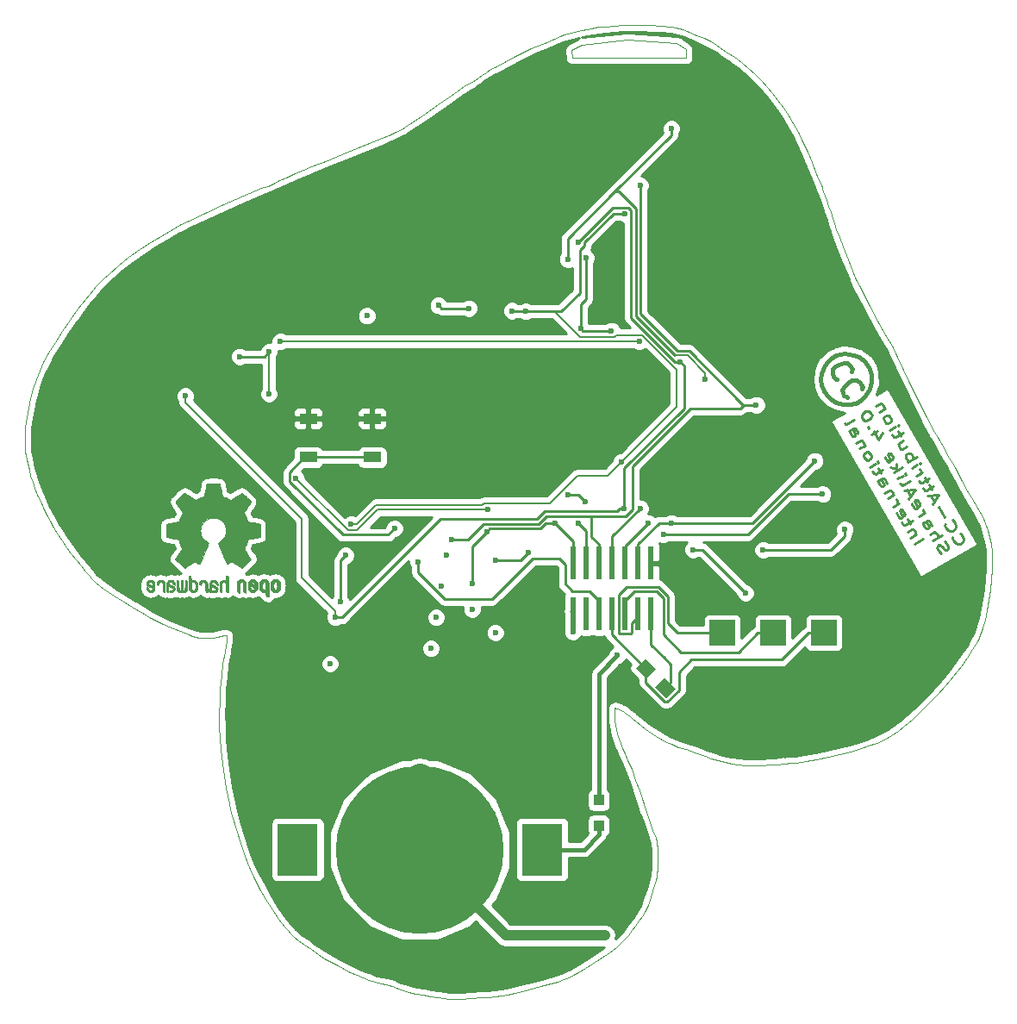
<source format=gbl>
%TF.GenerationSoftware,KiCad,Pcbnew,4.0.5+dfsg1-4*%
%TF.CreationDate,2020-02-09T15:28:45-08:00*%
%TF.ProjectId,VineBadge2020,56696E654261646765323032302E6B69,rev?*%
%TF.FileFunction,Copper,L2,Bot,Signal*%
%FSLAX46Y46*%
G04 Gerber Fmt 4.6, Leading zero omitted, Abs format (unit mm)*
G04 Created by KiCad (PCBNEW 4.0.5+dfsg1-4) date Sun Feb  9 15:28:45 2020*
%MOMM*%
%LPD*%
G01*
G04 APERTURE LIST*
%ADD10C,0.150000*%
%ADD11C,0.250000*%
%ADD12C,0.100000*%
%ADD13C,0.381000*%
%ADD14C,0.010000*%
%ADD15R,4.000000X5.100000*%
%ADD16C,16.500000*%
%ADD17R,0.600000X3.200000*%
%ADD18R,2.500000X2.500000*%
%ADD19R,1.000000X1.000000*%
%ADD20R,1.700000X1.000000*%
%ADD21C,0.600000*%
%ADD22C,0.400000*%
%ADD23C,0.203200*%
%ADD24C,1.000000*%
%ADD25C,2.000000*%
%ADD26C,3.000000*%
%ADD27C,0.254000*%
G04 APERTURE END LIST*
D10*
D11*
X185649107Y-96641389D02*
X185643582Y-96727058D01*
X185709486Y-96936444D01*
X185780914Y-97060162D01*
X185929296Y-97221929D01*
X186083203Y-97298029D01*
X186201396Y-97312268D01*
X186402067Y-97278889D01*
X186525786Y-97207460D01*
X186655029Y-97050363D01*
X186701793Y-96940886D01*
X186712843Y-96769548D01*
X186646939Y-96560162D01*
X186575511Y-96436444D01*
X186427129Y-96274677D01*
X186350175Y-96236627D01*
X184899107Y-95342351D02*
X184893582Y-95428020D01*
X184959486Y-95637406D01*
X185030914Y-95761124D01*
X185179296Y-95922891D01*
X185333203Y-95998991D01*
X185451396Y-96013230D01*
X185652067Y-95979851D01*
X185775786Y-95908422D01*
X185905029Y-95751325D01*
X185951793Y-95641848D01*
X185962843Y-95470510D01*
X185896939Y-95261124D01*
X185825511Y-95137406D01*
X185677129Y-94975639D01*
X185600175Y-94937589D01*
X184825114Y-94642763D02*
X184253685Y-93653020D01*
X183849778Y-93143909D02*
X183492635Y-92525319D01*
X183673771Y-93410484D02*
X184289796Y-92477471D01*
X183173771Y-92544458D01*
X183608265Y-91963689D02*
X183322550Y-91468817D01*
X183789796Y-91611445D02*
X183047489Y-92040017D01*
X182929296Y-92025777D01*
X182816628Y-91925868D01*
X182745200Y-91802150D01*
X183179693Y-91221381D02*
X182893979Y-90726509D01*
X183361225Y-90869138D02*
X182618917Y-91297709D01*
X182500725Y-91283470D01*
X182388057Y-91183561D01*
X182316628Y-91059843D01*
X182066628Y-90626830D02*
X182643979Y-90293497D01*
X182479022Y-90388735D02*
X182525786Y-90279257D01*
X182531311Y-90193588D01*
X182501122Y-90046061D01*
X182429693Y-89922343D01*
X181602343Y-89822664D02*
X182179693Y-89489331D01*
X182468368Y-89322664D02*
X182462843Y-89408333D01*
X182385889Y-89370283D01*
X182391415Y-89284615D01*
X182468368Y-89322664D01*
X182385889Y-89370283D01*
X181245200Y-89204074D02*
X182111225Y-88704074D01*
X181781311Y-88894550D02*
X181751122Y-88747023D01*
X181608265Y-88499587D01*
X181495597Y-88399679D01*
X181418643Y-88361629D01*
X181300450Y-88347389D01*
X181053014Y-88490246D01*
X181006250Y-88599725D01*
X181000725Y-88685394D01*
X181030914Y-88832921D01*
X181173771Y-89080356D01*
X181286439Y-89180265D01*
X180822550Y-87138690D02*
X180245200Y-87472023D01*
X181143979Y-87695420D02*
X180690346Y-87957325D01*
X180572153Y-87943086D01*
X180459485Y-87843177D01*
X180352343Y-87657601D01*
X180322153Y-87510073D01*
X180327678Y-87424404D01*
X180572550Y-86705677D02*
X180286836Y-86210805D01*
X180754082Y-86353434D02*
X180011774Y-86782005D01*
X179893582Y-86767766D01*
X179780914Y-86667857D01*
X179709485Y-86544139D01*
X179459485Y-86111126D02*
X180036836Y-85777793D01*
X180325510Y-85611126D02*
X180319986Y-85696795D01*
X180243032Y-85658745D01*
X180248557Y-85573077D01*
X180325510Y-85611126D01*
X180243032Y-85658745D01*
X178995199Y-85306959D02*
X179107867Y-85406868D01*
X179184821Y-85444917D01*
X179303014Y-85459158D01*
X179550450Y-85316300D01*
X179597214Y-85206822D01*
X179602739Y-85121154D01*
X179572550Y-84973626D01*
X179465407Y-84788049D01*
X179352739Y-84688141D01*
X179275786Y-84650091D01*
X179157593Y-84635851D01*
X178910156Y-84778708D01*
X178863392Y-84888187D01*
X178857867Y-84973856D01*
X178888057Y-85121383D01*
X178995199Y-85306959D01*
X179001121Y-83983882D02*
X178423771Y-84317216D01*
X178918643Y-84031501D02*
X178924168Y-83945833D01*
X178893978Y-83798305D01*
X178786836Y-83612729D01*
X178674168Y-83512821D01*
X178555975Y-83498580D01*
X178102342Y-83760485D01*
X184485179Y-98220645D02*
X184336797Y-98058877D01*
X184158226Y-97749583D01*
X184128036Y-97602055D01*
X184133561Y-97516386D01*
X184180326Y-97406909D01*
X184262804Y-97359290D01*
X184380997Y-97373529D01*
X184457950Y-97411579D01*
X184570619Y-97511487D01*
X184754715Y-97735113D01*
X184867384Y-97835022D01*
X184944337Y-97873071D01*
X185062530Y-97887312D01*
X185145008Y-97839693D01*
X185191772Y-97730214D01*
X185197298Y-97644546D01*
X185167108Y-97497018D01*
X184988537Y-97187724D01*
X184840155Y-97025956D01*
X183693940Y-96945416D02*
X184559965Y-96445416D01*
X183372512Y-96388686D02*
X183826144Y-96126781D01*
X183944337Y-96141021D01*
X184057005Y-96240930D01*
X184164148Y-96426506D01*
X184194337Y-96574034D01*
X184188812Y-96659702D01*
X182693940Y-95213366D02*
X183147573Y-94951461D01*
X183265766Y-94965701D01*
X183378434Y-95065609D01*
X183521291Y-95313045D01*
X183551480Y-95460572D01*
X182735179Y-95189556D02*
X182765369Y-95337083D01*
X182943940Y-95646378D01*
X183056608Y-95746287D01*
X183174801Y-95760527D01*
X183257279Y-95712908D01*
X183304043Y-95603430D01*
X183273854Y-95455902D01*
X183095283Y-95146607D01*
X183065093Y-94999080D01*
X182336797Y-94594776D02*
X182914148Y-94261442D01*
X182749191Y-94356680D02*
X182795955Y-94247203D01*
X182801480Y-94161534D01*
X182771291Y-94014007D01*
X182699862Y-93890289D01*
X181628037Y-93271929D02*
X181658226Y-93419456D01*
X181801083Y-93666892D01*
X181913751Y-93766800D01*
X182031944Y-93781041D01*
X182361859Y-93590564D01*
X182408623Y-93481086D01*
X182378434Y-93333558D01*
X182235577Y-93086123D01*
X182122909Y-92986215D01*
X182004716Y-92971974D01*
X181922236Y-93019594D01*
X182196901Y-93685803D01*
X181512805Y-92596151D02*
X181155662Y-91977561D01*
X181336798Y-92862726D02*
X181952823Y-91929713D01*
X180836798Y-91996700D01*
X180479655Y-91378111D02*
X180592323Y-91478020D01*
X180710515Y-91492259D01*
X181452823Y-91063688D01*
X180193941Y-90883239D02*
X180771291Y-90549906D01*
X181059966Y-90383239D02*
X181054441Y-90468908D01*
X180977487Y-90430858D01*
X180983013Y-90345191D01*
X181059966Y-90383239D01*
X180977487Y-90430858D01*
X179836798Y-90264650D02*
X180702823Y-89764650D01*
X180095283Y-89950456D02*
X179551084Y-89769779D01*
X180128434Y-89436445D02*
X180084233Y-90121793D01*
X178985180Y-88694366D02*
X179015369Y-88841894D01*
X179158226Y-89089329D01*
X179270894Y-89189238D01*
X179389087Y-89203478D01*
X179719002Y-89013001D01*
X179765766Y-88903523D01*
X179735577Y-88755996D01*
X179592720Y-88508560D01*
X179480052Y-88408652D01*
X179361859Y-88394412D01*
X179279379Y-88442031D01*
X179554044Y-89108240D01*
X178271291Y-86219779D02*
X177693941Y-86553112D01*
X178779777Y-86338598D02*
X178339758Y-87005036D01*
X177875472Y-86200869D01*
X177383562Y-85825045D02*
X177306609Y-85786996D01*
X177301084Y-85872664D01*
X177378037Y-85910714D01*
X177383562Y-85825045D01*
X177301084Y-85872664D01*
X177667109Y-84506639D02*
X177595680Y-84382921D01*
X177483013Y-84283013D01*
X177406059Y-84244963D01*
X177287866Y-84230723D01*
X177087195Y-84264102D01*
X176880998Y-84383150D01*
X176751755Y-84540247D01*
X176704991Y-84649725D01*
X176699466Y-84735394D01*
X176729655Y-84882921D01*
X176801084Y-85006639D01*
X176913751Y-85106547D01*
X176990705Y-85144597D01*
X177108898Y-85158836D01*
X177309569Y-85125458D01*
X177515766Y-85006410D01*
X177645009Y-84849312D01*
X177691773Y-84739835D01*
X177697298Y-84654166D01*
X177667109Y-84506639D01*
X181856969Y-97263688D02*
X182722994Y-96763688D01*
X182077176Y-96311764D02*
X181499826Y-96645098D01*
X181994698Y-96359383D02*
X182000223Y-96273715D01*
X181970033Y-96126187D01*
X181862891Y-95940611D01*
X181750223Y-95840703D01*
X181632030Y-95826462D01*
X181178397Y-96088367D01*
X181505748Y-95322021D02*
X181220033Y-94827149D01*
X181687279Y-94969778D02*
X180944972Y-95398349D01*
X180826779Y-95384110D01*
X180714111Y-95284200D01*
X180642683Y-95160483D01*
X180148208Y-94208789D02*
X180178397Y-94356317D01*
X180321254Y-94603752D01*
X180433922Y-94703660D01*
X180552115Y-94717901D01*
X180882030Y-94527424D01*
X180928794Y-94417946D01*
X180898605Y-94270419D01*
X180755748Y-94022983D01*
X180643080Y-93923075D01*
X180524887Y-93908834D01*
X180442407Y-93956454D01*
X180717072Y-94622663D01*
X179749826Y-93614009D02*
X180327176Y-93280675D01*
X180162219Y-93375913D02*
X180208984Y-93266436D01*
X180214508Y-93180767D01*
X180184319Y-93033240D01*
X180112891Y-92909522D01*
X179862891Y-92476509D02*
X179285540Y-92809843D01*
X179780412Y-92524128D02*
X179785937Y-92438460D01*
X179755748Y-92290932D01*
X179648605Y-92105356D01*
X179535937Y-92005448D01*
X179417744Y-91991207D01*
X178964112Y-92253112D01*
X178285540Y-91077792D02*
X178739173Y-90815887D01*
X178857366Y-90830127D01*
X178970034Y-90930036D01*
X179112891Y-91177471D01*
X179143080Y-91324999D01*
X178326779Y-91053983D02*
X178356969Y-91201510D01*
X178535540Y-91510805D01*
X178648208Y-91610713D01*
X178766401Y-91624953D01*
X178848879Y-91577334D01*
X178895643Y-91467856D01*
X178865454Y-91320329D01*
X178686883Y-91011034D01*
X178656693Y-90863507D01*
X178612891Y-90311446D02*
X178327176Y-89816574D01*
X178794422Y-89959202D02*
X178052115Y-90387774D01*
X177933922Y-90373534D01*
X177821254Y-90273625D01*
X177749826Y-90149907D01*
X177499826Y-89716895D02*
X178077176Y-89383561D01*
X178365851Y-89216895D02*
X178360326Y-89302563D01*
X178283372Y-89264514D01*
X178288898Y-89178846D01*
X178365851Y-89216895D01*
X178283372Y-89264514D01*
X177035540Y-88912728D02*
X177148208Y-89012637D01*
X177225161Y-89050686D01*
X177343354Y-89064926D01*
X177590791Y-88922069D01*
X177637555Y-88812590D01*
X177643080Y-88726922D01*
X177612890Y-88579394D01*
X177505748Y-88393818D01*
X177393080Y-88293910D01*
X177316126Y-88255860D01*
X177197933Y-88241619D01*
X176950497Y-88384477D01*
X176903733Y-88493955D01*
X176898208Y-88579624D01*
X176928397Y-88727151D01*
X177035540Y-88912728D01*
X177041462Y-87589651D02*
X176464111Y-87922985D01*
X176958983Y-87637270D02*
X176964508Y-87551602D01*
X176934319Y-87404074D01*
X176827176Y-87218498D01*
X176714508Y-87118589D01*
X176596315Y-87104349D01*
X176142683Y-87366254D01*
X175464111Y-86190934D02*
X175917744Y-85929029D01*
X176035937Y-85943269D01*
X176148605Y-86043177D01*
X176291462Y-86290613D01*
X176321651Y-86438140D01*
X175505350Y-86167124D02*
X175535540Y-86314651D01*
X175714111Y-86623946D01*
X175826779Y-86723855D01*
X175944972Y-86738095D01*
X176027450Y-86690476D01*
X176074214Y-86580998D01*
X176044025Y-86433470D01*
X175865454Y-86124175D01*
X175835264Y-85976648D01*
X174999825Y-85386767D02*
X175112493Y-85486676D01*
X175230686Y-85500915D01*
X175972993Y-85072344D01*
D12*
X135672421Y-141921116D02*
X135025389Y-141832416D01*
X135025389Y-141832416D02*
X134316972Y-141718351D01*
X134316972Y-141718351D02*
X133585642Y-141585231D01*
X133585642Y-141585231D02*
X132869876Y-141439363D01*
X132869876Y-141439363D02*
X132208147Y-141287056D01*
X132208147Y-141287056D02*
X131638930Y-141134619D01*
X131638930Y-141134619D02*
X131200700Y-140988360D01*
X131200700Y-140988360D02*
X131042728Y-140919520D01*
X131042728Y-140919520D02*
X130931931Y-140854590D01*
X130931931Y-140854590D02*
X130797893Y-140794510D01*
X130797893Y-140794510D02*
X130553602Y-140712160D01*
X130553602Y-140712160D02*
X130267718Y-140631320D01*
X130267718Y-140631320D02*
X130008901Y-140575760D01*
X130008901Y-140575760D02*
X129460359Y-140467654D01*
X129460359Y-140467654D02*
X128893379Y-140315190D01*
X128893379Y-140315190D02*
X128306935Y-140121361D01*
X128306935Y-140121361D02*
X127699998Y-139889158D01*
X127699998Y-139889158D02*
X127071541Y-139621573D01*
X127071541Y-139621573D02*
X126420536Y-139321599D01*
X126420536Y-139321599D02*
X125046771Y-138636449D01*
X125046771Y-138636449D02*
X124535018Y-138351508D01*
X124535018Y-138351508D02*
X123927302Y-137981001D01*
X123927302Y-137981001D02*
X123265558Y-137553840D01*
X123265558Y-137553840D02*
X122591723Y-137098940D01*
X122591723Y-137098940D02*
X121947732Y-136645214D01*
X121947732Y-136645214D02*
X121375519Y-136221576D01*
X121375519Y-136221576D02*
X120917020Y-135856941D01*
X120917020Y-135856941D02*
X120614171Y-135580221D01*
X120614171Y-135580221D02*
X120315025Y-135250531D01*
X120315025Y-135250531D02*
X120010689Y-134889147D01*
X120010689Y-134889147D02*
X119392691Y-134081774D01*
X119392691Y-134081774D02*
X118772661Y-133179057D01*
X118772661Y-133179057D02*
X118163086Y-132201953D01*
X118163086Y-132201953D02*
X117576452Y-131171416D01*
X117576452Y-131171416D02*
X117025244Y-130108403D01*
X117025244Y-130108403D02*
X116521948Y-129033869D01*
X116521948Y-129033869D02*
X116079051Y-127968769D01*
X116079051Y-127968769D02*
X115813685Y-127192023D01*
X115813685Y-127192023D02*
X115637071Y-126644247D01*
X115637071Y-126644247D02*
X114851051Y-123923258D01*
X114851051Y-123923258D02*
X114704019Y-123377545D01*
X114704019Y-123377545D02*
X114557889Y-122744575D01*
X114557889Y-122744575D02*
X114413736Y-122030713D01*
X114413736Y-122030713D02*
X114272636Y-121242323D01*
X114272636Y-121242323D02*
X114003898Y-119467422D01*
X114003898Y-119467422D02*
X113760281Y-117470788D01*
X113760281Y-117470788D02*
X113659795Y-116333215D01*
X113659795Y-116333215D02*
X113601545Y-115157308D01*
X113601545Y-115157308D02*
X113585175Y-113952798D01*
X113585175Y-113952798D02*
X113610315Y-112729414D01*
X113610315Y-112729414D02*
X113676605Y-111496888D01*
X113676605Y-111496888D02*
X113783681Y-110264951D01*
X113783681Y-110264951D02*
X113931183Y-109043333D01*
X113931183Y-109043333D02*
X114118748Y-107841764D01*
X114118748Y-107841764D02*
X114297726Y-106737864D01*
X114297726Y-106737864D02*
X114343046Y-106392933D01*
X114343046Y-106392933D02*
X114348846Y-106255418D01*
X114348846Y-106255418D02*
X114258856Y-106255552D01*
X114258856Y-106255552D02*
X114043279Y-106285392D01*
X114043279Y-106285392D02*
X113364595Y-106413471D01*
X113364595Y-106413471D02*
X112974684Y-106483811D01*
X112974684Y-106483811D02*
X112605346Y-106526181D01*
X112605346Y-106526181D02*
X112252206Y-106540211D01*
X112252206Y-106540211D02*
X111910889Y-106525511D01*
X111910889Y-106525511D02*
X111577021Y-106481711D01*
X111577021Y-106481711D02*
X111246233Y-106408421D01*
X111246233Y-106408421D02*
X110914139Y-106305276D01*
X110914139Y-106305276D02*
X110576371Y-106171894D01*
X110576371Y-106171894D02*
X109765694Y-105841926D01*
X109765694Y-105841926D02*
X108675011Y-105421578D01*
X108675011Y-105421578D02*
X108077598Y-105172283D01*
X108077598Y-105172283D02*
X107404644Y-104851816D01*
X107404644Y-104851816D02*
X106738608Y-104501489D01*
X106738608Y-104501489D02*
X106161951Y-104162614D01*
X106161951Y-104162614D02*
X105038834Y-103465196D01*
X105038834Y-103465196D02*
X104055981Y-102875691D01*
X104055981Y-102875691D02*
X103661216Y-102634428D01*
X103661216Y-102634428D02*
X103207651Y-102337949D01*
X103207651Y-102337949D02*
X102252030Y-101671891D01*
X102252030Y-101671891D02*
X101444945Y-101062609D01*
X101444945Y-101062609D02*
X101177049Y-100837102D01*
X101177049Y-100837102D02*
X101042221Y-100695199D01*
X101042221Y-100695199D02*
X100838844Y-100431968D01*
X100838844Y-100431968D02*
X100480651Y-100008812D01*
X100480651Y-100008812D02*
X99980424Y-99419472D01*
X99980424Y-99419472D02*
X99495778Y-98816786D01*
X99495778Y-98816786D02*
X99027691Y-98202512D01*
X99027691Y-98202512D02*
X98577142Y-97578411D01*
X98577142Y-97578411D02*
X98145108Y-96946240D01*
X98145108Y-96946240D02*
X97732568Y-96307759D01*
X97732568Y-96307759D02*
X97340499Y-95664727D01*
X97340499Y-95664727D02*
X96969880Y-95018902D01*
X96969880Y-95018902D02*
X96621689Y-94372045D01*
X96621689Y-94372045D02*
X96296903Y-93725913D01*
X96296903Y-93725913D02*
X95996501Y-93082265D01*
X95996501Y-93082265D02*
X95721461Y-92442861D01*
X95721461Y-92442861D02*
X95472761Y-91809460D01*
X95472761Y-91809460D02*
X95251379Y-91183821D01*
X95251379Y-91183821D02*
X95058293Y-90567702D01*
X95058293Y-90567702D02*
X94894481Y-89962863D01*
X94894481Y-89962863D02*
X94664032Y-88980819D01*
X94664032Y-88980819D02*
X94588655Y-88589558D01*
X94588655Y-88589558D02*
X94535796Y-88231601D01*
X94535796Y-88231601D02*
X94502420Y-87882044D01*
X94502420Y-87882044D02*
X94485492Y-87515985D01*
X94485492Y-87515985D02*
X94488842Y-86634746D01*
X94488842Y-86634746D02*
X94505910Y-86206974D01*
X94505910Y-86206974D02*
X94538714Y-85765193D01*
X94538714Y-85765193D02*
X94649137Y-84849041D01*
X94649137Y-84849041D02*
X94815327Y-83905170D01*
X94815327Y-83905170D02*
X95032496Y-82952456D01*
X95032496Y-82952456D02*
X95295859Y-82009779D01*
X95295859Y-82009779D02*
X95600631Y-81096017D01*
X95600631Y-81096017D02*
X95942024Y-80230049D01*
X95942024Y-80230049D02*
X96315252Y-79430753D01*
X96315252Y-79430753D02*
X96833894Y-78479280D01*
X96833894Y-78479280D02*
X97459502Y-77437775D01*
X97459502Y-77437775D02*
X98162589Y-76348061D01*
X98162589Y-76348061D02*
X98913665Y-75251963D01*
X98913665Y-75251963D02*
X99683243Y-74191303D01*
X99683243Y-74191303D02*
X100441834Y-73207905D01*
X100441834Y-73207905D02*
X101159950Y-72343594D01*
X101159950Y-72343594D02*
X101494615Y-71969165D01*
X101494615Y-71969165D02*
X101808102Y-71640192D01*
X101808102Y-71640192D02*
X102240961Y-71215205D01*
X102240961Y-71215205D02*
X102696539Y-70790775D01*
X102696539Y-70790775D02*
X103668570Y-69948664D01*
X103668570Y-69948664D02*
X104709627Y-69124019D01*
X104709627Y-69124019D02*
X105805147Y-68327000D01*
X105805147Y-68327000D02*
X106940563Y-67567770D01*
X106940563Y-67567770D02*
X108101310Y-66856487D01*
X108101310Y-66856487D02*
X109272822Y-66203313D01*
X109272822Y-66203313D02*
X109858062Y-65901692D01*
X109858062Y-65901692D02*
X110440532Y-65618409D01*
X110440532Y-65618409D02*
X114018287Y-63948449D01*
X114018287Y-63948449D02*
X115151995Y-63435895D01*
X115151995Y-63435895D02*
X115905842Y-63112190D01*
X115905842Y-63112190D02*
X117715072Y-62319111D01*
X117715072Y-62319111D02*
X117940699Y-62261661D01*
X117940699Y-62261661D02*
X118348877Y-62105243D01*
X118348877Y-62105243D02*
X118881660Y-61873744D01*
X118881660Y-61873744D02*
X119481102Y-61591054D01*
X119481102Y-61591054D02*
X120187159Y-61258905D01*
X120187159Y-61258905D02*
X121010244Y-60892740D01*
X121010244Y-60892740D02*
X121848071Y-60537016D01*
X121848071Y-60537016D02*
X122598352Y-60236189D01*
X122598352Y-60236189D02*
X124268352Y-59579254D01*
X124268352Y-59579254D02*
X125994392Y-58880015D01*
X125994392Y-58880015D02*
X129526272Y-57426082D01*
X129526272Y-57426082D02*
X130254829Y-57114893D01*
X130254829Y-57114893D02*
X130933081Y-56803220D01*
X130933081Y-56803220D02*
X131485256Y-56527252D01*
X131485256Y-56527252D02*
X131835582Y-56323178D01*
X131835582Y-56323178D02*
X133780972Y-55022769D01*
X133780972Y-55022769D02*
X135102206Y-54125923D01*
X135102206Y-54125923D02*
X136309972Y-53264503D01*
X136309972Y-53264503D02*
X137240639Y-52604256D01*
X137240639Y-52604256D02*
X137628618Y-52349178D01*
X137628618Y-52349178D02*
X137895652Y-52191091D01*
X137895652Y-52191091D02*
X138421495Y-51871149D01*
X138421495Y-51871149D02*
X139041582Y-51435034D01*
X139041582Y-51435034D02*
X139382873Y-51194808D01*
X139382873Y-51194808D02*
X139804131Y-50924276D01*
X139804131Y-50924276D02*
X140251839Y-50656584D01*
X140251839Y-50656584D02*
X140672482Y-50424877D01*
X140672482Y-50424877D02*
X142702902Y-49343954D01*
X142702902Y-49343954D02*
X143194531Y-49088761D01*
X143194531Y-49088761D02*
X143729778Y-48829785D01*
X143729778Y-48829785D02*
X144244013Y-48597293D01*
X144244013Y-48597293D02*
X144672602Y-48421551D01*
X144672602Y-48421551D02*
X145565609Y-48062389D01*
X145565609Y-48062389D02*
X146472702Y-47666197D01*
X146472702Y-47666197D02*
X147110982Y-47396595D01*
X147110982Y-47396595D02*
X147442464Y-47280875D01*
X147442464Y-47280875D02*
X147813871Y-47168966D01*
X147813871Y-47168966D02*
X148771548Y-46929859D01*
X148771548Y-46929859D02*
X150174192Y-46625817D01*
X150174192Y-46625817D02*
X150787157Y-46521450D01*
X150787157Y-46521450D02*
X151519688Y-46437363D01*
X151519688Y-46437363D02*
X152345180Y-46374419D01*
X152345180Y-46374419D02*
X153237027Y-46333477D01*
X153237027Y-46333477D02*
X154168622Y-46315401D01*
X154168622Y-46315401D02*
X155113358Y-46321052D01*
X155113358Y-46321052D02*
X156044630Y-46351288D01*
X156044630Y-46351288D02*
X156935832Y-46406972D01*
X156935832Y-46406972D02*
X158030677Y-46505703D01*
X158030677Y-46505703D02*
X158430722Y-46561768D01*
X158430722Y-46561768D02*
X158784188Y-46635137D01*
X158784188Y-46635137D02*
X159129828Y-46735436D01*
X159129828Y-46735436D02*
X159506397Y-46872292D01*
X159506397Y-46872292D02*
X160507332Y-47294180D01*
X160507332Y-47294180D02*
X161212581Y-47617127D01*
X161212581Y-47617127D02*
X161875998Y-47950792D01*
X161875998Y-47950792D02*
X162423040Y-48255839D01*
X162423040Y-48255839D02*
X162779162Y-48492935D01*
X162779162Y-48492935D02*
X163362461Y-48922885D01*
X163362461Y-48922885D02*
X163962102Y-49309754D01*
X163962102Y-49309754D02*
X164450714Y-49629753D01*
X164450714Y-49629753D02*
X164996024Y-50048763D01*
X164996024Y-50048763D02*
X165580192Y-50549475D01*
X165580192Y-50549475D02*
X166185377Y-51114581D01*
X166185377Y-51114581D02*
X166793738Y-51726774D01*
X166793738Y-51726774D02*
X167387434Y-52368745D01*
X167387434Y-52368745D02*
X167948626Y-53023188D01*
X167948626Y-53023188D02*
X168459472Y-53672791D01*
X168459472Y-53672791D02*
X168994275Y-54417591D01*
X168994275Y-54417591D02*
X169499247Y-55184442D01*
X169499247Y-55184442D02*
X169980831Y-55985647D01*
X169980831Y-55985647D02*
X170445468Y-56833507D01*
X170445468Y-56833507D02*
X170899600Y-57740326D01*
X170899600Y-57740326D02*
X171349669Y-58718406D01*
X171349669Y-58718406D02*
X171802115Y-59780048D01*
X171802115Y-59780048D02*
X172263382Y-60937557D01*
X172263382Y-60937557D02*
X172791802Y-62222823D01*
X172791802Y-62222823D02*
X172828622Y-62365942D01*
X172828622Y-62365942D02*
X172928868Y-62659131D01*
X172928868Y-62659131D02*
X173258404Y-63524840D01*
X173258404Y-63524840D02*
X173463200Y-64065459D01*
X173463200Y-64065459D02*
X173675901Y-64671436D01*
X173675901Y-64671436D02*
X173871371Y-65268671D01*
X173871371Y-65268671D02*
X174024474Y-65783067D01*
X174024474Y-65783067D02*
X174208932Y-66367614D01*
X174208932Y-66367614D02*
X174489788Y-67155853D01*
X174489788Y-67155853D02*
X174828864Y-68044517D01*
X174828864Y-68044517D02*
X175187984Y-68930334D01*
X175187984Y-68930334D02*
X175798198Y-70412535D01*
X175798198Y-70412535D02*
X176052004Y-71082605D01*
X176052004Y-71082605D02*
X176155974Y-71326088D01*
X176155974Y-71326088D02*
X176435830Y-71887277D01*
X176435830Y-71887277D02*
X177330868Y-73600482D01*
X177330868Y-73600482D02*
X178352459Y-75497635D01*
X178352459Y-75497635D02*
X179115944Y-76854153D01*
X179115944Y-76854153D02*
X179668284Y-77833061D01*
X179668284Y-77833061D02*
X180138844Y-78755936D01*
X180138844Y-78755936D02*
X181412864Y-81404844D01*
X181412864Y-81404844D02*
X182985844Y-84665039D01*
X182985844Y-84665039D02*
X183286066Y-85277387D01*
X183286066Y-85277387D02*
X183577706Y-85840069D01*
X183577706Y-85840069D02*
X183827426Y-86290681D01*
X183827426Y-86290681D02*
X184001884Y-86566822D01*
X184001884Y-86566822D02*
X184153504Y-86792901D01*
X184153504Y-86792901D02*
X184341034Y-87107208D01*
X184341034Y-87107208D02*
X184728467Y-87834163D01*
X184728467Y-87834163D02*
X185103771Y-88550099D01*
X185103771Y-88550099D02*
X185413757Y-89063991D01*
X185413757Y-89063991D02*
X185577393Y-89324994D01*
X185577393Y-89324994D02*
X185828167Y-89762119D01*
X185828167Y-89762119D02*
X186454527Y-90921006D01*
X186454527Y-90921006D02*
X187145858Y-92190670D01*
X187145858Y-92190670D02*
X187466961Y-92747707D01*
X187466961Y-92747707D02*
X187716477Y-93155138D01*
X187716477Y-93155138D02*
X188160300Y-93878038D01*
X188160300Y-93878038D02*
X188535434Y-94575716D01*
X188535434Y-94575716D02*
X188844938Y-95257710D01*
X188844938Y-95257710D02*
X189091870Y-95933558D01*
X189091870Y-95933558D02*
X189279285Y-96612799D01*
X189279285Y-96612799D02*
X189410243Y-97304971D01*
X189410243Y-97304971D02*
X189487803Y-98019611D01*
X189487803Y-98019611D02*
X189515023Y-98766259D01*
X189515023Y-98766259D02*
X189493933Y-99715172D01*
X189493933Y-99715172D02*
X189426633Y-100723241D01*
X189426633Y-100723241D02*
X189318334Y-101757609D01*
X189318334Y-101757609D02*
X189174238Y-102785419D01*
X189174238Y-102785419D02*
X188999551Y-103773813D01*
X188999551Y-103773813D02*
X188799478Y-104689933D01*
X188799478Y-104689933D02*
X188579226Y-105500922D01*
X188579226Y-105500922D02*
X188463159Y-105856724D01*
X188463159Y-105856724D02*
X188343999Y-106173921D01*
X188343999Y-106173921D02*
X188200028Y-106502067D01*
X188200028Y-106502067D02*
X188026643Y-106851137D01*
X188026643Y-106851137D02*
X187596293Y-107605852D01*
X187596293Y-107605852D02*
X187062266Y-108425670D01*
X187062266Y-108425670D02*
X186433879Y-109298192D01*
X186433879Y-109298192D02*
X185720449Y-110211023D01*
X185720449Y-110211023D02*
X184931293Y-111151764D01*
X184931293Y-111151764D02*
X184075730Y-112108020D01*
X184075730Y-112108020D02*
X183163076Y-113067393D01*
X183163076Y-113067393D02*
X182346514Y-113880224D01*
X182346514Y-113880224D02*
X181604227Y-114572113D01*
X181604227Y-114572113D02*
X180911982Y-115160019D01*
X180911982Y-115160019D02*
X180245546Y-115660900D01*
X180245546Y-115660900D02*
X179580687Y-116091716D01*
X179580687Y-116091716D02*
X178893172Y-116469426D01*
X178893172Y-116469426D02*
X178158769Y-116810988D01*
X178158769Y-116810988D02*
X177353246Y-117133362D01*
X177353246Y-117133362D02*
X176602872Y-117382243D01*
X176602872Y-117382243D02*
X175640622Y-117653449D01*
X175640622Y-117653449D02*
X174542385Y-117930344D01*
X174542385Y-117930344D02*
X173384047Y-118196296D01*
X173384047Y-118196296D02*
X172241498Y-118434671D01*
X172241498Y-118434671D02*
X171190624Y-118628834D01*
X171190624Y-118628834D02*
X170307314Y-118762153D01*
X170307314Y-118762153D02*
X169952211Y-118800793D01*
X169952211Y-118800793D02*
X169667456Y-118817993D01*
X169667456Y-118817993D02*
X169192006Y-118829133D01*
X169192006Y-118829133D02*
X168141412Y-118936329D01*
X168141412Y-118936329D02*
X168060232Y-118948559D01*
X168060232Y-118948559D02*
X168093212Y-118949260D01*
X168093212Y-118949260D02*
X168109872Y-118949055D01*
X168109872Y-118949055D02*
X168103872Y-118950455D01*
X168103872Y-118950455D02*
X167955833Y-118964245D01*
X167955833Y-118964245D02*
X166637799Y-119077707D01*
X166637799Y-119077707D02*
X165959631Y-119079907D01*
X165959631Y-119079907D02*
X165275066Y-119046167D01*
X165275066Y-119046167D02*
X164588385Y-118977187D01*
X164588385Y-118977187D02*
X163903874Y-118873733D01*
X163903874Y-118873733D02*
X163225814Y-118736559D01*
X163225814Y-118736559D02*
X162558490Y-118566420D01*
X162558490Y-118566420D02*
X161906184Y-118364073D01*
X161906184Y-118364073D02*
X161273179Y-118130275D01*
X161273179Y-118130275D02*
X160294503Y-117763143D01*
X160294503Y-117763143D02*
X159411399Y-117469600D01*
X159411399Y-117469600D02*
X158652305Y-117219187D01*
X158652305Y-117219187D02*
X157971789Y-116955745D01*
X157971789Y-116955745D02*
X157536274Y-116746088D01*
X157536274Y-116746088D02*
X157041934Y-116475342D01*
X157041934Y-116475342D02*
X156512730Y-116159326D01*
X156512730Y-116159326D02*
X155972623Y-115813860D01*
X155972623Y-115813860D02*
X155445575Y-115454766D01*
X155445575Y-115454766D02*
X154955547Y-115097861D01*
X154955547Y-115097861D02*
X154526502Y-114758967D01*
X154526502Y-114758967D02*
X154182399Y-114453903D01*
X154182399Y-114453903D02*
X153955120Y-114247314D01*
X153955120Y-114247314D02*
X153717411Y-114053804D01*
X153717411Y-114053804D02*
X153476011Y-113877483D01*
X153476011Y-113877483D02*
X153237659Y-113722457D01*
X153237659Y-113722457D02*
X153009095Y-113592837D01*
X153009095Y-113592837D02*
X152797057Y-113492729D01*
X152797057Y-113492729D02*
X152608285Y-113426239D01*
X152608285Y-113426239D02*
X152449519Y-113397479D01*
X152449519Y-113397479D02*
X152426089Y-113625489D01*
X152426089Y-113625489D02*
X152417489Y-114176524D01*
X152417489Y-114176524D02*
X152433619Y-114608153D01*
X152433619Y-114608153D02*
X152480069Y-115044325D01*
X152480069Y-115044325D02*
X152557319Y-115486778D01*
X152557319Y-115486778D02*
X152665840Y-115937253D01*
X152665840Y-115937253D02*
X152806114Y-116397489D01*
X152806114Y-116397489D02*
X152978617Y-116869225D01*
X152978617Y-116869225D02*
X153183826Y-117354201D01*
X153183826Y-117354201D02*
X153422218Y-117854155D01*
X153422218Y-117854155D02*
X153720709Y-118512229D01*
X153720709Y-118512229D02*
X154087877Y-119416851D01*
X154087877Y-119416851D02*
X154477138Y-120448765D01*
X154477138Y-120448765D02*
X154841908Y-121488710D01*
X154841908Y-121488710D02*
X155569196Y-123627022D01*
X155569196Y-123627022D02*
X156170558Y-125349489D01*
X156170558Y-125349489D02*
X156448477Y-126163185D01*
X156448477Y-126163185D02*
X156538607Y-126482071D01*
X156538607Y-126482071D02*
X156602177Y-126775825D01*
X156602177Y-126775825D02*
X156643687Y-127069579D01*
X156643687Y-127069579D02*
X156667627Y-127388464D01*
X156667627Y-127388464D02*
X156680767Y-128202160D01*
X156680767Y-128202160D02*
X156663947Y-128984474D01*
X156663947Y-128984474D02*
X156639647Y-129315129D01*
X156639647Y-129315129D02*
X156601347Y-129628497D01*
X156601347Y-129628497D02*
X156546487Y-129941866D01*
X156546487Y-129941866D02*
X156472507Y-130272520D01*
X156472507Y-130272520D02*
X156256947Y-131054834D01*
X156256947Y-131054834D02*
X155874629Y-132249401D01*
X155874629Y-132249401D02*
X155692925Y-132758497D01*
X155692925Y-132758497D02*
X155548517Y-133118513D01*
X155548517Y-133118513D02*
X155376165Y-133450975D01*
X155376165Y-133450975D02*
X155130331Y-133854613D01*
X155130331Y-133854613D02*
X154829017Y-134305055D01*
X154829017Y-134305055D02*
X154490222Y-134777927D01*
X154490222Y-134777927D02*
X154131948Y-135248859D01*
X154131948Y-135248859D02*
X153772195Y-135693477D01*
X153772195Y-135693477D02*
X153428965Y-136087409D01*
X153428965Y-136087409D02*
X153120257Y-136406284D01*
X153120257Y-136406284D02*
X152567507Y-136935363D01*
X152567507Y-136935363D02*
X152284692Y-137187555D01*
X152284692Y-137187555D02*
X151907407Y-137385403D01*
X151907407Y-137385403D02*
X150225707Y-138482255D01*
X150225707Y-138482255D02*
X148897874Y-139333482D01*
X148897874Y-139333482D02*
X148401704Y-139619264D01*
X148401704Y-139619264D02*
X147934773Y-139848527D01*
X147934773Y-139848527D02*
X147435139Y-140048802D01*
X147435139Y-140048802D02*
X146840859Y-140247614D01*
X146840859Y-140247614D02*
X145120587Y-140750964D01*
X145120587Y-140750964D02*
X143322725Y-141243252D01*
X143322725Y-141243252D02*
X142594868Y-141419092D01*
X142594868Y-141419092D02*
X141935743Y-141556651D01*
X141935743Y-141556651D02*
X141311361Y-141662372D01*
X141311361Y-141662372D02*
X140687731Y-141742692D01*
X140687731Y-141742692D02*
X140030866Y-141804062D01*
X140030866Y-141804062D02*
X139306777Y-141852922D01*
X139306777Y-141852922D02*
X137269147Y-141982671D01*
X137269147Y-141982671D02*
X136933020Y-141993481D01*
X136933020Y-141993481D02*
X136519912Y-141985381D01*
X136519912Y-141985381D02*
X136082219Y-141960521D01*
X136082219Y-141960521D02*
X135672337Y-141920931D01*
X135672337Y-141920931D02*
X135672377Y-141920992D01*
X135672377Y-141920992D02*
X135672421Y-141921116D01*
X149184032Y-48226688D02*
X153719747Y-47754217D01*
X153719747Y-47754217D02*
X158538944Y-48084946D01*
X158538944Y-48084946D02*
X159460260Y-48722781D01*
X159460260Y-48722781D02*
X159483890Y-49549604D01*
X159483890Y-49549604D02*
X148262715Y-49549604D01*
X148262715Y-49549604D02*
X148215465Y-48793652D01*
X148215465Y-48793652D02*
X149184028Y-48226688D01*
X149184028Y-48226688D02*
X149184032Y-48226688D01*
D13*
X175295591Y-82865768D02*
X175160272Y-82829509D01*
X175160272Y-82829509D02*
X174971954Y-82706533D01*
X174971954Y-82706533D02*
X174822094Y-82446967D01*
X174822094Y-82446967D02*
X174760222Y-82136602D01*
X174760222Y-82136602D02*
X175005246Y-81763436D01*
X175005246Y-81763436D02*
X175387787Y-81425257D01*
X175387787Y-81425257D02*
X175733141Y-81225867D01*
X175733141Y-81225867D02*
X176181024Y-81198984D01*
X176181024Y-81198984D02*
X176555461Y-81446207D01*
X176555461Y-81446207D02*
X176654521Y-81617784D01*
X176654521Y-81617784D02*
X176805651Y-81879549D01*
X176805651Y-81879549D02*
X176681404Y-82065668D01*
X174296101Y-81134600D02*
X174159512Y-81096142D01*
X174159512Y-81096142D02*
X173921664Y-80887377D01*
X173921664Y-80887377D02*
X173810262Y-80491223D01*
X173810262Y-80491223D02*
X173830709Y-80130398D01*
X173830709Y-80130398D02*
X174128732Y-79843950D01*
X174128732Y-79843950D02*
X174474086Y-79644560D01*
X174474086Y-79644560D02*
X174956958Y-79480158D01*
X174956958Y-79480158D02*
X175316853Y-79504075D01*
X175316853Y-79504075D02*
X175554701Y-79712840D01*
X175554701Y-79712840D02*
X175755361Y-80060394D01*
X175755361Y-80060394D02*
X175681914Y-80334500D01*
X173023888Y-82329584D02*
X172974358Y-82243795D01*
X172974358Y-82243795D02*
X172759157Y-81672935D01*
X172759157Y-81672935D02*
X172684013Y-81141463D01*
X172684013Y-81141463D02*
X172779177Y-80508731D01*
X172779177Y-80508731D02*
X173050317Y-79774400D01*
X173050317Y-79774400D02*
X173295341Y-79401233D01*
X173295341Y-79401233D02*
X173679152Y-79065255D01*
X173679152Y-79065255D02*
X174198283Y-78765535D01*
X174198283Y-78765535D02*
X174990250Y-78537062D01*
X174990250Y-78537062D02*
X175898358Y-78707871D01*
X175898358Y-78707871D02*
X176493902Y-78941823D01*
X176493902Y-78941823D02*
X177102717Y-79396882D01*
X177102717Y-79396882D02*
X177502767Y-80089789D01*
X177502767Y-80089789D02*
X177630910Y-80707979D01*
X177630910Y-80707979D02*
X177670135Y-81380439D01*
X177670135Y-81380439D02*
X177487913Y-82060501D01*
X177487913Y-82060501D02*
X177081454Y-82758575D01*
X177081454Y-82758575D02*
X176611854Y-83144083D01*
X176611854Y-83144083D02*
X176092724Y-83443803D01*
X176092724Y-83443803D02*
X175472334Y-83573216D01*
X175472334Y-83573216D02*
X174887862Y-83561641D01*
X174887862Y-83561641D02*
X174207800Y-83379419D01*
X174207800Y-83379419D02*
X173695845Y-83097207D01*
X173695845Y-83097207D02*
X173409397Y-82799184D01*
X173409397Y-82799184D02*
X173023888Y-82329584D01*
D14*
G36*
X117828100Y-100761903D02*
X117716550Y-100817522D01*
X117618092Y-100919931D01*
X117590977Y-100957864D01*
X117561438Y-101007500D01*
X117542272Y-101061412D01*
X117531307Y-101133364D01*
X117526371Y-101237122D01*
X117525287Y-101374101D01*
X117530182Y-101561815D01*
X117547196Y-101702758D01*
X117579823Y-101807908D01*
X117631558Y-101888243D01*
X117705896Y-101954741D01*
X117711358Y-101958678D01*
X117784620Y-101998953D01*
X117872840Y-102018880D01*
X117985038Y-102023793D01*
X118167433Y-102023793D01*
X118167509Y-102200857D01*
X118169207Y-102299470D01*
X118179550Y-102357314D01*
X118206578Y-102392006D01*
X118258332Y-102421164D01*
X118270761Y-102427121D01*
X118328923Y-102455039D01*
X118373956Y-102472672D01*
X118407441Y-102474194D01*
X118430962Y-102453781D01*
X118446100Y-102405607D01*
X118454437Y-102323846D01*
X118457556Y-102202672D01*
X118457040Y-102036260D01*
X118454471Y-101818785D01*
X118453668Y-101753736D01*
X118450778Y-101529502D01*
X118448188Y-101382821D01*
X118167586Y-101382821D01*
X118166009Y-101507326D01*
X118159000Y-101588787D01*
X118143142Y-101642515D01*
X118115019Y-101683823D01*
X118095925Y-101703971D01*
X118017865Y-101762921D01*
X117948753Y-101767720D01*
X117877440Y-101719038D01*
X117875632Y-101717241D01*
X117846617Y-101679618D01*
X117828967Y-101628484D01*
X117820064Y-101549738D01*
X117817291Y-101429276D01*
X117817241Y-101402588D01*
X117823942Y-101236583D01*
X117845752Y-101121505D01*
X117885235Y-101051254D01*
X117944956Y-101019729D01*
X117979472Y-101016552D01*
X118061389Y-101031460D01*
X118117579Y-101080548D01*
X118151402Y-101170362D01*
X118166220Y-101307445D01*
X118167586Y-101382821D01*
X118448188Y-101382821D01*
X118447713Y-101355952D01*
X118443753Y-101225382D01*
X118438174Y-101130087D01*
X118430254Y-101062364D01*
X118419269Y-101014507D01*
X118404499Y-100978813D01*
X118385218Y-100947578D01*
X118376951Y-100935824D01*
X118267288Y-100824797D01*
X118128635Y-100761847D01*
X117968246Y-100744297D01*
X117828100Y-100761903D01*
X117828100Y-100761903D01*
G37*
X117828100Y-100761903D02*
X117716550Y-100817522D01*
X117618092Y-100919931D01*
X117590977Y-100957864D01*
X117561438Y-101007500D01*
X117542272Y-101061412D01*
X117531307Y-101133364D01*
X117526371Y-101237122D01*
X117525287Y-101374101D01*
X117530182Y-101561815D01*
X117547196Y-101702758D01*
X117579823Y-101807908D01*
X117631558Y-101888243D01*
X117705896Y-101954741D01*
X117711358Y-101958678D01*
X117784620Y-101998953D01*
X117872840Y-102018880D01*
X117985038Y-102023793D01*
X118167433Y-102023793D01*
X118167509Y-102200857D01*
X118169207Y-102299470D01*
X118179550Y-102357314D01*
X118206578Y-102392006D01*
X118258332Y-102421164D01*
X118270761Y-102427121D01*
X118328923Y-102455039D01*
X118373956Y-102472672D01*
X118407441Y-102474194D01*
X118430962Y-102453781D01*
X118446100Y-102405607D01*
X118454437Y-102323846D01*
X118457556Y-102202672D01*
X118457040Y-102036260D01*
X118454471Y-101818785D01*
X118453668Y-101753736D01*
X118450778Y-101529502D01*
X118448188Y-101382821D01*
X118167586Y-101382821D01*
X118166009Y-101507326D01*
X118159000Y-101588787D01*
X118143142Y-101642515D01*
X118115019Y-101683823D01*
X118095925Y-101703971D01*
X118017865Y-101762921D01*
X117948753Y-101767720D01*
X117877440Y-101719038D01*
X117875632Y-101717241D01*
X117846617Y-101679618D01*
X117828967Y-101628484D01*
X117820064Y-101549738D01*
X117817291Y-101429276D01*
X117817241Y-101402588D01*
X117823942Y-101236583D01*
X117845752Y-101121505D01*
X117885235Y-101051254D01*
X117944956Y-101019729D01*
X117979472Y-101016552D01*
X118061389Y-101031460D01*
X118117579Y-101080548D01*
X118151402Y-101170362D01*
X118166220Y-101307445D01*
X118167586Y-101382821D01*
X118448188Y-101382821D01*
X118447713Y-101355952D01*
X118443753Y-101225382D01*
X118438174Y-101130087D01*
X118430254Y-101062364D01*
X118419269Y-101014507D01*
X118404499Y-100978813D01*
X118385218Y-100947578D01*
X118376951Y-100935824D01*
X118267288Y-100824797D01*
X118128635Y-100761847D01*
X117968246Y-100744297D01*
X117828100Y-100761903D01*
G36*
X115582571Y-100777719D02*
X115488877Y-100831914D01*
X115423736Y-100885707D01*
X115376093Y-100942066D01*
X115343272Y-101010987D01*
X115322594Y-101102468D01*
X115311380Y-101226506D01*
X115306951Y-101393098D01*
X115306437Y-101512851D01*
X115306437Y-101953659D01*
X115430517Y-102009283D01*
X115554598Y-102064907D01*
X115569195Y-101582095D01*
X115575227Y-101401779D01*
X115581555Y-101270901D01*
X115589394Y-101180511D01*
X115599963Y-101121664D01*
X115614477Y-101085413D01*
X115634152Y-101062810D01*
X115640465Y-101057917D01*
X115736112Y-101019706D01*
X115832793Y-101034827D01*
X115890345Y-101074943D01*
X115913755Y-101103370D01*
X115929961Y-101140672D01*
X115940259Y-101197223D01*
X115945951Y-101283394D01*
X115948336Y-101409558D01*
X115948736Y-101541042D01*
X115948814Y-101705999D01*
X115951639Y-101822761D01*
X115961093Y-101901510D01*
X115981060Y-101952431D01*
X116015424Y-101985706D01*
X116068068Y-102011520D01*
X116138383Y-102038344D01*
X116215180Y-102067542D01*
X116206038Y-101549346D01*
X116202357Y-101362539D01*
X116198050Y-101224490D01*
X116191877Y-101125568D01*
X116182598Y-101056145D01*
X116168973Y-101006590D01*
X116149761Y-100967273D01*
X116126598Y-100932584D01*
X116014848Y-100821770D01*
X115878487Y-100757689D01*
X115730175Y-100742339D01*
X115582571Y-100777719D01*
X115582571Y-100777719D01*
G37*
X115582571Y-100777719D02*
X115488877Y-100831914D01*
X115423736Y-100885707D01*
X115376093Y-100942066D01*
X115343272Y-101010987D01*
X115322594Y-101102468D01*
X115311380Y-101226506D01*
X115306951Y-101393098D01*
X115306437Y-101512851D01*
X115306437Y-101953659D01*
X115430517Y-102009283D01*
X115554598Y-102064907D01*
X115569195Y-101582095D01*
X115575227Y-101401779D01*
X115581555Y-101270901D01*
X115589394Y-101180511D01*
X115599963Y-101121664D01*
X115614477Y-101085413D01*
X115634152Y-101062810D01*
X115640465Y-101057917D01*
X115736112Y-101019706D01*
X115832793Y-101034827D01*
X115890345Y-101074943D01*
X115913755Y-101103370D01*
X115929961Y-101140672D01*
X115940259Y-101197223D01*
X115945951Y-101283394D01*
X115948336Y-101409558D01*
X115948736Y-101541042D01*
X115948814Y-101705999D01*
X115951639Y-101822761D01*
X115961093Y-101901510D01*
X115981060Y-101952431D01*
X116015424Y-101985706D01*
X116068068Y-102011520D01*
X116138383Y-102038344D01*
X116215180Y-102067542D01*
X116206038Y-101549346D01*
X116202357Y-101362539D01*
X116198050Y-101224490D01*
X116191877Y-101125568D01*
X116182598Y-101056145D01*
X116168973Y-101006590D01*
X116149761Y-100967273D01*
X116126598Y-100932584D01*
X116014848Y-100821770D01*
X115878487Y-100757689D01*
X115730175Y-100742339D01*
X115582571Y-100777719D01*
G36*
X118951779Y-100766015D02*
X118814939Y-100837968D01*
X118713949Y-100953766D01*
X118678075Y-101028213D01*
X118650161Y-101139992D01*
X118635871Y-101281227D01*
X118634516Y-101435371D01*
X118645405Y-101585879D01*
X118667847Y-101716205D01*
X118701150Y-101809803D01*
X118711385Y-101825922D01*
X118832618Y-101946249D01*
X118976613Y-102018317D01*
X119132861Y-102039408D01*
X119290852Y-102006802D01*
X119334820Y-101987253D01*
X119420444Y-101927012D01*
X119495592Y-101847135D01*
X119502694Y-101837004D01*
X119531561Y-101788181D01*
X119550643Y-101735990D01*
X119561916Y-101667285D01*
X119567355Y-101568918D01*
X119568938Y-101427744D01*
X119568965Y-101396092D01*
X119568893Y-101386019D01*
X119277011Y-101386019D01*
X119275313Y-101519256D01*
X119268628Y-101607674D01*
X119254575Y-101664785D01*
X119230771Y-101704102D01*
X119218621Y-101717241D01*
X119148764Y-101767172D01*
X119080941Y-101764895D01*
X119012365Y-101721584D01*
X118971465Y-101675346D01*
X118947242Y-101607857D01*
X118933639Y-101501433D01*
X118932706Y-101489020D01*
X118930384Y-101296147D01*
X118954650Y-101152900D01*
X119005176Y-101060160D01*
X119081632Y-101018807D01*
X119108924Y-101016552D01*
X119180589Y-101027893D01*
X119229610Y-101067184D01*
X119259582Y-101142326D01*
X119274101Y-101261222D01*
X119277011Y-101386019D01*
X119568893Y-101386019D01*
X119567878Y-101245659D01*
X119563312Y-101140549D01*
X119553312Y-101067714D01*
X119535921Y-101014108D01*
X119509184Y-100966681D01*
X119503276Y-100957864D01*
X119403968Y-100839007D01*
X119295758Y-100770008D01*
X119164019Y-100742619D01*
X119119283Y-100741281D01*
X118951779Y-100766015D01*
X118951779Y-100766015D01*
G37*
X118951779Y-100766015D02*
X118814939Y-100837968D01*
X118713949Y-100953766D01*
X118678075Y-101028213D01*
X118650161Y-101139992D01*
X118635871Y-101281227D01*
X118634516Y-101435371D01*
X118645405Y-101585879D01*
X118667847Y-101716205D01*
X118701150Y-101809803D01*
X118711385Y-101825922D01*
X118832618Y-101946249D01*
X118976613Y-102018317D01*
X119132861Y-102039408D01*
X119290852Y-102006802D01*
X119334820Y-101987253D01*
X119420444Y-101927012D01*
X119495592Y-101847135D01*
X119502694Y-101837004D01*
X119531561Y-101788181D01*
X119550643Y-101735990D01*
X119561916Y-101667285D01*
X119567355Y-101568918D01*
X119568938Y-101427744D01*
X119568965Y-101396092D01*
X119568893Y-101386019D01*
X119277011Y-101386019D01*
X119275313Y-101519256D01*
X119268628Y-101607674D01*
X119254575Y-101664785D01*
X119230771Y-101704102D01*
X119218621Y-101717241D01*
X119148764Y-101767172D01*
X119080941Y-101764895D01*
X119012365Y-101721584D01*
X118971465Y-101675346D01*
X118947242Y-101607857D01*
X118933639Y-101501433D01*
X118932706Y-101489020D01*
X118930384Y-101296147D01*
X118954650Y-101152900D01*
X119005176Y-101060160D01*
X119081632Y-101018807D01*
X119108924Y-101016552D01*
X119180589Y-101027893D01*
X119229610Y-101067184D01*
X119259582Y-101142326D01*
X119274101Y-101261222D01*
X119277011Y-101386019D01*
X119568893Y-101386019D01*
X119567878Y-101245659D01*
X119563312Y-101140549D01*
X119553312Y-101067714D01*
X119535921Y-101014108D01*
X119509184Y-100966681D01*
X119503276Y-100957864D01*
X119403968Y-100839007D01*
X119295758Y-100770008D01*
X119164019Y-100742619D01*
X119119283Y-100741281D01*
X118951779Y-100766015D01*
G36*
X116684448Y-100784676D02*
X116569342Y-100862111D01*
X116480389Y-100973949D01*
X116427251Y-101116265D01*
X116416503Y-101221015D01*
X116417724Y-101264726D01*
X116427944Y-101298194D01*
X116456039Y-101328179D01*
X116510884Y-101361440D01*
X116601355Y-101404738D01*
X116736328Y-101464833D01*
X116737011Y-101465134D01*
X116861249Y-101522037D01*
X116963127Y-101572565D01*
X117032233Y-101611280D01*
X117058154Y-101632740D01*
X117058161Y-101632913D01*
X117035315Y-101679644D01*
X116981891Y-101731154D01*
X116920558Y-101768261D01*
X116889485Y-101775632D01*
X116804711Y-101750138D01*
X116731707Y-101686291D01*
X116696087Y-101616094D01*
X116661820Y-101564343D01*
X116594697Y-101505409D01*
X116515792Y-101454496D01*
X116446179Y-101426809D01*
X116431623Y-101425287D01*
X116415237Y-101450321D01*
X116414250Y-101514311D01*
X116426292Y-101600593D01*
X116448993Y-101692501D01*
X116479986Y-101773369D01*
X116481552Y-101776509D01*
X116574819Y-101906734D01*
X116695696Y-101995311D01*
X116832973Y-102038786D01*
X116975440Y-102033706D01*
X117111888Y-101976616D01*
X117117955Y-101972602D01*
X117225290Y-101875326D01*
X117295868Y-101748409D01*
X117334926Y-101581526D01*
X117340168Y-101534639D01*
X117349452Y-101313329D01*
X117338322Y-101210124D01*
X117058161Y-101210124D01*
X117054521Y-101274503D01*
X117034611Y-101293291D01*
X116984974Y-101279235D01*
X116906733Y-101246009D01*
X116819274Y-101204359D01*
X116817101Y-101203256D01*
X116742970Y-101164265D01*
X116713219Y-101138244D01*
X116720555Y-101110965D01*
X116751447Y-101075121D01*
X116830040Y-101023251D01*
X116914677Y-101019439D01*
X116990597Y-101057189D01*
X117043035Y-101130001D01*
X117058161Y-101210124D01*
X117338322Y-101210124D01*
X117330356Y-101136261D01*
X117281366Y-100995829D01*
X117213164Y-100897447D01*
X117090065Y-100798030D01*
X116954472Y-100748711D01*
X116816045Y-100745568D01*
X116684448Y-100784676D01*
X116684448Y-100784676D01*
G37*
X116684448Y-100784676D02*
X116569342Y-100862111D01*
X116480389Y-100973949D01*
X116427251Y-101116265D01*
X116416503Y-101221015D01*
X116417724Y-101264726D01*
X116427944Y-101298194D01*
X116456039Y-101328179D01*
X116510884Y-101361440D01*
X116601355Y-101404738D01*
X116736328Y-101464833D01*
X116737011Y-101465134D01*
X116861249Y-101522037D01*
X116963127Y-101572565D01*
X117032233Y-101611280D01*
X117058154Y-101632740D01*
X117058161Y-101632913D01*
X117035315Y-101679644D01*
X116981891Y-101731154D01*
X116920558Y-101768261D01*
X116889485Y-101775632D01*
X116804711Y-101750138D01*
X116731707Y-101686291D01*
X116696087Y-101616094D01*
X116661820Y-101564343D01*
X116594697Y-101505409D01*
X116515792Y-101454496D01*
X116446179Y-101426809D01*
X116431623Y-101425287D01*
X116415237Y-101450321D01*
X116414250Y-101514311D01*
X116426292Y-101600593D01*
X116448993Y-101692501D01*
X116479986Y-101773369D01*
X116481552Y-101776509D01*
X116574819Y-101906734D01*
X116695696Y-101995311D01*
X116832973Y-102038786D01*
X116975440Y-102033706D01*
X117111888Y-101976616D01*
X117117955Y-101972602D01*
X117225290Y-101875326D01*
X117295868Y-101748409D01*
X117334926Y-101581526D01*
X117340168Y-101534639D01*
X117349452Y-101313329D01*
X117338322Y-101210124D01*
X117058161Y-101210124D01*
X117054521Y-101274503D01*
X117034611Y-101293291D01*
X116984974Y-101279235D01*
X116906733Y-101246009D01*
X116819274Y-101204359D01*
X116817101Y-101203256D01*
X116742970Y-101164265D01*
X116713219Y-101138244D01*
X116720555Y-101110965D01*
X116751447Y-101075121D01*
X116830040Y-101023251D01*
X116914677Y-101019439D01*
X116990597Y-101057189D01*
X117043035Y-101130001D01*
X117058161Y-101210124D01*
X117338322Y-101210124D01*
X117330356Y-101136261D01*
X117281366Y-100995829D01*
X117213164Y-100897447D01*
X117090065Y-100798030D01*
X116954472Y-100748711D01*
X116816045Y-100745568D01*
X116684448Y-100784676D01*
G36*
X114255402Y-100623857D02*
X114246846Y-100743188D01*
X114237019Y-100813506D01*
X114223401Y-100844179D01*
X114203473Y-100844571D01*
X114197011Y-100840910D01*
X114111060Y-100814398D01*
X113999255Y-100815946D01*
X113885586Y-100843199D01*
X113814490Y-100878455D01*
X113741595Y-100934778D01*
X113688307Y-100998519D01*
X113651725Y-101079510D01*
X113628950Y-101187586D01*
X113617081Y-101332580D01*
X113613218Y-101524326D01*
X113613149Y-101561109D01*
X113613103Y-101974288D01*
X113705046Y-102006339D01*
X113770348Y-102028144D01*
X113806176Y-102038297D01*
X113807230Y-102038391D01*
X113810758Y-102010860D01*
X113813761Y-101934923D01*
X113816010Y-101820565D01*
X113817276Y-101677769D01*
X113817471Y-101590951D01*
X113817877Y-101419773D01*
X113819968Y-101297088D01*
X113825053Y-101213000D01*
X113834440Y-101157614D01*
X113849439Y-101121032D01*
X113871358Y-101093359D01*
X113885043Y-101080032D01*
X113979051Y-101026328D01*
X114081636Y-101022307D01*
X114174710Y-101067725D01*
X114191922Y-101084123D01*
X114217168Y-101114957D01*
X114234680Y-101151531D01*
X114245858Y-101204415D01*
X114252104Y-101284177D01*
X114254818Y-101401385D01*
X114255402Y-101562991D01*
X114255402Y-101974288D01*
X114347345Y-102006339D01*
X114412647Y-102028144D01*
X114448475Y-102038297D01*
X114449529Y-102038391D01*
X114452225Y-102010448D01*
X114454655Y-101931630D01*
X114456722Y-101809453D01*
X114458329Y-101651432D01*
X114459377Y-101465083D01*
X114459769Y-101257920D01*
X114459770Y-101248706D01*
X114459770Y-100459020D01*
X114364885Y-100418997D01*
X114270000Y-100378973D01*
X114255402Y-100623857D01*
X114255402Y-100623857D01*
G37*
X114255402Y-100623857D02*
X114246846Y-100743188D01*
X114237019Y-100813506D01*
X114223401Y-100844179D01*
X114203473Y-100844571D01*
X114197011Y-100840910D01*
X114111060Y-100814398D01*
X113999255Y-100815946D01*
X113885586Y-100843199D01*
X113814490Y-100878455D01*
X113741595Y-100934778D01*
X113688307Y-100998519D01*
X113651725Y-101079510D01*
X113628950Y-101187586D01*
X113617081Y-101332580D01*
X113613218Y-101524326D01*
X113613149Y-101561109D01*
X113613103Y-101974288D01*
X113705046Y-102006339D01*
X113770348Y-102028144D01*
X113806176Y-102038297D01*
X113807230Y-102038391D01*
X113810758Y-102010860D01*
X113813761Y-101934923D01*
X113816010Y-101820565D01*
X113817276Y-101677769D01*
X113817471Y-101590951D01*
X113817877Y-101419773D01*
X113819968Y-101297088D01*
X113825053Y-101213000D01*
X113834440Y-101157614D01*
X113849439Y-101121032D01*
X113871358Y-101093359D01*
X113885043Y-101080032D01*
X113979051Y-101026328D01*
X114081636Y-101022307D01*
X114174710Y-101067725D01*
X114191922Y-101084123D01*
X114217168Y-101114957D01*
X114234680Y-101151531D01*
X114245858Y-101204415D01*
X114252104Y-101284177D01*
X114254818Y-101401385D01*
X114255402Y-101562991D01*
X114255402Y-101974288D01*
X114347345Y-102006339D01*
X114412647Y-102028144D01*
X114448475Y-102038297D01*
X114449529Y-102038391D01*
X114452225Y-102010448D01*
X114454655Y-101931630D01*
X114456722Y-101809453D01*
X114458329Y-101651432D01*
X114459377Y-101465083D01*
X114459769Y-101257920D01*
X114459770Y-101248706D01*
X114459770Y-100459020D01*
X114364885Y-100418997D01*
X114270000Y-100378973D01*
X114255402Y-100623857D01*
G36*
X112920056Y-100824360D02*
X112805657Y-100866842D01*
X112804348Y-100867658D01*
X112733597Y-100919730D01*
X112681364Y-100980584D01*
X112644629Y-101059887D01*
X112620366Y-101167309D01*
X112605555Y-101312517D01*
X112597171Y-101505179D01*
X112596436Y-101532628D01*
X112585880Y-101946521D01*
X112674709Y-101992456D01*
X112738982Y-102023498D01*
X112777790Y-102038206D01*
X112779585Y-102038391D01*
X112786300Y-102011250D01*
X112791635Y-101938041D01*
X112794917Y-101831081D01*
X112795632Y-101744469D01*
X112795649Y-101604162D01*
X112802063Y-101516051D01*
X112824420Y-101474025D01*
X112872268Y-101471975D01*
X112955151Y-101503790D01*
X113080287Y-101562272D01*
X113172303Y-101610845D01*
X113219629Y-101652986D01*
X113233542Y-101698916D01*
X113233563Y-101701189D01*
X113210605Y-101780311D01*
X113142630Y-101823055D01*
X113038602Y-101829246D01*
X112963670Y-101828172D01*
X112924161Y-101849753D01*
X112899522Y-101901591D01*
X112885341Y-101967632D01*
X112905777Y-102005104D01*
X112913472Y-102010467D01*
X112985917Y-102032006D01*
X113087367Y-102035055D01*
X113191843Y-102020778D01*
X113265875Y-101994688D01*
X113368228Y-101907785D01*
X113426409Y-101786816D01*
X113437931Y-101692308D01*
X113429138Y-101607062D01*
X113397320Y-101537476D01*
X113334316Y-101475672D01*
X113231969Y-101413772D01*
X113082118Y-101343897D01*
X113072988Y-101339948D01*
X112938003Y-101277588D01*
X112854706Y-101226446D01*
X112819003Y-101180488D01*
X112826797Y-101133683D01*
X112873993Y-101079998D01*
X112888106Y-101067644D01*
X112982641Y-101019741D01*
X113080594Y-101021758D01*
X113165903Y-101068724D01*
X113222504Y-101155669D01*
X113227763Y-101172734D01*
X113278977Y-101255504D01*
X113343963Y-101295372D01*
X113437931Y-101334882D01*
X113437931Y-101232658D01*
X113409347Y-101084072D01*
X113324505Y-100947784D01*
X113280355Y-100902191D01*
X113179995Y-100843674D01*
X113052365Y-100817184D01*
X112920056Y-100824360D01*
X112920056Y-100824360D01*
G37*
X112920056Y-100824360D02*
X112805657Y-100866842D01*
X112804348Y-100867658D01*
X112733597Y-100919730D01*
X112681364Y-100980584D01*
X112644629Y-101059887D01*
X112620366Y-101167309D01*
X112605555Y-101312517D01*
X112597171Y-101505179D01*
X112596436Y-101532628D01*
X112585880Y-101946521D01*
X112674709Y-101992456D01*
X112738982Y-102023498D01*
X112777790Y-102038206D01*
X112779585Y-102038391D01*
X112786300Y-102011250D01*
X112791635Y-101938041D01*
X112794917Y-101831081D01*
X112795632Y-101744469D01*
X112795649Y-101604162D01*
X112802063Y-101516051D01*
X112824420Y-101474025D01*
X112872268Y-101471975D01*
X112955151Y-101503790D01*
X113080287Y-101562272D01*
X113172303Y-101610845D01*
X113219629Y-101652986D01*
X113233542Y-101698916D01*
X113233563Y-101701189D01*
X113210605Y-101780311D01*
X113142630Y-101823055D01*
X113038602Y-101829246D01*
X112963670Y-101828172D01*
X112924161Y-101849753D01*
X112899522Y-101901591D01*
X112885341Y-101967632D01*
X112905777Y-102005104D01*
X112913472Y-102010467D01*
X112985917Y-102032006D01*
X113087367Y-102035055D01*
X113191843Y-102020778D01*
X113265875Y-101994688D01*
X113368228Y-101907785D01*
X113426409Y-101786816D01*
X113437931Y-101692308D01*
X113429138Y-101607062D01*
X113397320Y-101537476D01*
X113334316Y-101475672D01*
X113231969Y-101413772D01*
X113082118Y-101343897D01*
X113072988Y-101339948D01*
X112938003Y-101277588D01*
X112854706Y-101226446D01*
X112819003Y-101180488D01*
X112826797Y-101133683D01*
X112873993Y-101079998D01*
X112888106Y-101067644D01*
X112982641Y-101019741D01*
X113080594Y-101021758D01*
X113165903Y-101068724D01*
X113222504Y-101155669D01*
X113227763Y-101172734D01*
X113278977Y-101255504D01*
X113343963Y-101295372D01*
X113437931Y-101334882D01*
X113437931Y-101232658D01*
X113409347Y-101084072D01*
X113324505Y-100947784D01*
X113280355Y-100902191D01*
X113179995Y-100843674D01*
X113052365Y-100817184D01*
X112920056Y-100824360D01*
G36*
X111934057Y-100821920D02*
X111801435Y-100870859D01*
X111693990Y-100957419D01*
X111651968Y-101018352D01*
X111606157Y-101130161D01*
X111607109Y-101211006D01*
X111655192Y-101265378D01*
X111672983Y-101274624D01*
X111749796Y-101303450D01*
X111789024Y-101296065D01*
X111802311Y-101247658D01*
X111802988Y-101220920D01*
X111827314Y-101122548D01*
X111890719Y-101053734D01*
X111978846Y-101020498D01*
X112077337Y-101028861D01*
X112157398Y-101072296D01*
X112184439Y-101097072D01*
X112203606Y-101127129D01*
X112216554Y-101172565D01*
X112224936Y-101243476D01*
X112230407Y-101349960D01*
X112234622Y-101502112D01*
X112235713Y-101550287D01*
X112239693Y-101715095D01*
X112244219Y-101831088D01*
X112251005Y-101907833D01*
X112261769Y-101954893D01*
X112278227Y-101981835D01*
X112302094Y-101998223D01*
X112317374Y-102005463D01*
X112382267Y-102030220D01*
X112420466Y-102038391D01*
X112433088Y-102011103D01*
X112440792Y-101928603D01*
X112443620Y-101789941D01*
X112441614Y-101594162D01*
X112440989Y-101563965D01*
X112436579Y-101385349D01*
X112431365Y-101254923D01*
X112423945Y-101162492D01*
X112412918Y-101097858D01*
X112396883Y-101050825D01*
X112374439Y-101011196D01*
X112362698Y-100994215D01*
X112295381Y-100919080D01*
X112220090Y-100860638D01*
X112210872Y-100855536D01*
X112075867Y-100815260D01*
X111934057Y-100821920D01*
X111934057Y-100821920D01*
G37*
X111934057Y-100821920D02*
X111801435Y-100870859D01*
X111693990Y-100957419D01*
X111651968Y-101018352D01*
X111606157Y-101130161D01*
X111607109Y-101211006D01*
X111655192Y-101265378D01*
X111672983Y-101274624D01*
X111749796Y-101303450D01*
X111789024Y-101296065D01*
X111802311Y-101247658D01*
X111802988Y-101220920D01*
X111827314Y-101122548D01*
X111890719Y-101053734D01*
X111978846Y-101020498D01*
X112077337Y-101028861D01*
X112157398Y-101072296D01*
X112184439Y-101097072D01*
X112203606Y-101127129D01*
X112216554Y-101172565D01*
X112224936Y-101243476D01*
X112230407Y-101349960D01*
X112234622Y-101502112D01*
X112235713Y-101550287D01*
X112239693Y-101715095D01*
X112244219Y-101831088D01*
X112251005Y-101907833D01*
X112261769Y-101954893D01*
X112278227Y-101981835D01*
X112302094Y-101998223D01*
X112317374Y-102005463D01*
X112382267Y-102030220D01*
X112420466Y-102038391D01*
X112433088Y-102011103D01*
X112440792Y-101928603D01*
X112443620Y-101789941D01*
X112441614Y-101594162D01*
X112440989Y-101563965D01*
X112436579Y-101385349D01*
X112431365Y-101254923D01*
X112423945Y-101162492D01*
X112412918Y-101097858D01*
X112396883Y-101050825D01*
X112374439Y-101011196D01*
X112362698Y-100994215D01*
X112295381Y-100919080D01*
X112220090Y-100860638D01*
X112210872Y-100855536D01*
X112075867Y-100815260D01*
X111934057Y-100821920D01*
G36*
X110606086Y-101054455D02*
X110606457Y-101272661D01*
X110607892Y-101440519D01*
X110610998Y-101566070D01*
X110616378Y-101657355D01*
X110624638Y-101722415D01*
X110636384Y-101769291D01*
X110652219Y-101806024D01*
X110664210Y-101826991D01*
X110763510Y-101940694D01*
X110889412Y-102011965D01*
X111028709Y-102037538D01*
X111168195Y-102014150D01*
X111251257Y-101972119D01*
X111338455Y-101899411D01*
X111397883Y-101810612D01*
X111433739Y-101694320D01*
X111450219Y-101539135D01*
X111452553Y-101425287D01*
X111452239Y-101417106D01*
X111248276Y-101417106D01*
X111247030Y-101547657D01*
X111241322Y-101634080D01*
X111228196Y-101690618D01*
X111204694Y-101731514D01*
X111176614Y-101762362D01*
X111082312Y-101821905D01*
X110981060Y-101826992D01*
X110885364Y-101777279D01*
X110877916Y-101770543D01*
X110846126Y-101735502D01*
X110826192Y-101693811D01*
X110815400Y-101631762D01*
X110811035Y-101535644D01*
X110810345Y-101429379D01*
X110811841Y-101295880D01*
X110818036Y-101206822D01*
X110831486Y-101148293D01*
X110854749Y-101106382D01*
X110873825Y-101084123D01*
X110962437Y-101027985D01*
X111064492Y-101021235D01*
X111161905Y-101064114D01*
X111180704Y-101080032D01*
X111212707Y-101115382D01*
X111232682Y-101157502D01*
X111243407Y-101220251D01*
X111247661Y-101317487D01*
X111248276Y-101417106D01*
X111452239Y-101417106D01*
X111445496Y-101241947D01*
X111421528Y-101104195D01*
X111376452Y-101000632D01*
X111306072Y-100919856D01*
X111251257Y-100878455D01*
X111151624Y-100833728D01*
X111036145Y-100812967D01*
X110928801Y-100818525D01*
X110868736Y-100840943D01*
X110845165Y-100847323D01*
X110829523Y-100823535D01*
X110818605Y-100759788D01*
X110810345Y-100662687D01*
X110801301Y-100554541D01*
X110788739Y-100489475D01*
X110765881Y-100452268D01*
X110725949Y-100427699D01*
X110700862Y-100416819D01*
X110605977Y-100377072D01*
X110606086Y-101054455D01*
X110606086Y-101054455D01*
G37*
X110606086Y-101054455D02*
X110606457Y-101272661D01*
X110607892Y-101440519D01*
X110610998Y-101566070D01*
X110616378Y-101657355D01*
X110624638Y-101722415D01*
X110636384Y-101769291D01*
X110652219Y-101806024D01*
X110664210Y-101826991D01*
X110763510Y-101940694D01*
X110889412Y-102011965D01*
X111028709Y-102037538D01*
X111168195Y-102014150D01*
X111251257Y-101972119D01*
X111338455Y-101899411D01*
X111397883Y-101810612D01*
X111433739Y-101694320D01*
X111450219Y-101539135D01*
X111452553Y-101425287D01*
X111452239Y-101417106D01*
X111248276Y-101417106D01*
X111247030Y-101547657D01*
X111241322Y-101634080D01*
X111228196Y-101690618D01*
X111204694Y-101731514D01*
X111176614Y-101762362D01*
X111082312Y-101821905D01*
X110981060Y-101826992D01*
X110885364Y-101777279D01*
X110877916Y-101770543D01*
X110846126Y-101735502D01*
X110826192Y-101693811D01*
X110815400Y-101631762D01*
X110811035Y-101535644D01*
X110810345Y-101429379D01*
X110811841Y-101295880D01*
X110818036Y-101206822D01*
X110831486Y-101148293D01*
X110854749Y-101106382D01*
X110873825Y-101084123D01*
X110962437Y-101027985D01*
X111064492Y-101021235D01*
X111161905Y-101064114D01*
X111180704Y-101080032D01*
X111212707Y-101115382D01*
X111232682Y-101157502D01*
X111243407Y-101220251D01*
X111247661Y-101317487D01*
X111248276Y-101417106D01*
X111452239Y-101417106D01*
X111445496Y-101241947D01*
X111421528Y-101104195D01*
X111376452Y-101000632D01*
X111306072Y-100919856D01*
X111251257Y-100878455D01*
X111151624Y-100833728D01*
X111036145Y-100812967D01*
X110928801Y-100818525D01*
X110868736Y-100840943D01*
X110845165Y-100847323D01*
X110829523Y-100823535D01*
X110818605Y-100759788D01*
X110810345Y-100662687D01*
X110801301Y-100554541D01*
X110788739Y-100489475D01*
X110765881Y-100452268D01*
X110725949Y-100427699D01*
X110700862Y-100416819D01*
X110605977Y-100377072D01*
X110606086Y-101054455D01*
G36*
X109419876Y-100839840D02*
X109415421Y-100916653D01*
X109411929Y-101033391D01*
X109409685Y-101180821D01*
X109408965Y-101335455D01*
X109408965Y-101858727D01*
X109501355Y-101951117D01*
X109565022Y-102008047D01*
X109620911Y-102031107D01*
X109697298Y-102029647D01*
X109727620Y-102025934D01*
X109822390Y-102015126D01*
X109900778Y-102008933D01*
X109919885Y-102008361D01*
X109984301Y-102012102D01*
X110076429Y-102021494D01*
X110112150Y-102025934D01*
X110199886Y-102032801D01*
X110258847Y-102017885D01*
X110317310Y-101971835D01*
X110338415Y-101951117D01*
X110430805Y-101858727D01*
X110430805Y-100879947D01*
X110356442Y-100846066D01*
X110292410Y-100820970D01*
X110254948Y-100812184D01*
X110245343Y-100839950D01*
X110236365Y-100917530D01*
X110228614Y-101036348D01*
X110222686Y-101187828D01*
X110219827Y-101315805D01*
X110211839Y-101819425D01*
X110142152Y-101829278D01*
X110078771Y-101822389D01*
X110047714Y-101800083D01*
X110039033Y-101758379D01*
X110031622Y-101669544D01*
X110026069Y-101544834D01*
X110022964Y-101395507D01*
X110022516Y-101318661D01*
X110022069Y-100876287D01*
X109930126Y-100844235D01*
X109865051Y-100822443D01*
X109829653Y-100812281D01*
X109828632Y-100812184D01*
X109825080Y-100839809D01*
X109821177Y-100916411D01*
X109817249Y-101032579D01*
X109813624Y-101178904D01*
X109811092Y-101315805D01*
X109803103Y-101819425D01*
X109627931Y-101819425D01*
X109619893Y-101359965D01*
X109611854Y-100900505D01*
X109526457Y-100856344D01*
X109463407Y-100826019D01*
X109426090Y-100812258D01*
X109425013Y-100812184D01*
X109419876Y-100839840D01*
X109419876Y-100839840D01*
G37*
X109419876Y-100839840D02*
X109415421Y-100916653D01*
X109411929Y-101033391D01*
X109409685Y-101180821D01*
X109408965Y-101335455D01*
X109408965Y-101858727D01*
X109501355Y-101951117D01*
X109565022Y-102008047D01*
X109620911Y-102031107D01*
X109697298Y-102029647D01*
X109727620Y-102025934D01*
X109822390Y-102015126D01*
X109900778Y-102008933D01*
X109919885Y-102008361D01*
X109984301Y-102012102D01*
X110076429Y-102021494D01*
X110112150Y-102025934D01*
X110199886Y-102032801D01*
X110258847Y-102017885D01*
X110317310Y-101971835D01*
X110338415Y-101951117D01*
X110430805Y-101858727D01*
X110430805Y-100879947D01*
X110356442Y-100846066D01*
X110292410Y-100820970D01*
X110254948Y-100812184D01*
X110245343Y-100839950D01*
X110236365Y-100917530D01*
X110228614Y-101036348D01*
X110222686Y-101187828D01*
X110219827Y-101315805D01*
X110211839Y-101819425D01*
X110142152Y-101829278D01*
X110078771Y-101822389D01*
X110047714Y-101800083D01*
X110039033Y-101758379D01*
X110031622Y-101669544D01*
X110026069Y-101544834D01*
X110022964Y-101395507D01*
X110022516Y-101318661D01*
X110022069Y-100876287D01*
X109930126Y-100844235D01*
X109865051Y-100822443D01*
X109829653Y-100812281D01*
X109828632Y-100812184D01*
X109825080Y-100839809D01*
X109821177Y-100916411D01*
X109817249Y-101032579D01*
X109813624Y-101178904D01*
X109811092Y-101315805D01*
X109803103Y-101819425D01*
X109627931Y-101819425D01*
X109619893Y-101359965D01*
X109611854Y-100900505D01*
X109526457Y-100856344D01*
X109463407Y-100826019D01*
X109426090Y-100812258D01*
X109425013Y-100812184D01*
X109419876Y-100839840D01*
G36*
X108685594Y-100835156D02*
X108601531Y-100873393D01*
X108535550Y-100919726D01*
X108487206Y-100971532D01*
X108453828Y-101038363D01*
X108432747Y-101129769D01*
X108421293Y-101255301D01*
X108416797Y-101424508D01*
X108416322Y-101535933D01*
X108416322Y-101970627D01*
X108490684Y-102004509D01*
X108549254Y-102029272D01*
X108578270Y-102038391D01*
X108583821Y-102011257D01*
X108588225Y-101938094D01*
X108590922Y-101831263D01*
X108591494Y-101746437D01*
X108593954Y-101623887D01*
X108600588Y-101526668D01*
X108610274Y-101467134D01*
X108617968Y-101454483D01*
X108669689Y-101467402D01*
X108750883Y-101500539D01*
X108844898Y-101545461D01*
X108935083Y-101593735D01*
X109004785Y-101636928D01*
X109037352Y-101666608D01*
X109037481Y-101666929D01*
X109034680Y-101721857D01*
X109009561Y-101774292D01*
X108965459Y-101816881D01*
X108901091Y-101831126D01*
X108846079Y-101829466D01*
X108768165Y-101828245D01*
X108727268Y-101846498D01*
X108702705Y-101894726D01*
X108699608Y-101903820D01*
X108688960Y-101972598D01*
X108717435Y-102014360D01*
X108791656Y-102034263D01*
X108871832Y-102037944D01*
X109016110Y-102010658D01*
X109090797Y-101971690D01*
X109183037Y-101880148D01*
X109231957Y-101767782D01*
X109236346Y-101649051D01*
X109194999Y-101538411D01*
X109132803Y-101469080D01*
X109070706Y-101430265D01*
X108973105Y-101381125D01*
X108859368Y-101331292D01*
X108840410Y-101323677D01*
X108715479Y-101268545D01*
X108643461Y-101219954D01*
X108620300Y-101171647D01*
X108641936Y-101117370D01*
X108679080Y-101074943D01*
X108766873Y-101022702D01*
X108863470Y-101018784D01*
X108952056Y-101059041D01*
X109015814Y-101139326D01*
X109024183Y-101160040D01*
X109072904Y-101236225D01*
X109144035Y-101292785D01*
X109233793Y-101339201D01*
X109233793Y-101207584D01*
X109228510Y-101127168D01*
X109205858Y-101063786D01*
X109155633Y-100996163D01*
X109107418Y-100944076D01*
X109032446Y-100870322D01*
X108974194Y-100830702D01*
X108911628Y-100814810D01*
X108840807Y-100812184D01*
X108685594Y-100835156D01*
X108685594Y-100835156D01*
G37*
X108685594Y-100835156D02*
X108601531Y-100873393D01*
X108535550Y-100919726D01*
X108487206Y-100971532D01*
X108453828Y-101038363D01*
X108432747Y-101129769D01*
X108421293Y-101255301D01*
X108416797Y-101424508D01*
X108416322Y-101535933D01*
X108416322Y-101970627D01*
X108490684Y-102004509D01*
X108549254Y-102029272D01*
X108578270Y-102038391D01*
X108583821Y-102011257D01*
X108588225Y-101938094D01*
X108590922Y-101831263D01*
X108591494Y-101746437D01*
X108593954Y-101623887D01*
X108600588Y-101526668D01*
X108610274Y-101467134D01*
X108617968Y-101454483D01*
X108669689Y-101467402D01*
X108750883Y-101500539D01*
X108844898Y-101545461D01*
X108935083Y-101593735D01*
X109004785Y-101636928D01*
X109037352Y-101666608D01*
X109037481Y-101666929D01*
X109034680Y-101721857D01*
X109009561Y-101774292D01*
X108965459Y-101816881D01*
X108901091Y-101831126D01*
X108846079Y-101829466D01*
X108768165Y-101828245D01*
X108727268Y-101846498D01*
X108702705Y-101894726D01*
X108699608Y-101903820D01*
X108688960Y-101972598D01*
X108717435Y-102014360D01*
X108791656Y-102034263D01*
X108871832Y-102037944D01*
X109016110Y-102010658D01*
X109090797Y-101971690D01*
X109183037Y-101880148D01*
X109231957Y-101767782D01*
X109236346Y-101649051D01*
X109194999Y-101538411D01*
X109132803Y-101469080D01*
X109070706Y-101430265D01*
X108973105Y-101381125D01*
X108859368Y-101331292D01*
X108840410Y-101323677D01*
X108715479Y-101268545D01*
X108643461Y-101219954D01*
X108620300Y-101171647D01*
X108641936Y-101117370D01*
X108679080Y-101074943D01*
X108766873Y-101022702D01*
X108863470Y-101018784D01*
X108952056Y-101059041D01*
X109015814Y-101139326D01*
X109024183Y-101160040D01*
X109072904Y-101236225D01*
X109144035Y-101292785D01*
X109233793Y-101339201D01*
X109233793Y-101207584D01*
X109228510Y-101127168D01*
X109205858Y-101063786D01*
X109155633Y-100996163D01*
X109107418Y-100944076D01*
X109032446Y-100870322D01*
X108974194Y-100830702D01*
X108911628Y-100814810D01*
X108840807Y-100812184D01*
X108685594Y-100835156D01*
G36*
X107664310Y-100840018D02*
X107629415Y-100855269D01*
X107546123Y-100921235D01*
X107474897Y-101016618D01*
X107430847Y-101118406D01*
X107423678Y-101168587D01*
X107447715Y-101238647D01*
X107500439Y-101275717D01*
X107556969Y-101298164D01*
X107582854Y-101302300D01*
X107595458Y-101272283D01*
X107620346Y-101206961D01*
X107631265Y-101177445D01*
X107692492Y-101075348D01*
X107781139Y-101024423D01*
X107894807Y-101025989D01*
X107903226Y-101027994D01*
X107963912Y-101056767D01*
X108008526Y-101112859D01*
X108038998Y-101203163D01*
X108057256Y-101334571D01*
X108065229Y-101513974D01*
X108065977Y-101609433D01*
X108066348Y-101759913D01*
X108068777Y-101862495D01*
X108075240Y-101927672D01*
X108087712Y-101965938D01*
X108108167Y-101987785D01*
X108138581Y-102003707D01*
X108140339Y-102004509D01*
X108198909Y-102029272D01*
X108227925Y-102038391D01*
X108232384Y-102010822D01*
X108236201Y-101934620D01*
X108239101Y-101819541D01*
X108240809Y-101675341D01*
X108241149Y-101569814D01*
X108239412Y-101365613D01*
X108232618Y-101210697D01*
X108218393Y-101096024D01*
X108194362Y-101012551D01*
X108158152Y-100951236D01*
X108107388Y-100903034D01*
X108057261Y-100869393D01*
X107936725Y-100824619D01*
X107796443Y-100814521D01*
X107664310Y-100840018D01*
X107664310Y-100840018D01*
G37*
X107664310Y-100840018D02*
X107629415Y-100855269D01*
X107546123Y-100921235D01*
X107474897Y-101016618D01*
X107430847Y-101118406D01*
X107423678Y-101168587D01*
X107447715Y-101238647D01*
X107500439Y-101275717D01*
X107556969Y-101298164D01*
X107582854Y-101302300D01*
X107595458Y-101272283D01*
X107620346Y-101206961D01*
X107631265Y-101177445D01*
X107692492Y-101075348D01*
X107781139Y-101024423D01*
X107894807Y-101025989D01*
X107903226Y-101027994D01*
X107963912Y-101056767D01*
X108008526Y-101112859D01*
X108038998Y-101203163D01*
X108057256Y-101334571D01*
X108065229Y-101513974D01*
X108065977Y-101609433D01*
X108066348Y-101759913D01*
X108068777Y-101862495D01*
X108075240Y-101927672D01*
X108087712Y-101965938D01*
X108108167Y-101987785D01*
X108138581Y-102003707D01*
X108140339Y-102004509D01*
X108198909Y-102029272D01*
X108227925Y-102038391D01*
X108232384Y-102010822D01*
X108236201Y-101934620D01*
X108239101Y-101819541D01*
X108240809Y-101675341D01*
X108241149Y-101569814D01*
X108239412Y-101365613D01*
X108232618Y-101210697D01*
X108218393Y-101096024D01*
X108194362Y-101012551D01*
X108158152Y-100951236D01*
X108107388Y-100903034D01*
X108057261Y-100869393D01*
X107936725Y-100824619D01*
X107796443Y-100814521D01*
X107664310Y-100840018D01*
G36*
X106656561Y-100856540D02*
X106541050Y-100932034D01*
X106485336Y-100999617D01*
X106441196Y-101122255D01*
X106437691Y-101219298D01*
X106445632Y-101349056D01*
X106744885Y-101480039D01*
X106890389Y-101546958D01*
X106985463Y-101600790D01*
X107034899Y-101647416D01*
X107043489Y-101692720D01*
X107016028Y-101742582D01*
X106985747Y-101775632D01*
X106897637Y-101828633D01*
X106801804Y-101832347D01*
X106713788Y-101791041D01*
X106649131Y-101708983D01*
X106637567Y-101680008D01*
X106582175Y-101589509D01*
X106518447Y-101550940D01*
X106431034Y-101517946D01*
X106431034Y-101643034D01*
X106438762Y-101728156D01*
X106469034Y-101799938D01*
X106532482Y-101882356D01*
X106541912Y-101893066D01*
X106612487Y-101966391D01*
X106673153Y-102005742D01*
X106749050Y-102023845D01*
X106811970Y-102029774D01*
X106924513Y-102031251D01*
X107004630Y-102012535D01*
X107054610Y-101984747D01*
X107133162Y-101923641D01*
X107187537Y-101857554D01*
X107221948Y-101774441D01*
X107240612Y-101662254D01*
X107247744Y-101508946D01*
X107248313Y-101431136D01*
X107246378Y-101337853D01*
X107070101Y-101337853D01*
X107068056Y-101387896D01*
X107062961Y-101396092D01*
X107029334Y-101384958D01*
X106956970Y-101355493D01*
X106860253Y-101313601D01*
X106840027Y-101304597D01*
X106717797Y-101242442D01*
X106650453Y-101187815D01*
X106635652Y-101136649D01*
X106671053Y-101084876D01*
X106700289Y-101062000D01*
X106805784Y-101016250D01*
X106904524Y-101023808D01*
X106987188Y-101079651D01*
X107044452Y-101178753D01*
X107062812Y-101257414D01*
X107070101Y-101337853D01*
X107246378Y-101337853D01*
X107244541Y-101249351D01*
X107230641Y-101114853D01*
X107203106Y-101016916D01*
X107158428Y-100944811D01*
X107093099Y-100887813D01*
X107064617Y-100869393D01*
X106935237Y-100821422D01*
X106793588Y-100818403D01*
X106656561Y-100856540D01*
X106656561Y-100856540D01*
G37*
X106656561Y-100856540D02*
X106541050Y-100932034D01*
X106485336Y-100999617D01*
X106441196Y-101122255D01*
X106437691Y-101219298D01*
X106445632Y-101349056D01*
X106744885Y-101480039D01*
X106890389Y-101546958D01*
X106985463Y-101600790D01*
X107034899Y-101647416D01*
X107043489Y-101692720D01*
X107016028Y-101742582D01*
X106985747Y-101775632D01*
X106897637Y-101828633D01*
X106801804Y-101832347D01*
X106713788Y-101791041D01*
X106649131Y-101708983D01*
X106637567Y-101680008D01*
X106582175Y-101589509D01*
X106518447Y-101550940D01*
X106431034Y-101517946D01*
X106431034Y-101643034D01*
X106438762Y-101728156D01*
X106469034Y-101799938D01*
X106532482Y-101882356D01*
X106541912Y-101893066D01*
X106612487Y-101966391D01*
X106673153Y-102005742D01*
X106749050Y-102023845D01*
X106811970Y-102029774D01*
X106924513Y-102031251D01*
X107004630Y-102012535D01*
X107054610Y-101984747D01*
X107133162Y-101923641D01*
X107187537Y-101857554D01*
X107221948Y-101774441D01*
X107240612Y-101662254D01*
X107247744Y-101508946D01*
X107248313Y-101431136D01*
X107246378Y-101337853D01*
X107070101Y-101337853D01*
X107068056Y-101387896D01*
X107062961Y-101396092D01*
X107029334Y-101384958D01*
X106956970Y-101355493D01*
X106860253Y-101313601D01*
X106840027Y-101304597D01*
X106717797Y-101242442D01*
X106650453Y-101187815D01*
X106635652Y-101136649D01*
X106671053Y-101084876D01*
X106700289Y-101062000D01*
X106805784Y-101016250D01*
X106904524Y-101023808D01*
X106987188Y-101079651D01*
X107044452Y-101178753D01*
X107062812Y-101257414D01*
X107070101Y-101337853D01*
X107246378Y-101337853D01*
X107244541Y-101249351D01*
X107230641Y-101114853D01*
X107203106Y-101016916D01*
X107158428Y-100944811D01*
X107093099Y-100887813D01*
X107064617Y-100869393D01*
X106935237Y-100821422D01*
X106793588Y-100818403D01*
X106656561Y-100856540D01*
G36*
X112790986Y-91352998D02*
X112632994Y-91353863D01*
X112518653Y-91356205D01*
X112440593Y-91360762D01*
X112391446Y-91368270D01*
X112363841Y-91379466D01*
X112350408Y-91395088D01*
X112343779Y-91415873D01*
X112343135Y-91418563D01*
X112333065Y-91467113D01*
X112314425Y-91562905D01*
X112289155Y-91695743D01*
X112259193Y-91855431D01*
X112226478Y-92031774D01*
X112225336Y-92037967D01*
X112192567Y-92210782D01*
X112161907Y-92363469D01*
X112135336Y-92486871D01*
X112114833Y-92571831D01*
X112102374Y-92609190D01*
X112101780Y-92609852D01*
X112065081Y-92628095D01*
X111989414Y-92658497D01*
X111891122Y-92694493D01*
X111890575Y-92694685D01*
X111766767Y-92741222D01*
X111620804Y-92800504D01*
X111483219Y-92860109D01*
X111476707Y-92863056D01*
X111252610Y-92964765D01*
X110756381Y-92625897D01*
X110604154Y-92522592D01*
X110466259Y-92430237D01*
X110350685Y-92354084D01*
X110265421Y-92299385D01*
X110218456Y-92271393D01*
X110213996Y-92269317D01*
X110179866Y-92278560D01*
X110116119Y-92323156D01*
X110020269Y-92405209D01*
X109889831Y-92526821D01*
X109756672Y-92656205D01*
X109628306Y-92783702D01*
X109513419Y-92900046D01*
X109418927Y-92998052D01*
X109351747Y-93070536D01*
X109318794Y-93110313D01*
X109317568Y-93112361D01*
X109313926Y-93139656D01*
X109327650Y-93184234D01*
X109362131Y-93252112D01*
X109420761Y-93349311D01*
X109506930Y-93481851D01*
X109621800Y-93652476D01*
X109723746Y-93802655D01*
X109814877Y-93937350D01*
X109889927Y-94048740D01*
X109943631Y-94129005D01*
X109970720Y-94170325D01*
X109972426Y-94173130D01*
X109969118Y-94212721D01*
X109944047Y-94289669D01*
X109902202Y-94389432D01*
X109887288Y-94421291D01*
X109822214Y-94563226D01*
X109752788Y-94724273D01*
X109696391Y-94863621D01*
X109655753Y-94967044D01*
X109623474Y-95045642D01*
X109604822Y-95086720D01*
X109602503Y-95089885D01*
X109568197Y-95095128D01*
X109487331Y-95109494D01*
X109370657Y-95130937D01*
X109228925Y-95157413D01*
X109072890Y-95186877D01*
X108913302Y-95217283D01*
X108760915Y-95246588D01*
X108626479Y-95272745D01*
X108520748Y-95293710D01*
X108454474Y-95307439D01*
X108438218Y-95311320D01*
X108421427Y-95320900D01*
X108408751Y-95342536D01*
X108399622Y-95383531D01*
X108393469Y-95451189D01*
X108389720Y-95552812D01*
X108387808Y-95695703D01*
X108387160Y-95887165D01*
X108387126Y-95965645D01*
X108387126Y-96603906D01*
X108540402Y-96634160D01*
X108625678Y-96650564D01*
X108752930Y-96674509D01*
X108906685Y-96703107D01*
X109071466Y-96733467D01*
X109117011Y-96741806D01*
X109269068Y-96771370D01*
X109401532Y-96800442D01*
X109503286Y-96826329D01*
X109563212Y-96846337D01*
X109573195Y-96852301D01*
X109597707Y-96894534D01*
X109632852Y-96976370D01*
X109671827Y-97081683D01*
X109679558Y-97104368D01*
X109730640Y-97245018D01*
X109794046Y-97403714D01*
X109856096Y-97546225D01*
X109856402Y-97546886D01*
X109959733Y-97770440D01*
X109280039Y-98770232D01*
X109716379Y-99207300D01*
X109848351Y-99337381D01*
X109968721Y-99452048D01*
X110070727Y-99545181D01*
X110147609Y-99610658D01*
X110192607Y-99642357D01*
X110199062Y-99644368D01*
X110236960Y-99628529D01*
X110314292Y-99584496D01*
X110422611Y-99517490D01*
X110553468Y-99432734D01*
X110694948Y-99337816D01*
X110838539Y-99240998D01*
X110966565Y-99156751D01*
X111070895Y-99090258D01*
X111143400Y-99046702D01*
X111175842Y-99031264D01*
X111215424Y-99044328D01*
X111290481Y-99078750D01*
X111385532Y-99127380D01*
X111395608Y-99132785D01*
X111523609Y-99196980D01*
X111611382Y-99228463D01*
X111665972Y-99228798D01*
X111694425Y-99199548D01*
X111694590Y-99199138D01*
X111708812Y-99164498D01*
X111742731Y-99082269D01*
X111793716Y-98958814D01*
X111859138Y-98800498D01*
X111936366Y-98613686D01*
X112022771Y-98404742D01*
X112106449Y-98202446D01*
X112198412Y-97979200D01*
X112282850Y-97772392D01*
X112357231Y-97588362D01*
X112419026Y-97433451D01*
X112465703Y-97313996D01*
X112494732Y-97236339D01*
X112503678Y-97207356D01*
X112481244Y-97174110D01*
X112422561Y-97121123D01*
X112344311Y-97062704D01*
X112121466Y-96877952D01*
X111947282Y-96666182D01*
X111823846Y-96431856D01*
X111753246Y-96179434D01*
X111737569Y-95913377D01*
X111748964Y-95790575D01*
X111811050Y-95535793D01*
X111917977Y-95310801D01*
X112063111Y-95117817D01*
X112239822Y-94959061D01*
X112441478Y-94836750D01*
X112661446Y-94753105D01*
X112893094Y-94710344D01*
X113129791Y-94710687D01*
X113364905Y-94756352D01*
X113591804Y-94849559D01*
X113803856Y-94992527D01*
X113892364Y-95073383D01*
X114062111Y-95281007D01*
X114180301Y-95507895D01*
X114247722Y-95747433D01*
X114265160Y-95993007D01*
X114233402Y-96238003D01*
X114153235Y-96475808D01*
X114025445Y-96699807D01*
X113850820Y-96903387D01*
X113655688Y-97062704D01*
X113574409Y-97123602D01*
X113516991Y-97176015D01*
X113496322Y-97207406D01*
X113507144Y-97241639D01*
X113537923Y-97323419D01*
X113586126Y-97446407D01*
X113649222Y-97604263D01*
X113724678Y-97790649D01*
X113809962Y-97999226D01*
X113893781Y-98202496D01*
X113986255Y-98425933D01*
X114071911Y-98632984D01*
X114148118Y-98817286D01*
X114212247Y-98972475D01*
X114261668Y-99092188D01*
X114293752Y-99170061D01*
X114305641Y-99199138D01*
X114333726Y-99228677D01*
X114388051Y-99228591D01*
X114475605Y-99197326D01*
X114603381Y-99133329D01*
X114604392Y-99132785D01*
X114700598Y-99083121D01*
X114778369Y-99046945D01*
X114822223Y-99031408D01*
X114824158Y-99031264D01*
X114857171Y-99047024D01*
X114930054Y-99090850D01*
X115034678Y-99157557D01*
X115162910Y-99241964D01*
X115305052Y-99337816D01*
X115449767Y-99434867D01*
X115580196Y-99519270D01*
X115687890Y-99585801D01*
X115764402Y-99629238D01*
X115800938Y-99644368D01*
X115834582Y-99624482D01*
X115902224Y-99568903D01*
X115997107Y-99483754D01*
X116112470Y-99375153D01*
X116241555Y-99249221D01*
X116283771Y-99207149D01*
X116720261Y-98769931D01*
X116388023Y-98282340D01*
X116287054Y-98132605D01*
X116198438Y-97998220D01*
X116127146Y-97886969D01*
X116078150Y-97806639D01*
X116056422Y-97765014D01*
X116055785Y-97762053D01*
X116067240Y-97722818D01*
X116098051Y-97643895D01*
X116142884Y-97538509D01*
X116174353Y-97467954D01*
X116233192Y-97332876D01*
X116288604Y-97196409D01*
X116331564Y-97081103D01*
X116343234Y-97045977D01*
X116376389Y-96952174D01*
X116408799Y-96879694D01*
X116426601Y-96852301D01*
X116465886Y-96835536D01*
X116551626Y-96811770D01*
X116672697Y-96783697D01*
X116817973Y-96754009D01*
X116882988Y-96741806D01*
X117048087Y-96711468D01*
X117206448Y-96682093D01*
X117342596Y-96656569D01*
X117441057Y-96637785D01*
X117459598Y-96634160D01*
X117612873Y-96603906D01*
X117612873Y-95965645D01*
X117612529Y-95755770D01*
X117611116Y-95596980D01*
X117608064Y-95481973D01*
X117602803Y-95403446D01*
X117594763Y-95354096D01*
X117583373Y-95326619D01*
X117568063Y-95313713D01*
X117561782Y-95311320D01*
X117523896Y-95302833D01*
X117440195Y-95285900D01*
X117321433Y-95262566D01*
X117178361Y-95234875D01*
X117021732Y-95204873D01*
X116862297Y-95174604D01*
X116710809Y-95146115D01*
X116578019Y-95121449D01*
X116474681Y-95102651D01*
X116411545Y-95091767D01*
X116397497Y-95089885D01*
X116384770Y-95064704D01*
X116356600Y-94997622D01*
X116318252Y-94901333D01*
X116303609Y-94863621D01*
X116244548Y-94717921D01*
X116175000Y-94556951D01*
X116112712Y-94421291D01*
X116066879Y-94317561D01*
X116036387Y-94232326D01*
X116026208Y-94180126D01*
X116027831Y-94173130D01*
X116049343Y-94140102D01*
X116098465Y-94066643D01*
X116169923Y-93960577D01*
X116258445Y-93829726D01*
X116358759Y-93681912D01*
X116378594Y-93652734D01*
X116494988Y-93479863D01*
X116580548Y-93348226D01*
X116638684Y-93251761D01*
X116672808Y-93184408D01*
X116686331Y-93140106D01*
X116682664Y-93112794D01*
X116682570Y-93112620D01*
X116653707Y-93076746D01*
X116589867Y-93007391D01*
X116497969Y-92911745D01*
X116384933Y-92796999D01*
X116257679Y-92670341D01*
X116243328Y-92656205D01*
X116082957Y-92500903D01*
X115959195Y-92386870D01*
X115869555Y-92312002D01*
X115811552Y-92274196D01*
X115786004Y-92269317D01*
X115748718Y-92290603D01*
X115671343Y-92339773D01*
X115561867Y-92411575D01*
X115428280Y-92500755D01*
X115278570Y-92602063D01*
X115243618Y-92625897D01*
X114747390Y-92964765D01*
X114523293Y-92863056D01*
X114387011Y-92803783D01*
X114240724Y-92744170D01*
X114114965Y-92696640D01*
X114109425Y-92694685D01*
X114011057Y-92658677D01*
X113935229Y-92628229D01*
X113898282Y-92609905D01*
X113898220Y-92609852D01*
X113886496Y-92576729D01*
X113866568Y-92495267D01*
X113840413Y-92374625D01*
X113810010Y-92223959D01*
X113777337Y-92052428D01*
X113774664Y-92037967D01*
X113741890Y-91861235D01*
X113711802Y-91700810D01*
X113686339Y-91566888D01*
X113667441Y-91469663D01*
X113657047Y-91419332D01*
X113656865Y-91418563D01*
X113650539Y-91397153D01*
X113638239Y-91380988D01*
X113612594Y-91369331D01*
X113566235Y-91361445D01*
X113491792Y-91356593D01*
X113381895Y-91354039D01*
X113229175Y-91353045D01*
X113026262Y-91352874D01*
X113000000Y-91352874D01*
X112790986Y-91352998D01*
X112790986Y-91352998D01*
G37*
X112790986Y-91352998D02*
X112632994Y-91353863D01*
X112518653Y-91356205D01*
X112440593Y-91360762D01*
X112391446Y-91368270D01*
X112363841Y-91379466D01*
X112350408Y-91395088D01*
X112343779Y-91415873D01*
X112343135Y-91418563D01*
X112333065Y-91467113D01*
X112314425Y-91562905D01*
X112289155Y-91695743D01*
X112259193Y-91855431D01*
X112226478Y-92031774D01*
X112225336Y-92037967D01*
X112192567Y-92210782D01*
X112161907Y-92363469D01*
X112135336Y-92486871D01*
X112114833Y-92571831D01*
X112102374Y-92609190D01*
X112101780Y-92609852D01*
X112065081Y-92628095D01*
X111989414Y-92658497D01*
X111891122Y-92694493D01*
X111890575Y-92694685D01*
X111766767Y-92741222D01*
X111620804Y-92800504D01*
X111483219Y-92860109D01*
X111476707Y-92863056D01*
X111252610Y-92964765D01*
X110756381Y-92625897D01*
X110604154Y-92522592D01*
X110466259Y-92430237D01*
X110350685Y-92354084D01*
X110265421Y-92299385D01*
X110218456Y-92271393D01*
X110213996Y-92269317D01*
X110179866Y-92278560D01*
X110116119Y-92323156D01*
X110020269Y-92405209D01*
X109889831Y-92526821D01*
X109756672Y-92656205D01*
X109628306Y-92783702D01*
X109513419Y-92900046D01*
X109418927Y-92998052D01*
X109351747Y-93070536D01*
X109318794Y-93110313D01*
X109317568Y-93112361D01*
X109313926Y-93139656D01*
X109327650Y-93184234D01*
X109362131Y-93252112D01*
X109420761Y-93349311D01*
X109506930Y-93481851D01*
X109621800Y-93652476D01*
X109723746Y-93802655D01*
X109814877Y-93937350D01*
X109889927Y-94048740D01*
X109943631Y-94129005D01*
X109970720Y-94170325D01*
X109972426Y-94173130D01*
X109969118Y-94212721D01*
X109944047Y-94289669D01*
X109902202Y-94389432D01*
X109887288Y-94421291D01*
X109822214Y-94563226D01*
X109752788Y-94724273D01*
X109696391Y-94863621D01*
X109655753Y-94967044D01*
X109623474Y-95045642D01*
X109604822Y-95086720D01*
X109602503Y-95089885D01*
X109568197Y-95095128D01*
X109487331Y-95109494D01*
X109370657Y-95130937D01*
X109228925Y-95157413D01*
X109072890Y-95186877D01*
X108913302Y-95217283D01*
X108760915Y-95246588D01*
X108626479Y-95272745D01*
X108520748Y-95293710D01*
X108454474Y-95307439D01*
X108438218Y-95311320D01*
X108421427Y-95320900D01*
X108408751Y-95342536D01*
X108399622Y-95383531D01*
X108393469Y-95451189D01*
X108389720Y-95552812D01*
X108387808Y-95695703D01*
X108387160Y-95887165D01*
X108387126Y-95965645D01*
X108387126Y-96603906D01*
X108540402Y-96634160D01*
X108625678Y-96650564D01*
X108752930Y-96674509D01*
X108906685Y-96703107D01*
X109071466Y-96733467D01*
X109117011Y-96741806D01*
X109269068Y-96771370D01*
X109401532Y-96800442D01*
X109503286Y-96826329D01*
X109563212Y-96846337D01*
X109573195Y-96852301D01*
X109597707Y-96894534D01*
X109632852Y-96976370D01*
X109671827Y-97081683D01*
X109679558Y-97104368D01*
X109730640Y-97245018D01*
X109794046Y-97403714D01*
X109856096Y-97546225D01*
X109856402Y-97546886D01*
X109959733Y-97770440D01*
X109280039Y-98770232D01*
X109716379Y-99207300D01*
X109848351Y-99337381D01*
X109968721Y-99452048D01*
X110070727Y-99545181D01*
X110147609Y-99610658D01*
X110192607Y-99642357D01*
X110199062Y-99644368D01*
X110236960Y-99628529D01*
X110314292Y-99584496D01*
X110422611Y-99517490D01*
X110553468Y-99432734D01*
X110694948Y-99337816D01*
X110838539Y-99240998D01*
X110966565Y-99156751D01*
X111070895Y-99090258D01*
X111143400Y-99046702D01*
X111175842Y-99031264D01*
X111215424Y-99044328D01*
X111290481Y-99078750D01*
X111385532Y-99127380D01*
X111395608Y-99132785D01*
X111523609Y-99196980D01*
X111611382Y-99228463D01*
X111665972Y-99228798D01*
X111694425Y-99199548D01*
X111694590Y-99199138D01*
X111708812Y-99164498D01*
X111742731Y-99082269D01*
X111793716Y-98958814D01*
X111859138Y-98800498D01*
X111936366Y-98613686D01*
X112022771Y-98404742D01*
X112106449Y-98202446D01*
X112198412Y-97979200D01*
X112282850Y-97772392D01*
X112357231Y-97588362D01*
X112419026Y-97433451D01*
X112465703Y-97313996D01*
X112494732Y-97236339D01*
X112503678Y-97207356D01*
X112481244Y-97174110D01*
X112422561Y-97121123D01*
X112344311Y-97062704D01*
X112121466Y-96877952D01*
X111947282Y-96666182D01*
X111823846Y-96431856D01*
X111753246Y-96179434D01*
X111737569Y-95913377D01*
X111748964Y-95790575D01*
X111811050Y-95535793D01*
X111917977Y-95310801D01*
X112063111Y-95117817D01*
X112239822Y-94959061D01*
X112441478Y-94836750D01*
X112661446Y-94753105D01*
X112893094Y-94710344D01*
X113129791Y-94710687D01*
X113364905Y-94756352D01*
X113591804Y-94849559D01*
X113803856Y-94992527D01*
X113892364Y-95073383D01*
X114062111Y-95281007D01*
X114180301Y-95507895D01*
X114247722Y-95747433D01*
X114265160Y-95993007D01*
X114233402Y-96238003D01*
X114153235Y-96475808D01*
X114025445Y-96699807D01*
X113850820Y-96903387D01*
X113655688Y-97062704D01*
X113574409Y-97123602D01*
X113516991Y-97176015D01*
X113496322Y-97207406D01*
X113507144Y-97241639D01*
X113537923Y-97323419D01*
X113586126Y-97446407D01*
X113649222Y-97604263D01*
X113724678Y-97790649D01*
X113809962Y-97999226D01*
X113893781Y-98202496D01*
X113986255Y-98425933D01*
X114071911Y-98632984D01*
X114148118Y-98817286D01*
X114212247Y-98972475D01*
X114261668Y-99092188D01*
X114293752Y-99170061D01*
X114305641Y-99199138D01*
X114333726Y-99228677D01*
X114388051Y-99228591D01*
X114475605Y-99197326D01*
X114603381Y-99133329D01*
X114604392Y-99132785D01*
X114700598Y-99083121D01*
X114778369Y-99046945D01*
X114822223Y-99031408D01*
X114824158Y-99031264D01*
X114857171Y-99047024D01*
X114930054Y-99090850D01*
X115034678Y-99157557D01*
X115162910Y-99241964D01*
X115305052Y-99337816D01*
X115449767Y-99434867D01*
X115580196Y-99519270D01*
X115687890Y-99585801D01*
X115764402Y-99629238D01*
X115800938Y-99644368D01*
X115834582Y-99624482D01*
X115902224Y-99568903D01*
X115997107Y-99483754D01*
X116112470Y-99375153D01*
X116241555Y-99249221D01*
X116283771Y-99207149D01*
X116720261Y-98769931D01*
X116388023Y-98282340D01*
X116287054Y-98132605D01*
X116198438Y-97998220D01*
X116127146Y-97886969D01*
X116078150Y-97806639D01*
X116056422Y-97765014D01*
X116055785Y-97762053D01*
X116067240Y-97722818D01*
X116098051Y-97643895D01*
X116142884Y-97538509D01*
X116174353Y-97467954D01*
X116233192Y-97332876D01*
X116288604Y-97196409D01*
X116331564Y-97081103D01*
X116343234Y-97045977D01*
X116376389Y-96952174D01*
X116408799Y-96879694D01*
X116426601Y-96852301D01*
X116465886Y-96835536D01*
X116551626Y-96811770D01*
X116672697Y-96783697D01*
X116817973Y-96754009D01*
X116882988Y-96741806D01*
X117048087Y-96711468D01*
X117206448Y-96682093D01*
X117342596Y-96656569D01*
X117441057Y-96637785D01*
X117459598Y-96634160D01*
X117612873Y-96603906D01*
X117612873Y-95965645D01*
X117612529Y-95755770D01*
X117611116Y-95596980D01*
X117608064Y-95481973D01*
X117602803Y-95403446D01*
X117594763Y-95354096D01*
X117583373Y-95326619D01*
X117568063Y-95313713D01*
X117561782Y-95311320D01*
X117523896Y-95302833D01*
X117440195Y-95285900D01*
X117321433Y-95262566D01*
X117178361Y-95234875D01*
X117021732Y-95204873D01*
X116862297Y-95174604D01*
X116710809Y-95146115D01*
X116578019Y-95121449D01*
X116474681Y-95102651D01*
X116411545Y-95091767D01*
X116397497Y-95089885D01*
X116384770Y-95064704D01*
X116356600Y-94997622D01*
X116318252Y-94901333D01*
X116303609Y-94863621D01*
X116244548Y-94717921D01*
X116175000Y-94556951D01*
X116112712Y-94421291D01*
X116066879Y-94317561D01*
X116036387Y-94232326D01*
X116026208Y-94180126D01*
X116027831Y-94173130D01*
X116049343Y-94140102D01*
X116098465Y-94066643D01*
X116169923Y-93960577D01*
X116258445Y-93829726D01*
X116358759Y-93681912D01*
X116378594Y-93652734D01*
X116494988Y-93479863D01*
X116580548Y-93348226D01*
X116638684Y-93251761D01*
X116672808Y-93184408D01*
X116686331Y-93140106D01*
X116682664Y-93112794D01*
X116682570Y-93112620D01*
X116653707Y-93076746D01*
X116589867Y-93007391D01*
X116497969Y-92911745D01*
X116384933Y-92796999D01*
X116257679Y-92670341D01*
X116243328Y-92656205D01*
X116082957Y-92500903D01*
X115959195Y-92386870D01*
X115869555Y-92312002D01*
X115811552Y-92274196D01*
X115786004Y-92269317D01*
X115748718Y-92290603D01*
X115671343Y-92339773D01*
X115561867Y-92411575D01*
X115428280Y-92500755D01*
X115278570Y-92602063D01*
X115243618Y-92625897D01*
X114747390Y-92964765D01*
X114523293Y-92863056D01*
X114387011Y-92803783D01*
X114240724Y-92744170D01*
X114114965Y-92696640D01*
X114109425Y-92694685D01*
X114011057Y-92658677D01*
X113935229Y-92628229D01*
X113898282Y-92609905D01*
X113898220Y-92609852D01*
X113886496Y-92576729D01*
X113866568Y-92495267D01*
X113840413Y-92374625D01*
X113810010Y-92223959D01*
X113777337Y-92052428D01*
X113774664Y-92037967D01*
X113741890Y-91861235D01*
X113711802Y-91700810D01*
X113686339Y-91566888D01*
X113667441Y-91469663D01*
X113657047Y-91419332D01*
X113656865Y-91418563D01*
X113650539Y-91397153D01*
X113638239Y-91380988D01*
X113612594Y-91369331D01*
X113566235Y-91361445D01*
X113491792Y-91356593D01*
X113381895Y-91354039D01*
X113229175Y-91353045D01*
X113026262Y-91352874D01*
X113000000Y-91352874D01*
X112790986Y-91352998D01*
D10*
G36*
X154519457Y-109464695D02*
X155438695Y-108545457D01*
X156499355Y-109606117D01*
X155580117Y-110525355D01*
X154519457Y-109464695D01*
X154519457Y-109464695D01*
G37*
G36*
X156428645Y-111373883D02*
X157347883Y-110454645D01*
X158408543Y-111515305D01*
X157489305Y-112434543D01*
X156428645Y-111373883D01*
X156428645Y-111373883D01*
G37*
D15*
X121299200Y-127304800D03*
X145299200Y-127304800D03*
D16*
X133299200Y-127304800D03*
D17*
X155984000Y-99160000D03*
X155984000Y-104160000D03*
X154714000Y-99160000D03*
X154714000Y-104160000D03*
X153444000Y-99160000D03*
X153444000Y-104160000D03*
X152174000Y-99160000D03*
X152174000Y-104160000D03*
X150904000Y-99160000D03*
X150904000Y-104160000D03*
X149634000Y-99160000D03*
X149634000Y-104160000D03*
X148364000Y-99160000D03*
X148364000Y-104160000D03*
D18*
X163000000Y-106000000D03*
X168000000Y-106000000D03*
X173000000Y-106000000D03*
D19*
X150876000Y-122448000D03*
X150876000Y-124948000D03*
D20*
X122326000Y-88768000D03*
X128626000Y-88768000D03*
X122326000Y-84968000D03*
X128626000Y-84968000D03*
D21*
X155984000Y-103660000D03*
X152682000Y-108230000D03*
X153007817Y-134192183D03*
X152069800Y-73736200D03*
X157200600Y-74066400D03*
X158016000Y-95220000D03*
X153110795Y-89210795D03*
X172099300Y-89130000D03*
X153444000Y-64849300D03*
X143720000Y-74450000D03*
X142349300Y-74380000D03*
X126520000Y-95354700D03*
X155730000Y-95220000D03*
X126012000Y-98402700D03*
X125504000Y-102949300D03*
X160130000Y-97840000D03*
X154940000Y-93790000D03*
X153365799Y-93790000D03*
X110249300Y-82750000D03*
X148872000Y-67643300D03*
X158849300Y-79380000D03*
X124996000Y-104498700D03*
X124488000Y-109045300D03*
X165290000Y-102110000D03*
X154968000Y-62055300D03*
X166349300Y-83630000D03*
X135410000Y-101450700D03*
X136426000Y-96853300D03*
X138098600Y-74130000D03*
X149570000Y-93140000D03*
X147810000Y-92420000D03*
X148872000Y-95219999D03*
X149634000Y-69192700D03*
X149101400Y-76130000D03*
X152120000Y-76350000D03*
X135120000Y-73860000D03*
X134902000Y-104498700D03*
X135918000Y-98402700D03*
X118480000Y-82550000D03*
X121130000Y-90859806D03*
X167020000Y-97870000D03*
X146586000Y-95220000D03*
X139874264Y-96081800D03*
X139970000Y-93880000D03*
X115600700Y-78880000D03*
X128100000Y-74880000D03*
X175046700Y-95850000D03*
X118480000Y-78410000D03*
X138436165Y-101205835D03*
X134394000Y-107546700D03*
X143967200Y-98120200D03*
X157226000Y-96351411D03*
X148336000Y-105918000D03*
X172850700Y-92380000D03*
X161351400Y-81130000D03*
X147830000Y-69310000D03*
X158016000Y-56467300D03*
X140722165Y-98919835D03*
X138436165Y-103702165D03*
X149634000Y-104160000D03*
X154849300Y-77380000D03*
X119600700Y-77380000D03*
X140722165Y-105988165D03*
X168000000Y-106000000D03*
X130810000Y-95750000D03*
X133140000Y-99040000D03*
X151452183Y-135747817D03*
D22*
X150876000Y-121548000D02*
X150876000Y-110036000D01*
X150876000Y-110036000D02*
X152682000Y-108230000D01*
X150876000Y-122448000D02*
X150876000Y-121548000D01*
D11*
X155984000Y-107145868D02*
X157321532Y-108483400D01*
X157418594Y-111444594D02*
X157948923Y-110914265D01*
X157948923Y-110914265D02*
X157948923Y-109110791D01*
X157948923Y-109110791D02*
X157321532Y-108483400D01*
D22*
X152200000Y-108712000D02*
X152682000Y-108230000D01*
D11*
X155984000Y-103660000D02*
X155984000Y-107145868D01*
X157200600Y-74066400D02*
X158466400Y-74066400D01*
X158466400Y-74066400D02*
X172100000Y-87700000D01*
X158367400Y-99160000D02*
X155984000Y-99160000D01*
X172100000Y-87700000D02*
X172700000Y-87700000D01*
X178587400Y-94687400D02*
X178587400Y-99314000D01*
X162839400Y-103632000D02*
X158367400Y-99160000D01*
X172700000Y-87700000D02*
X176500000Y-91500000D01*
X176500000Y-91500000D02*
X176500000Y-92600000D01*
X176500000Y-92600000D02*
X178587400Y-94687400D01*
X178587400Y-99314000D02*
X174269400Y-103632000D01*
X174269400Y-103632000D02*
X162839400Y-103632000D01*
D23*
X158521590Y-83800000D02*
X158521590Y-80142525D01*
X158521590Y-80142525D02*
X155468760Y-77089695D01*
X155468760Y-77089695D02*
X155454101Y-77089695D01*
X153110795Y-89210795D02*
X158521590Y-83800000D01*
D11*
X154714000Y-99160000D02*
X154714000Y-97310000D01*
X154714000Y-97310000D02*
X156804000Y-95220000D01*
X156804000Y-95220000D02*
X157591736Y-95220000D01*
X157591736Y-95220000D02*
X158016000Y-95220000D01*
X146170000Y-74450000D02*
X147160000Y-74450000D01*
X143720000Y-74450000D02*
X146170000Y-74450000D01*
D23*
X152425199Y-76954801D02*
X149000000Y-76954801D01*
X146170000Y-74450000D02*
X146495199Y-74450000D01*
X146495199Y-74450000D02*
X149000000Y-76954801D01*
D11*
X147160000Y-74450000D02*
X147170000Y-74460000D01*
X147170000Y-74460000D02*
X149005799Y-72624201D01*
X149005799Y-72624201D02*
X149005799Y-68439239D01*
X149005799Y-68439239D02*
X149500201Y-67944837D01*
X152306934Y-64849300D02*
X153444000Y-64849300D01*
X149500201Y-67944837D02*
X149500201Y-67656033D01*
X149500201Y-67656033D02*
X152306934Y-64849300D01*
D23*
X126520000Y-95354700D02*
X127121980Y-95354700D01*
X139406410Y-93473590D02*
X139604801Y-93275199D01*
X127121980Y-95354700D02*
X129003090Y-93473590D01*
X129003090Y-93473590D02*
X139406410Y-93473590D01*
X148774894Y-90560000D02*
X151761590Y-90560000D01*
X139604801Y-93275199D02*
X146059695Y-93275199D01*
X146059695Y-93275199D02*
X148774894Y-90560000D01*
X151761590Y-90560000D02*
X153110795Y-89210795D01*
X155139605Y-76775199D02*
X152604801Y-76775199D01*
X155454101Y-77089695D02*
X155139605Y-76775199D01*
X152604801Y-76775199D02*
X152425199Y-76954801D01*
D11*
X158016000Y-95220000D02*
X166009300Y-95220000D01*
X166009300Y-95220000D02*
X172099300Y-89130000D01*
X143720000Y-74450000D02*
X142419300Y-74450000D01*
X142419300Y-74450000D02*
X142349300Y-74380000D01*
X154714000Y-99660000D02*
X154714000Y-98310000D01*
X153444000Y-99160000D02*
X153444000Y-97506000D01*
X153444000Y-97506000D02*
X155430001Y-95519999D01*
X155430001Y-95519999D02*
X155730000Y-95220000D01*
X125504000Y-102949300D02*
X125504000Y-98910700D01*
X125504000Y-98910700D02*
X126012000Y-98402700D01*
X153444000Y-98860000D02*
X153444000Y-99660000D01*
X152174000Y-99160000D02*
X152174000Y-96552471D01*
X152174000Y-96552471D02*
X154936471Y-93790000D01*
X154936471Y-93790000D02*
X154940000Y-93790000D01*
X145535542Y-94088588D02*
X152400000Y-94088588D01*
X152642947Y-94088588D02*
X152400000Y-94088588D01*
X153365799Y-93790000D02*
X152941535Y-93790000D01*
X152941535Y-93790000D02*
X152642947Y-94088588D01*
X153745537Y-64221099D02*
X154072201Y-64547763D01*
X154072201Y-64547763D02*
X154072201Y-75085294D01*
X154072201Y-75085294D02*
X158366907Y-79380000D01*
X158366907Y-79380000D02*
X158849300Y-79380000D01*
D23*
X153745537Y-64221099D02*
X153745537Y-64255731D01*
D11*
X153365799Y-93790000D02*
X153365799Y-89844201D01*
X124996000Y-104498700D02*
X125644780Y-104498700D01*
X125644780Y-104498700D02*
X135283480Y-94860000D01*
X135283480Y-94860000D02*
X144764131Y-94860000D01*
X144764131Y-94860000D02*
X145535542Y-94088588D01*
D23*
X121720000Y-94822680D02*
X121720000Y-100620720D01*
X121720000Y-100620720D02*
X124996000Y-103896720D01*
X124996000Y-103896720D02*
X124996000Y-104498700D01*
X110249300Y-82750000D02*
X110249300Y-83351980D01*
X110249300Y-83351980D02*
X121720000Y-94822680D01*
D11*
X152294201Y-64221099D02*
X148872000Y-67643300D01*
X153745537Y-64221099D02*
X152294201Y-64221099D01*
X159250000Y-83960000D02*
X159250000Y-79780700D01*
X159250000Y-79780700D02*
X158849300Y-79380000D01*
X153365799Y-89844201D02*
X159250000Y-83960000D01*
X152174000Y-98090000D02*
X152174000Y-99660000D01*
X165290000Y-102110000D02*
X161020000Y-97840000D01*
X161020000Y-97840000D02*
X160130000Y-97840000D01*
X150179799Y-94541798D02*
X153543739Y-94541798D01*
X164770000Y-83990000D02*
X165130000Y-83630000D01*
X153543739Y-94541798D02*
X154178000Y-93907537D01*
X154178000Y-89672934D02*
X159860934Y-83990000D01*
X154178000Y-93907537D02*
X154178000Y-89672934D01*
X159860934Y-83990000D02*
X164770000Y-83990000D01*
X165130000Y-83630000D02*
X166349300Y-83630000D01*
X150904000Y-99160000D02*
X150904000Y-97310000D01*
X150179799Y-96585799D02*
X150179799Y-94541798D01*
X150904000Y-97310000D02*
X150179799Y-96585799D01*
X154968000Y-62055300D02*
X154968000Y-62704080D01*
X154978621Y-62714701D02*
X154978621Y-74709846D01*
X158600500Y-78331725D02*
X159762947Y-78331725D01*
X154968000Y-62704080D02*
X154978621Y-62714701D01*
X154978621Y-74709846D02*
X158600500Y-78331725D01*
X159762947Y-78331725D02*
X165061222Y-83630000D01*
X165061222Y-83630000D02*
X166349300Y-83630000D01*
X150179799Y-94541798D02*
X145723267Y-94541798D01*
X145723267Y-94541798D02*
X144936474Y-95328591D01*
X144936474Y-95328591D02*
X139668591Y-95328591D01*
X139668591Y-95328591D02*
X139667182Y-95330000D01*
X139667182Y-95330000D02*
X139513300Y-95330000D01*
X139513300Y-95330000D02*
X137990000Y-96853300D01*
X137990000Y-96853300D02*
X136426000Y-96853300D01*
X150904000Y-97973999D02*
X150904000Y-99660000D01*
X149634000Y-69192700D02*
X149634000Y-73251000D01*
X149634000Y-73251000D02*
X149101400Y-73783600D01*
X149101400Y-73783600D02*
X149101400Y-76130000D01*
X149634000Y-99160000D02*
X149634000Y-95981999D01*
X149634000Y-95981999D02*
X148872000Y-95219999D01*
X147810000Y-92420000D02*
X148850000Y-92420000D01*
X148850000Y-92420000D02*
X149570000Y-93140000D01*
X152120000Y-76350000D02*
X149321400Y-76350000D01*
X149321400Y-76350000D02*
X149101400Y-76130000D01*
X138098600Y-74130000D02*
X135390000Y-74130000D01*
X135390000Y-74130000D02*
X135120000Y-73860000D01*
X149634000Y-98860000D02*
X149634000Y-99660000D01*
X148364000Y-99160000D02*
X148364000Y-96998000D01*
X148364000Y-96998000D02*
X146586000Y-95220000D01*
D23*
X118480000Y-78410000D02*
X118480000Y-82550000D01*
X121130000Y-90859806D02*
X126229695Y-95959501D01*
D11*
X167020000Y-97870000D02*
X173675480Y-97870000D01*
X173675480Y-97870000D02*
X175046700Y-96498780D01*
X175046700Y-96498780D02*
X175046700Y-95850000D01*
X139874264Y-96081800D02*
X140174263Y-95781801D01*
X140174263Y-95781801D02*
X145148199Y-95781801D01*
X145148199Y-95781801D02*
X145150000Y-95780000D01*
X145150000Y-95756000D02*
X145686000Y-95220000D01*
X145150000Y-95780000D02*
X145150000Y-95756000D01*
X145686000Y-95220000D02*
X146586000Y-95220000D01*
X138436165Y-101205835D02*
X138436165Y-97519899D01*
X138436165Y-97519899D02*
X139874264Y-96081800D01*
X146456000Y-95350000D02*
X146586000Y-95220000D01*
D23*
X126229695Y-95959501D02*
X127091929Y-95959501D01*
X127091929Y-95959501D02*
X129171430Y-93880000D01*
X129171430Y-93880000D02*
X139970000Y-93880000D01*
D11*
X115600700Y-78880000D02*
X118010000Y-78880000D01*
X118010000Y-78880000D02*
X118480000Y-78410000D01*
X142837575Y-98919835D02*
X143167565Y-98919835D01*
X143167565Y-98919835D02*
X143967200Y-98120200D01*
X165518823Y-96351411D02*
X157226000Y-96351411D01*
X140722165Y-98919835D02*
X142837575Y-98919835D01*
X148336000Y-105918000D02*
X148336000Y-104188000D01*
X148336000Y-104188000D02*
X148364000Y-104160000D01*
X148110000Y-103914000D02*
X148364000Y-103660000D01*
D23*
X158369949Y-78775199D02*
X158386494Y-78758653D01*
X158386494Y-78758653D02*
X159598579Y-78775199D01*
D11*
X154525411Y-74897570D02*
X158386494Y-78758653D01*
X154525411Y-64360038D02*
X154525411Y-74897570D01*
X152835372Y-62670000D02*
X154525411Y-64360038D01*
D23*
X159598579Y-78775199D02*
X161351400Y-80528020D01*
X161351400Y-80528020D02*
X161351400Y-81130000D01*
D11*
X172850700Y-92380000D02*
X169490234Y-92380000D01*
X169490234Y-92380000D02*
X165518823Y-96351411D01*
X158016000Y-57116080D02*
X152462080Y-62670000D01*
X152462080Y-62670000D02*
X147830000Y-67302080D01*
X152835372Y-62670000D02*
X152462080Y-62670000D01*
X158016000Y-56467300D02*
X158016000Y-57116080D01*
X147830000Y-67302080D02*
X147830000Y-69310000D01*
D23*
X119600700Y-77380000D02*
X154849300Y-77380000D01*
D22*
X145299200Y-127304800D02*
X149419200Y-127304800D01*
X149419200Y-127304800D02*
X150876000Y-125848000D01*
X150876000Y-125848000D02*
X150876000Y-124948000D01*
D11*
X168842419Y-108657581D02*
X160000000Y-108657581D01*
X158736753Y-111651255D02*
X158736753Y-109920828D01*
X158736753Y-109920828D02*
X160000000Y-108657581D01*
X173000000Y-106000000D02*
X171500000Y-106000000D01*
X171500000Y-106000000D02*
X168842419Y-108657581D01*
X157353353Y-112762753D02*
X155509406Y-110918806D01*
X157625255Y-112762753D02*
X157353353Y-112762753D01*
X158736753Y-111651255D02*
X157625255Y-112762753D01*
X155509406Y-110918806D02*
X155509406Y-109535406D01*
X152174000Y-103660000D02*
X152174000Y-106200000D01*
X152174000Y-106200000D02*
X155509406Y-109535406D01*
X152174000Y-104160000D02*
X152174000Y-105380762D01*
X152174000Y-105222000D02*
X152174000Y-103660000D01*
X152815799Y-104902000D02*
X152815799Y-102297439D01*
X152815799Y-102297439D02*
X153642247Y-101470991D01*
X156721926Y-101470991D02*
X157679210Y-102428275D01*
X153642247Y-101470991D02*
X156721926Y-101470991D01*
X157679210Y-102428275D02*
X157679210Y-105101210D01*
X157679210Y-105101210D02*
X158578000Y-106000000D01*
X158578000Y-106000000D02*
X161500000Y-106000000D01*
X161500000Y-106000000D02*
X163000000Y-106000000D01*
X152815799Y-105022561D02*
X152815799Y-104902000D01*
X154085799Y-105088201D02*
X154085799Y-106008963D01*
X154085799Y-106008963D02*
X154006561Y-106088201D01*
X154006561Y-106088201D02*
X152881439Y-106088201D01*
X152881439Y-106088201D02*
X152815799Y-106022561D01*
X152815799Y-106022561D02*
X152815799Y-104902000D01*
X154714000Y-103660000D02*
X154714000Y-104460000D01*
X154714000Y-104460000D02*
X154085799Y-105088201D01*
X153444000Y-103660000D02*
X153444000Y-102860000D01*
X153444000Y-102860000D02*
X154379799Y-101924201D01*
X154379799Y-101924201D02*
X156534201Y-101924201D01*
X156534201Y-101924201D02*
X157226000Y-102616000D01*
X158962000Y-107908000D02*
X164592000Y-107908000D01*
X157226000Y-102616000D02*
X157226000Y-106172000D01*
X164592000Y-107908000D02*
X166500000Y-106000000D01*
X157226000Y-106172000D02*
X158962000Y-107908000D01*
X166500000Y-106000000D02*
X168000000Y-106000000D01*
X133140000Y-99040000D02*
X133140000Y-100110438D01*
X148300000Y-101930000D02*
X149974000Y-101930000D01*
X133140000Y-100110438D02*
X135721361Y-102691799D01*
X147570000Y-101200000D02*
X148300000Y-101930000D01*
X135721361Y-102691799D02*
X140408201Y-102691799D01*
X140408201Y-102691799D02*
X144400000Y-98700000D01*
X144400000Y-98700000D02*
X147000000Y-98700000D01*
X150904000Y-102860000D02*
X150904000Y-103660000D01*
X147000000Y-98700000D02*
X147570000Y-99270000D01*
X147570000Y-99270000D02*
X147570000Y-101200000D01*
X149974000Y-101930000D02*
X150904000Y-102860000D01*
X122326000Y-88768000D02*
X123426000Y-88768000D01*
X123426000Y-88768000D02*
X128626000Y-88768000D01*
X130810000Y-95750000D02*
X130170689Y-96389311D01*
X130170689Y-96389311D02*
X125729767Y-96389311D01*
X125729767Y-96389311D02*
X120501799Y-91161343D01*
X120501799Y-91161343D02*
X120501799Y-90242201D01*
X120501799Y-90242201D02*
X121976000Y-88768000D01*
X121976000Y-88768000D02*
X122326000Y-88768000D01*
D24*
X133299200Y-127304800D02*
X141742217Y-135747817D01*
X141742217Y-135747817D02*
X151452183Y-135747817D01*
D25*
X139695200Y-127304800D02*
X133299200Y-127304800D01*
D26*
X133299200Y-127304800D02*
X137295200Y-127304800D01*
X133299200Y-127304800D02*
X129104800Y-127304800D01*
X133299200Y-127304800D02*
X133299200Y-120400800D01*
X133299200Y-127304800D02*
X133299200Y-120299200D01*
X133299200Y-127304800D02*
X133299200Y-123199200D01*
X133299200Y-127304800D02*
X133299200Y-123200800D01*
X133299200Y-127304800D02*
X133299200Y-122900800D01*
X133299200Y-127304800D02*
X133504800Y-127304800D01*
X133299200Y-127304800D02*
X133195200Y-127304800D01*
X133299200Y-127304800D02*
X133299200Y-127299200D01*
X133299200Y-127304800D02*
X133299200Y-127300800D01*
D22*
X133299200Y-127304800D02*
X129844800Y-127304800D01*
X133299200Y-127304800D02*
X134315200Y-127304800D01*
X136855200Y-127304800D02*
X140462000Y-123698000D01*
X133299200Y-127304800D02*
X136855200Y-127304800D01*
D27*
G36*
X155100212Y-47005986D02*
X156012134Y-47035594D01*
X156883699Y-47090051D01*
X157952349Y-47186419D01*
X158313439Y-47237025D01*
X158618878Y-47300425D01*
X158917168Y-47386984D01*
X159256223Y-47510207D01*
X160231653Y-47921344D01*
X160916001Y-48234721D01*
X161555156Y-48556183D01*
X162065875Y-48840976D01*
X162385911Y-49054047D01*
X162956027Y-49474280D01*
X162975581Y-49483458D01*
X162991101Y-49498487D01*
X163588682Y-49884026D01*
X164053828Y-50188656D01*
X164564147Y-50580780D01*
X165123337Y-51060084D01*
X165708525Y-51606517D01*
X166299185Y-52200899D01*
X166875812Y-52824412D01*
X167419164Y-53458051D01*
X167911784Y-54084478D01*
X168429797Y-54805897D01*
X168919407Y-55549420D01*
X169386684Y-56326823D01*
X169838667Y-57151593D01*
X170282051Y-58036950D01*
X170723319Y-58995905D01*
X171168777Y-60041147D01*
X171627047Y-61191136D01*
X171629109Y-61194314D01*
X171629838Y-61198030D01*
X172140221Y-62439429D01*
X172165224Y-62536613D01*
X172176889Y-62560876D01*
X172180462Y-62587558D01*
X172280708Y-62880747D01*
X172286693Y-62891061D01*
X172288680Y-62902821D01*
X172617826Y-63767502D01*
X172819645Y-64300262D01*
X173027153Y-64891445D01*
X173217466Y-65472924D01*
X173367937Y-65978476D01*
X173370603Y-65983527D01*
X173371226Y-65989204D01*
X173555684Y-66573751D01*
X173561815Y-66584920D01*
X173563668Y-66597527D01*
X173844524Y-67385766D01*
X173848497Y-67392415D01*
X173849793Y-67400048D01*
X174188869Y-68288711D01*
X174192698Y-68294806D01*
X174194049Y-68301878D01*
X174553169Y-69187695D01*
X174554201Y-69189265D01*
X174554564Y-69191110D01*
X175161062Y-70664284D01*
X175411417Y-71325243D01*
X175419064Y-71337483D01*
X175422034Y-71351609D01*
X175526004Y-71595092D01*
X175537576Y-71612010D01*
X175542969Y-71631784D01*
X175822825Y-72192972D01*
X175826846Y-72198164D01*
X175828693Y-72204467D01*
X176723731Y-73917672D01*
X176726471Y-73921076D01*
X176727752Y-73925252D01*
X177749343Y-75822405D01*
X177753488Y-75827424D01*
X177755513Y-75833612D01*
X178518998Y-77190130D01*
X178519242Y-77190414D01*
X178519359Y-77190771D01*
X179064595Y-78157089D01*
X179524972Y-79059992D01*
X180795552Y-81701747D01*
X180795811Y-81702092D01*
X180795919Y-81702508D01*
X182368899Y-84962703D01*
X182370224Y-84964462D01*
X182370789Y-84966588D01*
X182671011Y-85578936D01*
X182675736Y-85585123D01*
X182677901Y-85592601D01*
X182969541Y-86155283D01*
X182975602Y-86162862D01*
X182978559Y-86172104D01*
X183228279Y-86622716D01*
X183241159Y-86637933D01*
X183248316Y-86656546D01*
X183422775Y-86932687D01*
X183429324Y-86939580D01*
X183432978Y-86948359D01*
X183574520Y-87159411D01*
X183744307Y-87443980D01*
X184122811Y-88154180D01*
X184497077Y-88868136D01*
X184510153Y-88884333D01*
X184517221Y-88903913D01*
X184827207Y-89417805D01*
X184831253Y-89422244D01*
X184833388Y-89427854D01*
X184989908Y-89677508D01*
X185229679Y-90095454D01*
X185851914Y-91246709D01*
X185852604Y-91247542D01*
X185852927Y-91248577D01*
X186544258Y-92518241D01*
X186549682Y-92524747D01*
X186552399Y-92532768D01*
X186873502Y-93089806D01*
X186879601Y-93096770D01*
X186882802Y-93105454D01*
X187132318Y-93512885D01*
X187132582Y-93513171D01*
X187132717Y-93513536D01*
X187566275Y-94219716D01*
X187921193Y-94879797D01*
X188210444Y-95517164D01*
X188438936Y-96142539D01*
X188611466Y-96767838D01*
X188732158Y-97405749D01*
X188804153Y-98069110D01*
X188829746Y-98771125D01*
X188809440Y-99684724D01*
X188744012Y-100664753D01*
X188638306Y-101674357D01*
X188497567Y-102678227D01*
X188327392Y-103641088D01*
X188133917Y-104526992D01*
X187922672Y-105304817D01*
X187816609Y-105629950D01*
X187709273Y-105915673D01*
X187579288Y-106211943D01*
X187421875Y-106528857D01*
X187011267Y-107248949D01*
X186497041Y-108038369D01*
X185885881Y-108886969D01*
X185188044Y-109779850D01*
X184413507Y-110703163D01*
X183572227Y-111643457D01*
X182673205Y-112588500D01*
X181871213Y-113386827D01*
X181148736Y-114060251D01*
X180484120Y-114624691D01*
X179853040Y-115099000D01*
X179229057Y-115503328D01*
X178583472Y-115858002D01*
X177886876Y-116181981D01*
X177117951Y-116489708D01*
X176402012Y-116727168D01*
X175463956Y-116991554D01*
X174381990Y-117264347D01*
X173237422Y-117527138D01*
X172109310Y-117762501D01*
X171077264Y-117953185D01*
X170219094Y-118082709D01*
X169894489Y-118118031D01*
X169638766Y-118133477D01*
X169175961Y-118144321D01*
X169149484Y-118150236D01*
X169122474Y-118147671D01*
X168071880Y-118254867D01*
X168055979Y-118259751D01*
X168039366Y-118258973D01*
X167958186Y-118271203D01*
X167940007Y-118277754D01*
X167894742Y-118281971D01*
X166607255Y-118392803D01*
X165975408Y-118394853D01*
X165326188Y-118362855D01*
X164673847Y-118297324D01*
X164023052Y-118198966D01*
X163378431Y-118068557D01*
X162744703Y-117906983D01*
X162126478Y-117715209D01*
X161512184Y-117488321D01*
X160535096Y-117121785D01*
X160522058Y-117119647D01*
X160510573Y-117113113D01*
X159627468Y-116819570D01*
X159626683Y-116819472D01*
X159625994Y-116819082D01*
X158883402Y-116574112D01*
X158244430Y-116326753D01*
X157849577Y-116136671D01*
X157382171Y-115880676D01*
X156872953Y-115576595D01*
X156350099Y-115242165D01*
X155840176Y-114894738D01*
X155369631Y-114552024D01*
X154966362Y-114233489D01*
X154639982Y-113944137D01*
X154415866Y-113740424D01*
X154399643Y-113730669D01*
X154387575Y-113716082D01*
X154149867Y-113522572D01*
X154133770Y-113514050D01*
X154121443Y-113500647D01*
X153880043Y-113324325D01*
X153862967Y-113316401D01*
X153849493Y-113303256D01*
X153611141Y-113148230D01*
X153591545Y-113140396D01*
X153575571Y-113126604D01*
X153347007Y-112996984D01*
X153322385Y-112988837D01*
X153301544Y-112973403D01*
X153089506Y-112873295D01*
X153055118Y-112864707D01*
X153024626Y-112846635D01*
X152835855Y-112780145D01*
X152781481Y-112772355D01*
X152730384Y-112752209D01*
X152571618Y-112723449D01*
X152544993Y-112723906D01*
X152519540Y-112716067D01*
X152412182Y-112726183D01*
X152304383Y-112728032D01*
X152279960Y-112738643D01*
X152253445Y-112741141D01*
X152158139Y-112791567D01*
X152059244Y-112834531D01*
X152040738Y-112853683D01*
X152017201Y-112866136D01*
X151948446Y-112949196D01*
X151873522Y-113026735D01*
X151863755Y-113051508D01*
X151846773Y-113072023D01*
X151815036Y-113175074D01*
X151775489Y-113275380D01*
X151775946Y-113302005D01*
X151768107Y-113327458D01*
X151744677Y-113555468D01*
X151747498Y-113585404D01*
X151741172Y-113614800D01*
X151732572Y-114165835D01*
X151735880Y-114183938D01*
X151732967Y-114202105D01*
X151749097Y-114633733D01*
X151754621Y-114656937D01*
X151752471Y-114680692D01*
X151798921Y-115116863D01*
X151805821Y-115138978D01*
X151805277Y-115162140D01*
X151882527Y-115604593D01*
X151890487Y-115625164D01*
X151891370Y-115647207D01*
X151999891Y-116097682D01*
X152008549Y-116116424D01*
X152010599Y-116136962D01*
X152150873Y-116597198D01*
X152159857Y-116613953D01*
X152162778Y-116632742D01*
X152335281Y-117104478D01*
X152344268Y-117119237D01*
X152347767Y-117136158D01*
X152552976Y-117621134D01*
X152561700Y-117633978D01*
X152565520Y-117649027D01*
X152801093Y-118143069D01*
X153091186Y-118782629D01*
X153449959Y-119666568D01*
X153833396Y-120683042D01*
X154194444Y-121712375D01*
X154920681Y-123847597D01*
X154922086Y-123850027D01*
X154922477Y-123852810D01*
X155523058Y-125573036D01*
X155794298Y-126367179D01*
X155873621Y-126647827D01*
X155927401Y-126896338D01*
X155962288Y-127143222D01*
X155983041Y-127419661D01*
X155995648Y-128200328D01*
X155979487Y-128951985D01*
X155957700Y-129248451D01*
X155923555Y-129527818D01*
X155874516Y-129807937D01*
X155807680Y-130106663D01*
X155600276Y-130859377D01*
X155225680Y-132029813D01*
X155052233Y-132515775D01*
X154925108Y-132832702D01*
X154778868Y-133114795D01*
X154552872Y-133485861D01*
X154265781Y-133915041D01*
X153939100Y-134371005D01*
X153593002Y-134825932D01*
X153247523Y-135252909D01*
X152924309Y-135623868D01*
X152637175Y-135920458D01*
X152533010Y-136020162D01*
X152587183Y-135747817D01*
X152500786Y-135313471D01*
X152254749Y-134945251D01*
X151886529Y-134699214D01*
X151452183Y-134612817D01*
X142212349Y-134612817D01*
X140385112Y-132785580D01*
X140827144Y-132344319D01*
X142182654Y-129079889D01*
X142185738Y-125545218D01*
X141859145Y-124754800D01*
X142651760Y-124754800D01*
X142651760Y-129854800D01*
X142696038Y-130090117D01*
X142835110Y-130306241D01*
X143047310Y-130451231D01*
X143299200Y-130502240D01*
X147299200Y-130502240D01*
X147534517Y-130457962D01*
X147750641Y-130318890D01*
X147895631Y-130106690D01*
X147946640Y-129854800D01*
X147946640Y-128139800D01*
X149419200Y-128139800D01*
X149738741Y-128076239D01*
X150009634Y-127895234D01*
X151466434Y-126438434D01*
X151479504Y-126418873D01*
X151647439Y-126167541D01*
X151679289Y-126007424D01*
X151827441Y-125912090D01*
X151972431Y-125699890D01*
X152023440Y-125448000D01*
X152023440Y-124448000D01*
X151979162Y-124212683D01*
X151840090Y-123996559D01*
X151627890Y-123851569D01*
X151376000Y-123800560D01*
X150376000Y-123800560D01*
X150140683Y-123844838D01*
X149924559Y-123983910D01*
X149779569Y-124196110D01*
X149728560Y-124448000D01*
X149728560Y-125448000D01*
X149772838Y-125683317D01*
X149806893Y-125736239D01*
X149073332Y-126469800D01*
X147946640Y-126469800D01*
X147946640Y-124754800D01*
X147902362Y-124519483D01*
X147763290Y-124303359D01*
X147551090Y-124158369D01*
X147299200Y-124107360D01*
X143299200Y-124107360D01*
X143063883Y-124151638D01*
X142847759Y-124290710D01*
X142702769Y-124502910D01*
X142651760Y-124754800D01*
X141859145Y-124754800D01*
X140835928Y-122278427D01*
X138338719Y-119776856D01*
X135074289Y-118421346D01*
X134256784Y-118420633D01*
X134116229Y-118326717D01*
X133299200Y-118164200D01*
X132482171Y-118326717D01*
X132344114Y-118418964D01*
X131539618Y-118418262D01*
X128272827Y-119768072D01*
X125771256Y-122265281D01*
X124415746Y-125529711D01*
X124412662Y-129064382D01*
X125762472Y-132331173D01*
X128259681Y-134832744D01*
X131524111Y-136188254D01*
X135058782Y-136191338D01*
X138325573Y-134841528D01*
X138778579Y-134389311D01*
X140939651Y-136550383D01*
X141307871Y-136796420D01*
X141742217Y-136882817D01*
X151424084Y-136882817D01*
X149853812Y-137906993D01*
X148541883Y-138748025D01*
X148079455Y-139014372D01*
X147655993Y-139222292D01*
X147198850Y-139405535D01*
X146635941Y-139593852D01*
X144933936Y-140091857D01*
X143151807Y-140579837D01*
X142444410Y-140750734D01*
X141808537Y-140883440D01*
X141210380Y-140984720D01*
X140612113Y-141061773D01*
X139975935Y-141121211D01*
X139261783Y-141169400D01*
X137236379Y-141298371D01*
X136928715Y-141308265D01*
X136546072Y-141300763D01*
X136134588Y-141277391D01*
X135747535Y-141240006D01*
X135126373Y-141154853D01*
X134432723Y-141043165D01*
X133715412Y-140912597D01*
X133015094Y-140769877D01*
X132373638Y-140622236D01*
X131836138Y-140478293D01*
X131446439Y-140348232D01*
X131353825Y-140307873D01*
X131278270Y-140263595D01*
X131242752Y-140251281D01*
X131212111Y-140229511D01*
X131078073Y-140169431D01*
X131045596Y-140161997D01*
X131016707Y-140145399D01*
X130772416Y-140063049D01*
X130755335Y-140060837D01*
X130739992Y-140053006D01*
X130454108Y-139972166D01*
X130431921Y-139970405D01*
X130411491Y-139961578D01*
X130152674Y-139906018D01*
X130146792Y-139905929D01*
X130141352Y-139903687D01*
X129615704Y-139800093D01*
X129089961Y-139658718D01*
X128536927Y-139475931D01*
X127956625Y-139253918D01*
X127349118Y-138995254D01*
X126716821Y-138703900D01*
X125366400Y-138030392D01*
X124880062Y-137759602D01*
X124291407Y-137400717D01*
X123643001Y-136982165D01*
X122980704Y-136535056D01*
X122348848Y-136089880D01*
X121792621Y-135678076D01*
X121361761Y-135335423D01*
X121099912Y-135096165D01*
X120830823Y-134799601D01*
X120544929Y-134460115D01*
X119947350Y-133679420D01*
X119345856Y-132803690D01*
X118751565Y-131851086D01*
X118178395Y-130844202D01*
X117639708Y-129805335D01*
X117148659Y-128756949D01*
X116720081Y-127726283D01*
X116463816Y-126976178D01*
X116292247Y-126444046D01*
X115804270Y-124754800D01*
X118651760Y-124754800D01*
X118651760Y-129854800D01*
X118696038Y-130090117D01*
X118835110Y-130306241D01*
X119047310Y-130451231D01*
X119299200Y-130502240D01*
X123299200Y-130502240D01*
X123534517Y-130457962D01*
X123750641Y-130318890D01*
X123895631Y-130106690D01*
X123946640Y-129854800D01*
X123946640Y-124754800D01*
X123902362Y-124519483D01*
X123763290Y-124303359D01*
X123551090Y-124158369D01*
X123299200Y-124107360D01*
X119299200Y-124107360D01*
X119063883Y-124151638D01*
X118847759Y-124290710D01*
X118702769Y-124502910D01*
X118651760Y-124754800D01*
X115804270Y-124754800D01*
X115510863Y-123739108D01*
X115368664Y-123211332D01*
X115227464Y-122599716D01*
X115086684Y-121902559D01*
X114948543Y-121130701D01*
X114682656Y-119374629D01*
X114441621Y-117399155D01*
X114343302Y-116286114D01*
X114286315Y-115135711D01*
X114270271Y-113955161D01*
X114294936Y-112754853D01*
X114360009Y-111544959D01*
X114465114Y-110335701D01*
X114598563Y-109230467D01*
X123552838Y-109230467D01*
X123694883Y-109574243D01*
X123957673Y-109837492D01*
X124301201Y-109980138D01*
X124673167Y-109980462D01*
X125016943Y-109838417D01*
X125280192Y-109575627D01*
X125422838Y-109232099D01*
X125423162Y-108860133D01*
X125281117Y-108516357D01*
X125018327Y-108253108D01*
X124674799Y-108110462D01*
X124302833Y-108110138D01*
X123959057Y-108252183D01*
X123695808Y-108514973D01*
X123553162Y-108858501D01*
X123552838Y-109230467D01*
X114598563Y-109230467D01*
X114609820Y-109137243D01*
X114795260Y-107949284D01*
X114830510Y-107731867D01*
X133458838Y-107731867D01*
X133600883Y-108075643D01*
X133863673Y-108338892D01*
X134207201Y-108481538D01*
X134579167Y-108481862D01*
X134922943Y-108339817D01*
X135186192Y-108077027D01*
X135328838Y-107733499D01*
X135329162Y-107361533D01*
X135187117Y-107017757D01*
X134924327Y-106754508D01*
X134580799Y-106611862D01*
X134208833Y-106611538D01*
X133865057Y-106753583D01*
X133601808Y-107016373D01*
X133459162Y-107359901D01*
X133458838Y-107731867D01*
X114830510Y-107731867D01*
X114973896Y-106847493D01*
X114973523Y-106837023D01*
X114976889Y-106827098D01*
X115022209Y-106482167D01*
X115020196Y-106451583D01*
X115027438Y-106421799D01*
X115033238Y-106284284D01*
X115030907Y-106269286D01*
X115033845Y-106254398D01*
X115017595Y-106173332D01*
X139787003Y-106173332D01*
X139929048Y-106517108D01*
X140191838Y-106780357D01*
X140535366Y-106923003D01*
X140907332Y-106923327D01*
X141251108Y-106781282D01*
X141514357Y-106518492D01*
X141657003Y-106174964D01*
X141657327Y-105802998D01*
X141515282Y-105459222D01*
X141252492Y-105195973D01*
X140908964Y-105053327D01*
X140536998Y-105053003D01*
X140193222Y-105195048D01*
X139929973Y-105457838D01*
X139787327Y-105801366D01*
X139787003Y-106173332D01*
X115017595Y-106173332D01*
X115010461Y-106137745D01*
X114992187Y-106020182D01*
X114984295Y-106007220D01*
X114981312Y-105992338D01*
X114915062Y-105893506D01*
X114853195Y-105791892D01*
X114840943Y-105782936D01*
X114832492Y-105770329D01*
X114733463Y-105704373D01*
X114637420Y-105634170D01*
X114622674Y-105630585D01*
X114610041Y-105622171D01*
X114493310Y-105599132D01*
X114377712Y-105571027D01*
X114362716Y-105573358D01*
X114347826Y-105570419D01*
X114257836Y-105570553D01*
X114211804Y-105579781D01*
X114164934Y-105577021D01*
X113949357Y-105606861D01*
X113933273Y-105612440D01*
X113916251Y-105612273D01*
X113240282Y-105739839D01*
X112874755Y-105805782D01*
X112552635Y-105842735D01*
X112253354Y-105854625D01*
X111970282Y-105842434D01*
X111695898Y-105806437D01*
X111422213Y-105745799D01*
X111141846Y-105658720D01*
X110831304Y-105536090D01*
X110023936Y-105207469D01*
X110017539Y-105206237D01*
X110012031Y-105202752D01*
X108930107Y-104785780D01*
X108356914Y-104546590D01*
X107711468Y-104239223D01*
X107071759Y-103902744D01*
X106516196Y-103576265D01*
X105400194Y-102883265D01*
X105395157Y-102881373D01*
X105391172Y-102877759D01*
X104410797Y-102289740D01*
X104027306Y-102055368D01*
X103590967Y-101770148D01*
X103229122Y-101517946D01*
X105791034Y-101517946D01*
X105791034Y-101643034D01*
X105796749Y-101671767D01*
X105793655Y-101700900D01*
X105801383Y-101786022D01*
X105829236Y-101880431D01*
X105849056Y-101976847D01*
X105879328Y-102048629D01*
X105925431Y-102116682D01*
X105961902Y-102190344D01*
X106025350Y-102272762D01*
X106041427Y-102286816D01*
X106052141Y-102305289D01*
X106061571Y-102315999D01*
X106073022Y-102324749D01*
X106080799Y-102336885D01*
X106151374Y-102410210D01*
X106211608Y-102452143D01*
X106264204Y-102503326D01*
X106324870Y-102542677D01*
X106425870Y-102582909D01*
X106524665Y-102628278D01*
X106600562Y-102646381D01*
X106645715Y-102648088D01*
X106689008Y-102661022D01*
X106751929Y-102666951D01*
X106777966Y-102664276D01*
X106803571Y-102669719D01*
X106916115Y-102671196D01*
X106992483Y-102657045D01*
X107070102Y-102654471D01*
X107150219Y-102635755D01*
X107231084Y-102599075D01*
X107315624Y-102571894D01*
X107365604Y-102544106D01*
X107403334Y-102512083D01*
X107447572Y-102489901D01*
X107526124Y-102428795D01*
X107572517Y-102375182D01*
X107589696Y-102361119D01*
X107601431Y-102382028D01*
X107612853Y-102391015D01*
X107615031Y-102394519D01*
X107616949Y-102398035D01*
X107617485Y-102398467D01*
X107620525Y-102403358D01*
X107640980Y-102425205D01*
X107727995Y-102487582D01*
X107811336Y-102554787D01*
X107841751Y-102570709D01*
X107858653Y-102575678D01*
X107872949Y-102585978D01*
X107874707Y-102586780D01*
X107883573Y-102588871D01*
X107891111Y-102593988D01*
X107949682Y-102618751D01*
X107979930Y-102624998D01*
X108007026Y-102639830D01*
X108036042Y-102648949D01*
X108082216Y-102653962D01*
X108125740Y-102670181D01*
X108187882Y-102667943D01*
X108194236Y-102669255D01*
X108204157Y-102667357D01*
X108205228Y-102667318D01*
X108284298Y-102675903D01*
X108328875Y-102662865D01*
X108375293Y-102661193D01*
X108399069Y-102650326D01*
X108419393Y-102652533D01*
X108449997Y-102665405D01*
X108527994Y-102665829D01*
X108544581Y-102669255D01*
X108555019Y-102667258D01*
X108634643Y-102675903D01*
X108666507Y-102666583D01*
X108699709Y-102666764D01*
X108712901Y-102661383D01*
X108762304Y-102673590D01*
X108842479Y-102677271D01*
X108916200Y-102666094D01*
X108990761Y-102666797D01*
X109135040Y-102639511D01*
X109222083Y-102604415D01*
X109295718Y-102582878D01*
X109320918Y-102599666D01*
X109376806Y-102622726D01*
X109382475Y-102623846D01*
X109387338Y-102626962D01*
X109504753Y-102647993D01*
X109621790Y-102671106D01*
X109627454Y-102669971D01*
X109633141Y-102670990D01*
X109709528Y-102669530D01*
X109741969Y-102662430D01*
X109775086Y-102664902D01*
X109802793Y-102661509D01*
X109883862Y-102652264D01*
X109919731Y-102649430D01*
X109933260Y-102650216D01*
X110004484Y-102657477D01*
X110033208Y-102661047D01*
X110047967Y-102659972D01*
X110062211Y-102663983D01*
X110149946Y-102670850D01*
X110253105Y-102658595D01*
X110356849Y-102653255D01*
X110415809Y-102638339D01*
X110423656Y-102634605D01*
X110432319Y-102633927D01*
X110536128Y-102581087D01*
X110568453Y-102565705D01*
X110574130Y-102568919D01*
X110675068Y-102602229D01*
X110773848Y-102641445D01*
X110913145Y-102667018D01*
X111023862Y-102665381D01*
X111134542Y-102668727D01*
X111274028Y-102645339D01*
X111364235Y-102611129D01*
X111457158Y-102585202D01*
X111540221Y-102543171D01*
X111597363Y-102498381D01*
X111661118Y-102463661D01*
X111748316Y-102390953D01*
X111771931Y-102361716D01*
X111813808Y-102404667D01*
X111827585Y-102427689D01*
X111852723Y-102446360D01*
X111901316Y-102499076D01*
X111909591Y-102502905D01*
X111915957Y-102509434D01*
X111939825Y-102525822D01*
X111986917Y-102546030D01*
X112028054Y-102576584D01*
X112043333Y-102583824D01*
X112067845Y-102589982D01*
X112089248Y-102603425D01*
X112154141Y-102628182D01*
X112202943Y-102636464D01*
X112248396Y-102656062D01*
X112286594Y-102664233D01*
X112341322Y-102665020D01*
X112394527Y-102677865D01*
X112464977Y-102666798D01*
X112536284Y-102667824D01*
X112587147Y-102647608D01*
X112596930Y-102646071D01*
X112625876Y-102659659D01*
X112669495Y-102661675D01*
X112712177Y-102674834D01*
X112713972Y-102675019D01*
X112756274Y-102671046D01*
X112797263Y-102677910D01*
X112834556Y-102669305D01*
X112875325Y-102671189D01*
X112910017Y-102658663D01*
X112966691Y-102671717D01*
X113068141Y-102674766D01*
X113120760Y-102665934D01*
X113174020Y-102669162D01*
X113278496Y-102654885D01*
X113340084Y-102633641D01*
X113404566Y-102624391D01*
X113468797Y-102601755D01*
X113494377Y-102610672D01*
X113498622Y-102611266D01*
X113502345Y-102613391D01*
X113567647Y-102635196D01*
X113582513Y-102637078D01*
X113595855Y-102643897D01*
X113631683Y-102654050D01*
X113680438Y-102657949D01*
X113725881Y-102673200D01*
X113737774Y-102672379D01*
X113749324Y-102675767D01*
X113750378Y-102675861D01*
X113815984Y-102668788D01*
X113880604Y-102673955D01*
X113925517Y-102659424D01*
X113975004Y-102656009D01*
X113986210Y-102650435D01*
X113998654Y-102649093D01*
X114058466Y-102616409D01*
X114107565Y-102600524D01*
X114136676Y-102610672D01*
X114140921Y-102611266D01*
X114144644Y-102613391D01*
X114209946Y-102635196D01*
X114224812Y-102637078D01*
X114238154Y-102643897D01*
X114273982Y-102654050D01*
X114332642Y-102658741D01*
X114388066Y-102675433D01*
X114389867Y-102675252D01*
X114391623Y-102675767D01*
X114392677Y-102675861D01*
X114458283Y-102668788D01*
X114522903Y-102673955D01*
X114577034Y-102656441D01*
X114636529Y-102650462D01*
X114638607Y-102649346D01*
X114640953Y-102649093D01*
X114700765Y-102616409D01*
X114760493Y-102597085D01*
X114802423Y-102561364D01*
X114856524Y-102532308D01*
X114858017Y-102530481D01*
X114860087Y-102529350D01*
X114903985Y-102474842D01*
X114927117Y-102455136D01*
X114950196Y-102470557D01*
X115044634Y-102537662D01*
X115168713Y-102593285D01*
X115168714Y-102593285D01*
X115168715Y-102593286D01*
X115292796Y-102648910D01*
X115413883Y-102676634D01*
X115535258Y-102704615D01*
X115535739Y-102704534D01*
X115536213Y-102704643D01*
X115658679Y-102683921D01*
X115781535Y-102663321D01*
X115781949Y-102663062D01*
X115782429Y-102662981D01*
X115857205Y-102616067D01*
X115910269Y-102636311D01*
X115910632Y-102636373D01*
X115910941Y-102636566D01*
X115987737Y-102665764D01*
X116107167Y-102685893D01*
X116226469Y-102707443D01*
X116230208Y-102706630D01*
X116233980Y-102707266D01*
X116352048Y-102680152D01*
X116470489Y-102654413D01*
X116473633Y-102652231D01*
X116477361Y-102651375D01*
X116529763Y-102614089D01*
X116639747Y-102648920D01*
X116748129Y-102660929D01*
X116855779Y-102678380D01*
X116998247Y-102673300D01*
X117109972Y-102646905D01*
X117222466Y-102624111D01*
X117358914Y-102567021D01*
X117409064Y-102533252D01*
X117419938Y-102528806D01*
X117476305Y-102559793D01*
X117561736Y-102586810D01*
X117601202Y-102604364D01*
X117605640Y-102613198D01*
X117640608Y-102702482D01*
X117661290Y-102723983D01*
X117674684Y-102750647D01*
X117701713Y-102785339D01*
X117702494Y-102786014D01*
X117702962Y-102786938D01*
X117797054Y-102867718D01*
X117811841Y-102880495D01*
X117813724Y-102882452D01*
X117814498Y-102882790D01*
X117890665Y-102948602D01*
X117891646Y-102948927D01*
X117892431Y-102949601D01*
X117944186Y-102978759D01*
X117964564Y-102985438D01*
X117981721Y-102998300D01*
X117993809Y-103004094D01*
X117993811Y-103004095D01*
X118051973Y-103032013D01*
X118075299Y-103037998D01*
X118095577Y-103050983D01*
X118140610Y-103068616D01*
X118243455Y-103086997D01*
X118344896Y-103112012D01*
X118378381Y-103113534D01*
X118385704Y-103112420D01*
X118386430Y-103112550D01*
X118390005Y-103111766D01*
X118494007Y-103095949D01*
X118610024Y-103081286D01*
X118617149Y-103077221D01*
X118625258Y-103075988D01*
X118705541Y-103027467D01*
X118727030Y-103021181D01*
X118755457Y-102998320D01*
X118826927Y-102957549D01*
X118850448Y-102937136D01*
X118881786Y-102896730D01*
X118921628Y-102864690D01*
X118957586Y-102798997D01*
X119003488Y-102739813D01*
X119016977Y-102690494D01*
X119027642Y-102671009D01*
X119047248Y-102673656D01*
X119154627Y-102666971D01*
X119262217Y-102666199D01*
X119420209Y-102633593D01*
X119471669Y-102611844D01*
X119474742Y-102611770D01*
X119488486Y-102605686D01*
X119550866Y-102591604D01*
X119594834Y-102572055D01*
X119638126Y-102541492D01*
X119650224Y-102536379D01*
X119654234Y-102532311D01*
X119703083Y-102510686D01*
X119788707Y-102450445D01*
X119833602Y-102403336D01*
X119886580Y-102365551D01*
X119961728Y-102285675D01*
X119986232Y-102246464D01*
X120019650Y-102214508D01*
X120026752Y-102204378D01*
X120036868Y-102181421D01*
X120053603Y-102162733D01*
X120082470Y-102113910D01*
X120101995Y-102058294D01*
X120132645Y-102007949D01*
X120151727Y-101955758D01*
X120160995Y-101896121D01*
X120182198Y-101839615D01*
X120193471Y-101770909D01*
X120192301Y-101736229D01*
X120200940Y-101702619D01*
X120206379Y-101604252D01*
X120204367Y-101590091D01*
X120207315Y-101576094D01*
X120208898Y-101434920D01*
X120208276Y-101431601D01*
X120208938Y-101428290D01*
X120208965Y-101396638D01*
X120208458Y-101394079D01*
X120208949Y-101391517D01*
X120208877Y-101381445D01*
X120208871Y-101381417D01*
X120208876Y-101381391D01*
X120207861Y-101241031D01*
X120205483Y-101229511D01*
X120207275Y-101217883D01*
X120202709Y-101112773D01*
X120195562Y-101083538D01*
X120197364Y-101053496D01*
X120187364Y-100980661D01*
X120168749Y-100926806D01*
X120162077Y-100870216D01*
X120144686Y-100816611D01*
X120113403Y-100760692D01*
X120093431Y-100699811D01*
X120066694Y-100652384D01*
X120050438Y-100633460D01*
X120040860Y-100610421D01*
X120034952Y-100601604D01*
X120010771Y-100577486D01*
X119994408Y-100547511D01*
X119895100Y-100428654D01*
X119818814Y-100367165D01*
X119748059Y-100299376D01*
X119639848Y-100230377D01*
X119532292Y-100188500D01*
X119426031Y-100143407D01*
X119294292Y-100116018D01*
X119238007Y-100115532D01*
X119183152Y-100102905D01*
X119138416Y-100101567D01*
X119082461Y-100110968D01*
X119025793Y-100108146D01*
X118858289Y-100132880D01*
X118757028Y-100169037D01*
X118653922Y-100199551D01*
X118549303Y-100254562D01*
X118531864Y-100242045D01*
X118393211Y-100179095D01*
X118294724Y-100156052D01*
X118198249Y-100125644D01*
X118037860Y-100108094D01*
X117963214Y-100114632D01*
X117888473Y-100109288D01*
X117748326Y-100126894D01*
X117646275Y-100160862D01*
X117542524Y-100189150D01*
X117430974Y-100244769D01*
X117413063Y-100258638D01*
X117398900Y-100251209D01*
X117308830Y-100196580D01*
X117173236Y-100147261D01*
X117070479Y-100131468D01*
X116969000Y-100108876D01*
X116830573Y-100105733D01*
X116732688Y-100122903D01*
X116633730Y-100132085D01*
X116502133Y-100171193D01*
X116416517Y-100216335D01*
X116327214Y-100253654D01*
X116314083Y-100262487D01*
X116287049Y-100242541D01*
X116153156Y-100179620D01*
X116160235Y-100175436D01*
X116197173Y-100142367D01*
X116240885Y-100118970D01*
X116308527Y-100063391D01*
X116317502Y-100052442D01*
X116329680Y-100045224D01*
X116424563Y-99960075D01*
X116429216Y-99953866D01*
X116435792Y-99949753D01*
X116551155Y-99841152D01*
X116554522Y-99836427D01*
X116559389Y-99833262D01*
X116688474Y-99707330D01*
X116690439Y-99704467D01*
X116693330Y-99702542D01*
X116735546Y-99660470D01*
X116736009Y-99659780D01*
X116736696Y-99659320D01*
X117173186Y-99222102D01*
X117209611Y-99167489D01*
X117255606Y-99120652D01*
X117278219Y-99064626D01*
X117311748Y-99014356D01*
X117324502Y-98949957D01*
X117349070Y-98889087D01*
X117348522Y-98828670D01*
X117360260Y-98769398D01*
X117347400Y-98705025D01*
X117346804Y-98639381D01*
X117323175Y-98583769D01*
X117311339Y-98524521D01*
X117274825Y-98469972D01*
X117249153Y-98409551D01*
X116917754Y-97923191D01*
X116819502Y-97777486D01*
X116770184Y-97702694D01*
X116819943Y-97588460D01*
X116821681Y-97580479D01*
X116826173Y-97573654D01*
X116881585Y-97437187D01*
X116883365Y-97427899D01*
X116888332Y-97419852D01*
X116899218Y-97390633D01*
X116941083Y-97382078D01*
X116999853Y-97371047D01*
X117163754Y-97340929D01*
X117164263Y-97340727D01*
X117164812Y-97340734D01*
X117323173Y-97311359D01*
X117323754Y-97311127D01*
X117324376Y-97311134D01*
X117460524Y-97285610D01*
X117461489Y-97285223D01*
X117462530Y-97285231D01*
X117560991Y-97266447D01*
X117562371Y-97265888D01*
X117563860Y-97265893D01*
X117582401Y-97262268D01*
X117582944Y-97262045D01*
X117583532Y-97262046D01*
X117736807Y-97231792D01*
X117795511Y-97207577D01*
X117857790Y-97195189D01*
X117909814Y-97160428D01*
X117967654Y-97136569D01*
X118012621Y-97091734D01*
X118065421Y-97056454D01*
X118100183Y-97004429D01*
X118144489Y-96960253D01*
X118168875Y-96901625D01*
X118204156Y-96848823D01*
X118216363Y-96787455D01*
X118240391Y-96729687D01*
X118240484Y-96666188D01*
X118252873Y-96603906D01*
X118252873Y-95965645D01*
X118252769Y-95965120D01*
X118252872Y-95964596D01*
X118252528Y-95754721D01*
X118252063Y-95752402D01*
X118252504Y-95750075D01*
X118251091Y-95591285D01*
X118249920Y-95585662D01*
X118250891Y-95580001D01*
X118247839Y-95464995D01*
X118244939Y-95452201D01*
X118246633Y-95439191D01*
X118241372Y-95360664D01*
X118233409Y-95331116D01*
X118234475Y-95300536D01*
X118226435Y-95251185D01*
X118200465Y-95181736D01*
X118185980Y-95109019D01*
X118174590Y-95081543D01*
X118159346Y-95058742D01*
X118151730Y-95032390D01*
X118103722Y-94972294D01*
X118102311Y-94968642D01*
X118093001Y-94958873D01*
X118090405Y-94955624D01*
X118035800Y-94873949D01*
X118016425Y-94861011D01*
X118007444Y-94848370D01*
X118001991Y-94844949D01*
X117995870Y-94837286D01*
X117980560Y-94824380D01*
X117947374Y-94806076D01*
X117930028Y-94787875D01*
X117865526Y-94759323D01*
X117842723Y-94745015D01*
X117828131Y-94735271D01*
X117826759Y-94734998D01*
X117795919Y-94715648D01*
X117789639Y-94713255D01*
X117774423Y-94710680D01*
X117761901Y-94703773D01*
X117732641Y-94700501D01*
X117701684Y-94686798D01*
X117663798Y-94678311D01*
X117657038Y-94678149D01*
X117650800Y-94675541D01*
X117567098Y-94658608D01*
X117565271Y-94658602D01*
X117563582Y-94657907D01*
X117444819Y-94634573D01*
X117443898Y-94634575D01*
X117443045Y-94634227D01*
X117299974Y-94606536D01*
X117299345Y-94606539D01*
X117298763Y-94606303D01*
X117142134Y-94576301D01*
X117141602Y-94576305D01*
X117141105Y-94576104D01*
X116981670Y-94545835D01*
X116981105Y-94545840D01*
X116980583Y-94545630D01*
X116855776Y-94522159D01*
X116837670Y-94477493D01*
X116833609Y-94471315D01*
X116832057Y-94464085D01*
X116762509Y-94303114D01*
X116758329Y-94297059D01*
X116756622Y-94289900D01*
X116741747Y-94257502D01*
X116788412Y-94188522D01*
X116888324Y-94041301D01*
X116907878Y-94012538D01*
X116908446Y-94011198D01*
X116909475Y-94010176D01*
X117025869Y-93837306D01*
X117027910Y-93832428D01*
X117031599Y-93828644D01*
X117117159Y-93697007D01*
X117121258Y-93686745D01*
X117128698Y-93678576D01*
X117186834Y-93582111D01*
X117194904Y-93559728D01*
X117209592Y-93541008D01*
X117243716Y-93473655D01*
X117258666Y-93420179D01*
X117284926Y-93371254D01*
X117298449Y-93326952D01*
X117299650Y-93314972D01*
X117304946Y-93304163D01*
X117308972Y-93240230D01*
X117310948Y-93233161D01*
X117309942Y-93224824D01*
X117311117Y-93206154D01*
X117318849Y-93181529D01*
X117316116Y-93150716D01*
X117323357Y-93078483D01*
X117319882Y-93066957D01*
X117320639Y-93054942D01*
X117316972Y-93027630D01*
X117301081Y-92981206D01*
X117296786Y-92932790D01*
X117265638Y-92873130D01*
X117245749Y-92808599D01*
X117245655Y-92808424D01*
X117239313Y-92800766D01*
X117236098Y-92791374D01*
X117203859Y-92754802D01*
X117181214Y-92711429D01*
X117152350Y-92675554D01*
X117135817Y-92661715D01*
X117124590Y-92643307D01*
X117060750Y-92573952D01*
X117055121Y-92569844D01*
X117051367Y-92563975D01*
X116959469Y-92468329D01*
X116956135Y-92466003D01*
X116953902Y-92462607D01*
X116840866Y-92347861D01*
X116838210Y-92346057D01*
X116836418Y-92343389D01*
X116709164Y-92216732D01*
X116707752Y-92215793D01*
X116706799Y-92214390D01*
X116692448Y-92200254D01*
X116690130Y-92198730D01*
X116688552Y-92196449D01*
X116528181Y-92041147D01*
X116521389Y-92036765D01*
X116516627Y-92030233D01*
X116392865Y-91916200D01*
X116379376Y-91907964D01*
X116369456Y-91895662D01*
X116279816Y-91820793D01*
X116246314Y-91802513D01*
X116219023Y-91775838D01*
X116161020Y-91738032D01*
X116046176Y-91691990D01*
X115986159Y-91667666D01*
X115954652Y-91651938D01*
X115945815Y-91651316D01*
X115931606Y-91645557D01*
X115906058Y-91640678D01*
X115805678Y-91641446D01*
X115705553Y-91634394D01*
X115681601Y-91642395D01*
X115656350Y-91642588D01*
X115563918Y-91681706D01*
X115468703Y-91713511D01*
X115431417Y-91734797D01*
X115419802Y-91744884D01*
X115405458Y-91750443D01*
X115328084Y-91799613D01*
X115324694Y-91802851D01*
X115320345Y-91804609D01*
X115210869Y-91876411D01*
X115208976Y-91878272D01*
X115206522Y-91879287D01*
X115072935Y-91968467D01*
X115071486Y-91969915D01*
X115069600Y-91970709D01*
X114919890Y-92072017D01*
X114919073Y-92072844D01*
X114918003Y-92073299D01*
X114883051Y-92097133D01*
X114882897Y-92097290D01*
X114882697Y-92097375D01*
X114682231Y-92234271D01*
X114642268Y-92216890D01*
X114634860Y-92215281D01*
X114628532Y-92211105D01*
X114482245Y-92151492D01*
X114474061Y-92149913D01*
X114466988Y-92145501D01*
X114445435Y-92137355D01*
X114438042Y-92100719D01*
X114406368Y-91934434D01*
X114404003Y-91921639D01*
X114403933Y-91921462D01*
X114403935Y-91921272D01*
X114371161Y-91744540D01*
X114370915Y-91743923D01*
X114370922Y-91743259D01*
X114340834Y-91582834D01*
X114340531Y-91582080D01*
X114340538Y-91581266D01*
X114315075Y-91447344D01*
X114314575Y-91446108D01*
X114314581Y-91444775D01*
X114295683Y-91347549D01*
X114294243Y-91344029D01*
X114294215Y-91340226D01*
X114283821Y-91289895D01*
X114280179Y-91281281D01*
X114279842Y-91271934D01*
X114279660Y-91271165D01*
X114272252Y-91254959D01*
X114270634Y-91237213D01*
X114264308Y-91215803D01*
X114239508Y-91168587D01*
X114237490Y-91156273D01*
X114209124Y-91110533D01*
X114200640Y-91093153D01*
X114186578Y-91059892D01*
X114182391Y-91055766D01*
X114159861Y-91009608D01*
X114147561Y-90993443D01*
X114123092Y-90971808D01*
X114105880Y-90944054D01*
X114030255Y-90889723D01*
X113960485Y-90828034D01*
X113929599Y-90817410D01*
X113903076Y-90798355D01*
X113877431Y-90786698D01*
X113797052Y-90767854D01*
X113719921Y-90738394D01*
X113673562Y-90730508D01*
X113641558Y-90731400D01*
X113634308Y-90729700D01*
X113633899Y-90729767D01*
X113607860Y-90722800D01*
X113533417Y-90717948D01*
X113519934Y-90719728D01*
X113506662Y-90716766D01*
X113396765Y-90714212D01*
X113391397Y-90715151D01*
X113386060Y-90714053D01*
X113233340Y-90713059D01*
X113231527Y-90713407D01*
X113229714Y-90713045D01*
X113026801Y-90712874D01*
X113026531Y-90712927D01*
X113026262Y-90712874D01*
X113000000Y-90712874D01*
X112999810Y-90712912D01*
X112999620Y-90712874D01*
X112790606Y-90712998D01*
X112789044Y-90713310D01*
X112787482Y-90713008D01*
X112629490Y-90713873D01*
X112624702Y-90714853D01*
X112619888Y-90713997D01*
X112505547Y-90716339D01*
X112493535Y-90718985D01*
X112481355Y-90717293D01*
X112403294Y-90721850D01*
X112374090Y-90729452D01*
X112343944Y-90728102D01*
X112294797Y-90735610D01*
X112224428Y-90761133D01*
X112150906Y-90775193D01*
X112123301Y-90786389D01*
X112100957Y-90801081D01*
X112075194Y-90808254D01*
X111997304Y-90869237D01*
X111914651Y-90923584D01*
X111899630Y-90945709D01*
X111878573Y-90962195D01*
X111865140Y-90977817D01*
X111863735Y-90980306D01*
X111861500Y-90982088D01*
X111833346Y-91033007D01*
X111825768Y-91040021D01*
X111819895Y-91052782D01*
X111813915Y-91058665D01*
X111798920Y-91094045D01*
X111774385Y-91130184D01*
X111771639Y-91143473D01*
X111742396Y-91195284D01*
X111742051Y-91198122D01*
X111740668Y-91200622D01*
X111734039Y-91221407D01*
X111731359Y-91245153D01*
X111721367Y-91266864D01*
X111720723Y-91269554D01*
X111720340Y-91279459D01*
X111716473Y-91288584D01*
X111706403Y-91337134D01*
X111706370Y-91341150D01*
X111704848Y-91344869D01*
X111686208Y-91440661D01*
X111686214Y-91442032D01*
X111685700Y-91443302D01*
X111660430Y-91576140D01*
X111660437Y-91576961D01*
X111660132Y-91577720D01*
X111630169Y-91737408D01*
X111630176Y-91738074D01*
X111629930Y-91738691D01*
X111597215Y-91915034D01*
X111597220Y-91915386D01*
X111597089Y-91915714D01*
X111596240Y-91920319D01*
X111564413Y-92088167D01*
X111554552Y-92137271D01*
X111541586Y-92142145D01*
X111534329Y-92146653D01*
X111525939Y-92148262D01*
X111379977Y-92207543D01*
X111373716Y-92211665D01*
X111366389Y-92213245D01*
X111317803Y-92234294D01*
X111117302Y-92097374D01*
X111116426Y-92097001D01*
X111115761Y-92096326D01*
X110963534Y-91993021D01*
X110961703Y-91992247D01*
X110960296Y-91990837D01*
X110822401Y-91898482D01*
X110820136Y-91897541D01*
X110818392Y-91895819D01*
X110702819Y-91819667D01*
X110699130Y-91818167D01*
X110696262Y-91815404D01*
X110610998Y-91760705D01*
X110601036Y-91756795D01*
X110593087Y-91749626D01*
X110546122Y-91721634D01*
X110537528Y-91718583D01*
X110532512Y-91714208D01*
X110509355Y-91706416D01*
X110488532Y-91691170D01*
X110484073Y-91689094D01*
X110389413Y-91666000D01*
X110310797Y-91638090D01*
X110306892Y-91638292D01*
X110295835Y-91634571D01*
X110268293Y-91636450D01*
X110241473Y-91629907D01*
X110144549Y-91644893D01*
X110046699Y-91651570D01*
X110012569Y-91660813D01*
X109999442Y-91667330D01*
X109994690Y-91668065D01*
X109980092Y-91676937D01*
X109913879Y-91709810D01*
X109812999Y-91754147D01*
X109749252Y-91798744D01*
X109727427Y-91821523D01*
X109699917Y-91836971D01*
X109604067Y-91919024D01*
X109595550Y-91929853D01*
X109583835Y-91937101D01*
X109453397Y-92058713D01*
X109449473Y-92064163D01*
X109443836Y-92067813D01*
X109310677Y-92197197D01*
X109308646Y-92200144D01*
X109305664Y-92202122D01*
X109177297Y-92329619D01*
X109175532Y-92332242D01*
X109172915Y-92334014D01*
X109058028Y-92450358D01*
X109055884Y-92453610D01*
X109052686Y-92455833D01*
X108958194Y-92553839D01*
X108954727Y-92559238D01*
X108949531Y-92563003D01*
X108882351Y-92635488D01*
X108872904Y-92650859D01*
X108858902Y-92662242D01*
X108825949Y-92702019D01*
X108802610Y-92745202D01*
X108769668Y-92781588D01*
X108768442Y-92783636D01*
X108766900Y-92787952D01*
X108763872Y-92791393D01*
X108740249Y-92860586D01*
X108707218Y-92921702D01*
X108702382Y-92968580D01*
X108684444Y-93018800D01*
X108684671Y-93023376D01*
X108683190Y-93027715D01*
X108679548Y-93055010D01*
X108680347Y-93067535D01*
X108676754Y-93079558D01*
X108683827Y-93148448D01*
X108681593Y-93170099D01*
X108688330Y-93192684D01*
X108690464Y-93226128D01*
X108689562Y-93233667D01*
X108691351Y-93240040D01*
X108695445Y-93304219D01*
X108700975Y-93315483D01*
X108702257Y-93327967D01*
X108715981Y-93372546D01*
X108742159Y-93421038D01*
X108757051Y-93474090D01*
X108791532Y-93541968D01*
X108806105Y-93560501D01*
X108814110Y-93582676D01*
X108872740Y-93679875D01*
X108880122Y-93687974D01*
X108884190Y-93698155D01*
X108970359Y-93830694D01*
X108974013Y-93834441D01*
X108976032Y-93839268D01*
X109090902Y-94009893D01*
X109091790Y-94010775D01*
X109092279Y-94011931D01*
X109193959Y-94161717D01*
X109258501Y-94257113D01*
X109240444Y-94296498D01*
X109238721Y-94303739D01*
X109234499Y-94309867D01*
X109165073Y-94470914D01*
X109163544Y-94478062D01*
X109159534Y-94484171D01*
X109144152Y-94522178D01*
X109111404Y-94528296D01*
X109110812Y-94528533D01*
X109110172Y-94528527D01*
X108954138Y-94557991D01*
X108953643Y-94558190D01*
X108953107Y-94558186D01*
X108793519Y-94588592D01*
X108792999Y-94588803D01*
X108792440Y-94588799D01*
X108640053Y-94618104D01*
X108639394Y-94618372D01*
X108638683Y-94618369D01*
X108504247Y-94644526D01*
X108503168Y-94644968D01*
X108501999Y-94644967D01*
X108396268Y-94665932D01*
X108393700Y-94666994D01*
X108390925Y-94667016D01*
X108324651Y-94680745D01*
X108315638Y-94684562D01*
X108305856Y-94684934D01*
X108289600Y-94688815D01*
X108261915Y-94701535D01*
X108259724Y-94701665D01*
X108225692Y-94718179D01*
X108207144Y-94726702D01*
X108121060Y-94755432D01*
X108104269Y-94765013D01*
X108082343Y-94784044D01*
X108062690Y-94793074D01*
X108055614Y-94800709D01*
X108035062Y-94810682D01*
X107979201Y-94873567D01*
X107915683Y-94928698D01*
X107899642Y-94960810D01*
X107884840Y-94974953D01*
X107880599Y-94984568D01*
X107869221Y-94997376D01*
X107856544Y-95019012D01*
X107833569Y-95085305D01*
X107832951Y-95086069D01*
X107830924Y-95092934D01*
X107824766Y-95110705D01*
X107804091Y-95152093D01*
X107803594Y-95159129D01*
X107784053Y-95203425D01*
X107774924Y-95244420D01*
X107773981Y-95285834D01*
X107762252Y-95325567D01*
X107756099Y-95393225D01*
X107757941Y-95410598D01*
X107753904Y-95427595D01*
X107750155Y-95529218D01*
X107751369Y-95536768D01*
X107749777Y-95544249D01*
X107747865Y-95687140D01*
X107748458Y-95690345D01*
X107747812Y-95693537D01*
X107747164Y-95884999D01*
X107747348Y-95885943D01*
X107747160Y-95886888D01*
X107747126Y-95965368D01*
X107747154Y-95965507D01*
X107747126Y-95965645D01*
X107747126Y-96603906D01*
X107759514Y-96666187D01*
X107759608Y-96729687D01*
X107783636Y-96787456D01*
X107795843Y-96848823D01*
X107831123Y-96901623D01*
X107855510Y-96960254D01*
X107899818Y-97004432D01*
X107934578Y-97056454D01*
X107987375Y-97091732D01*
X108032345Y-97136570D01*
X108090188Y-97160430D01*
X108142209Y-97195189D01*
X108204487Y-97207577D01*
X108263192Y-97231792D01*
X108416468Y-97262046D01*
X108418045Y-97262044D01*
X108419506Y-97262638D01*
X108504781Y-97279042D01*
X108506102Y-97279034D01*
X108507326Y-97279526D01*
X108634578Y-97303471D01*
X108635263Y-97303464D01*
X108635899Y-97303718D01*
X108789654Y-97332316D01*
X108790207Y-97332309D01*
X108790720Y-97332513D01*
X108955501Y-97362873D01*
X108955864Y-97362868D01*
X108956202Y-97363002D01*
X108998302Y-97370710D01*
X109102764Y-97391020D01*
X109129085Y-97463494D01*
X109134434Y-97472323D01*
X109136321Y-97482474D01*
X109199727Y-97641170D01*
X109205143Y-97649500D01*
X109207255Y-97659206D01*
X109228418Y-97707812D01*
X108750766Y-98410413D01*
X108725291Y-98470547D01*
X108688961Y-98524821D01*
X108677058Y-98584403D01*
X108653358Y-98640347D01*
X108652834Y-98705656D01*
X108640040Y-98769699D01*
X108651843Y-98829298D01*
X108651356Y-98890054D01*
X108675864Y-98950589D01*
X108688552Y-99014657D01*
X108722266Y-99065205D01*
X108745066Y-99121521D01*
X108790876Y-99168071D01*
X108827114Y-99222403D01*
X109263454Y-99659471D01*
X109265634Y-99660930D01*
X109267108Y-99663102D01*
X109399080Y-99793183D01*
X109403717Y-99796233D01*
X109406913Y-99800774D01*
X109527283Y-99915441D01*
X109533110Y-99919133D01*
X109537196Y-99924685D01*
X109639202Y-100017819D01*
X109648806Y-100023623D01*
X109655764Y-100032424D01*
X109732646Y-100097901D01*
X109758566Y-100112369D01*
X109779031Y-100133869D01*
X109824029Y-100165568D01*
X109853599Y-100178680D01*
X109822762Y-100181824D01*
X109757399Y-100176373D01*
X109711539Y-100191037D01*
X109661121Y-100194495D01*
X109651466Y-100199293D01*
X109640736Y-100200387D01*
X109625929Y-100208367D01*
X109592155Y-100203023D01*
X109541891Y-100182947D01*
X109505511Y-100183409D01*
X109469961Y-100173763D01*
X109468884Y-100173689D01*
X109434603Y-100178092D01*
X109400874Y-100172755D01*
X109348213Y-100185406D01*
X109292196Y-100186117D01*
X109258055Y-100200770D01*
X109221203Y-100205503D01*
X109189921Y-100223432D01*
X109169406Y-100228361D01*
X109131753Y-100210400D01*
X109069187Y-100194508D01*
X109001391Y-100190953D01*
X108935343Y-100175250D01*
X108864522Y-100172624D01*
X108806155Y-100182000D01*
X108747106Y-100179080D01*
X108591893Y-100202052D01*
X108507671Y-100232156D01*
X108420608Y-100252591D01*
X108336545Y-100290828D01*
X108326526Y-100298030D01*
X108280115Y-100269446D01*
X108159580Y-100224672D01*
X108070079Y-100210292D01*
X107982676Y-100186271D01*
X107842394Y-100176173D01*
X107759115Y-100186594D01*
X107675183Y-100186113D01*
X107543050Y-100211611D01*
X107479065Y-100237686D01*
X107454310Y-100239690D01*
X107441537Y-100246235D01*
X107408005Y-100253581D01*
X107373110Y-100268832D01*
X107332415Y-100297177D01*
X107287112Y-100269313D01*
X107157732Y-100221342D01*
X107052717Y-100204533D01*
X106948874Y-100181567D01*
X106807225Y-100178548D01*
X106715187Y-100194825D01*
X106621987Y-100201837D01*
X106484960Y-100239974D01*
X106397411Y-100284203D01*
X106306427Y-100320811D01*
X106190916Y-100396305D01*
X106121975Y-100463857D01*
X106047220Y-100524932D01*
X105991507Y-100592514D01*
X105939656Y-100689008D01*
X105883153Y-100782878D01*
X105839013Y-100905517D01*
X105824349Y-101003114D01*
X105801613Y-101099155D01*
X105798108Y-101196198D01*
X105803125Y-101227237D01*
X105798886Y-101258392D01*
X105806827Y-101388150D01*
X105812538Y-101409838D01*
X105791034Y-101517946D01*
X103229122Y-101517946D01*
X102654374Y-101117353D01*
X101872173Y-100526856D01*
X101647362Y-100337617D01*
X101562904Y-100248727D01*
X101380903Y-100013164D01*
X101369202Y-100002971D01*
X101361679Y-99989398D01*
X101003487Y-99566242D01*
X101003119Y-99565949D01*
X101002891Y-99565539D01*
X100508533Y-98983114D01*
X100035204Y-98394502D01*
X99577907Y-97794388D01*
X99137682Y-97184587D01*
X98715646Y-96567043D01*
X98312780Y-95943535D01*
X97930101Y-95315904D01*
X97568629Y-94686019D01*
X97229401Y-94055812D01*
X96913396Y-93427149D01*
X96621636Y-92802015D01*
X96355063Y-92182294D01*
X96114637Y-91569969D01*
X95901307Y-90967084D01*
X95715963Y-90375669D01*
X95558705Y-89795031D01*
X95334060Y-88837720D01*
X95264119Y-88474681D01*
X95216022Y-88148970D01*
X95185914Y-87833640D01*
X95170552Y-87501450D01*
X95173790Y-86649699D01*
X95189897Y-86246003D01*
X95220670Y-85831581D01*
X95326987Y-84949499D01*
X95486993Y-84040748D01*
X95696683Y-83120845D01*
X95748557Y-82935167D01*
X109314138Y-82935167D01*
X109456183Y-83278943D01*
X109512700Y-83335559D01*
X109512700Y-83351980D01*
X109568770Y-83633865D01*
X109728445Y-83872835D01*
X120983400Y-95127790D01*
X120983400Y-100620720D01*
X121039470Y-100902605D01*
X121199145Y-101141575D01*
X124151621Y-104094051D01*
X124061162Y-104311901D01*
X124060838Y-104683867D01*
X124202883Y-105027643D01*
X124465673Y-105290892D01*
X124809201Y-105433538D01*
X125181167Y-105433862D01*
X125524943Y-105291817D01*
X125558118Y-105258700D01*
X125644780Y-105258700D01*
X125935619Y-105200848D01*
X126182181Y-105036101D01*
X126534415Y-104683867D01*
X133966838Y-104683867D01*
X134108883Y-105027643D01*
X134371673Y-105290892D01*
X134715201Y-105433538D01*
X135087167Y-105433862D01*
X135430943Y-105291817D01*
X135694192Y-105029027D01*
X135836838Y-104685499D01*
X135837162Y-104313533D01*
X135695117Y-103969757D01*
X135432327Y-103706508D01*
X135088799Y-103563862D01*
X134716833Y-103563538D01*
X134373057Y-103705583D01*
X134109808Y-103968373D01*
X133967162Y-104311901D01*
X133966838Y-104683867D01*
X126534415Y-104683867D01*
X132205023Y-99013259D01*
X132204838Y-99225167D01*
X132346883Y-99568943D01*
X132380000Y-99602118D01*
X132380000Y-100110438D01*
X132437852Y-100401277D01*
X132602599Y-100647839D01*
X135183960Y-103229200D01*
X135430522Y-103393947D01*
X135721361Y-103451799D01*
X137527722Y-103451799D01*
X137501327Y-103515366D01*
X137501003Y-103887332D01*
X137643048Y-104231108D01*
X137905838Y-104494357D01*
X138249366Y-104637003D01*
X138621332Y-104637327D01*
X138965108Y-104495282D01*
X139228357Y-104232492D01*
X139371003Y-103888964D01*
X139371327Y-103516998D01*
X139344387Y-103451799D01*
X140408201Y-103451799D01*
X140699040Y-103393947D01*
X140945602Y-103229200D01*
X144714802Y-99460000D01*
X146685198Y-99460000D01*
X146810000Y-99584802D01*
X146810000Y-101200000D01*
X146867852Y-101490839D01*
X147032599Y-101737401D01*
X147522668Y-102227470D01*
X147467569Y-102308110D01*
X147416560Y-102560000D01*
X147416560Y-103610129D01*
X147407852Y-103623161D01*
X147350000Y-103914000D01*
X147407852Y-104204839D01*
X147416560Y-104217871D01*
X147416560Y-105694119D01*
X147401162Y-105731201D01*
X147400838Y-106103167D01*
X147542883Y-106446943D01*
X147805673Y-106710192D01*
X148149201Y-106852838D01*
X148521167Y-106853162D01*
X148864943Y-106711117D01*
X149128192Y-106448327D01*
X149159817Y-106372167D01*
X149334000Y-106407440D01*
X149934000Y-106407440D01*
X150169317Y-106363162D01*
X150268528Y-106299322D01*
X150352110Y-106356431D01*
X150604000Y-106407440D01*
X151204000Y-106407440D01*
X151439317Y-106363162D01*
X151445645Y-106359090D01*
X151471852Y-106490839D01*
X151636599Y-106737401D01*
X152282568Y-107383370D01*
X152153057Y-107436883D01*
X151889808Y-107699673D01*
X151789222Y-107941910D01*
X150285566Y-109445566D01*
X150104561Y-109716459D01*
X150041000Y-110036000D01*
X150041000Y-121408982D01*
X149924559Y-121483910D01*
X149779569Y-121696110D01*
X149728560Y-121948000D01*
X149728560Y-122948000D01*
X149772838Y-123183317D01*
X149911910Y-123399441D01*
X150124110Y-123544431D01*
X150376000Y-123595440D01*
X151376000Y-123595440D01*
X151611317Y-123551162D01*
X151827441Y-123412090D01*
X151972431Y-123199890D01*
X152023440Y-122948000D01*
X152023440Y-121948000D01*
X151979162Y-121712683D01*
X151840090Y-121496559D01*
X151711000Y-121408356D01*
X151711000Y-110381868D01*
X152970333Y-109122535D01*
X153210943Y-109023117D01*
X153474192Y-108760327D01*
X153528570Y-108629372D01*
X153998502Y-109099304D01*
X153926563Y-109204589D01*
X153872079Y-109455751D01*
X153919603Y-109708322D01*
X154061648Y-109922504D01*
X154749406Y-110610262D01*
X154749406Y-110918806D01*
X154807258Y-111209645D01*
X154972005Y-111456207D01*
X156815952Y-113300154D01*
X157062514Y-113464901D01*
X157353353Y-113522753D01*
X157625255Y-113522753D01*
X157916094Y-113464901D01*
X158162656Y-113300154D01*
X159274154Y-112188656D01*
X159438901Y-111942094D01*
X159496753Y-111651255D01*
X159496753Y-110235630D01*
X160314802Y-109417581D01*
X168842419Y-109417581D01*
X169133258Y-109359729D01*
X169379820Y-109194982D01*
X171137755Y-107437047D01*
X171146838Y-107485317D01*
X171285910Y-107701441D01*
X171498110Y-107846431D01*
X171750000Y-107897440D01*
X174250000Y-107897440D01*
X174485317Y-107853162D01*
X174701441Y-107714090D01*
X174846431Y-107501890D01*
X174897440Y-107250000D01*
X174897440Y-104750000D01*
X174853162Y-104514683D01*
X174714090Y-104298559D01*
X174501890Y-104153569D01*
X174250000Y-104102560D01*
X171750000Y-104102560D01*
X171514683Y-104146838D01*
X171298559Y-104285910D01*
X171153569Y-104498110D01*
X171102560Y-104750000D01*
X171102560Y-105369080D01*
X170962599Y-105462599D01*
X169897440Y-106527758D01*
X169897440Y-104750000D01*
X169853162Y-104514683D01*
X169714090Y-104298559D01*
X169501890Y-104153569D01*
X169250000Y-104102560D01*
X166750000Y-104102560D01*
X166514683Y-104146838D01*
X166298559Y-104285910D01*
X166153569Y-104498110D01*
X166102560Y-104750000D01*
X166102560Y-105369080D01*
X165962599Y-105462599D01*
X164897440Y-106527758D01*
X164897440Y-104750000D01*
X164853162Y-104514683D01*
X164714090Y-104298559D01*
X164501890Y-104153569D01*
X164250000Y-104102560D01*
X161750000Y-104102560D01*
X161514683Y-104146838D01*
X161298559Y-104285910D01*
X161153569Y-104498110D01*
X161102560Y-104750000D01*
X161102560Y-105240000D01*
X158892802Y-105240000D01*
X158439210Y-104786408D01*
X158439210Y-102428275D01*
X158381358Y-102137436D01*
X158216611Y-101890874D01*
X157259327Y-100933590D01*
X157012765Y-100768843D01*
X156919000Y-100750192D01*
X156919000Y-99445750D01*
X156760250Y-99287000D01*
X156111000Y-99287000D01*
X156111000Y-99307000D01*
X155857000Y-99307000D01*
X155857000Y-99287000D01*
X155837000Y-99287000D01*
X155837000Y-99033000D01*
X155857000Y-99033000D01*
X155857000Y-99013000D01*
X156111000Y-99013000D01*
X156111000Y-99033000D01*
X156760250Y-99033000D01*
X156919000Y-98874250D01*
X156919000Y-97433690D01*
X156822327Y-97200301D01*
X156815305Y-97193279D01*
X157039201Y-97286249D01*
X157411167Y-97286573D01*
X157754943Y-97144528D01*
X157788118Y-97111411D01*
X159536416Y-97111411D01*
X159337808Y-97309673D01*
X159195162Y-97653201D01*
X159194838Y-98025167D01*
X159336883Y-98368943D01*
X159599673Y-98632192D01*
X159943201Y-98774838D01*
X160315167Y-98775162D01*
X160658943Y-98633117D01*
X160692118Y-98600000D01*
X160705198Y-98600000D01*
X164354878Y-102249680D01*
X164354838Y-102295167D01*
X164496883Y-102638943D01*
X164759673Y-102902192D01*
X165103201Y-103044838D01*
X165475167Y-103045162D01*
X165818943Y-102903117D01*
X166082192Y-102640327D01*
X166224838Y-102296799D01*
X166225162Y-101924833D01*
X166083117Y-101581057D01*
X165820327Y-101317808D01*
X165476799Y-101175162D01*
X165429923Y-101175121D01*
X162309969Y-98055167D01*
X166084838Y-98055167D01*
X166226883Y-98398943D01*
X166489673Y-98662192D01*
X166833201Y-98804838D01*
X167205167Y-98805162D01*
X167548943Y-98663117D01*
X167582118Y-98630000D01*
X173675480Y-98630000D01*
X173966319Y-98572148D01*
X174212881Y-98407401D01*
X175584101Y-97036181D01*
X175748848Y-96789619D01*
X175806700Y-96498780D01*
X175806700Y-96412463D01*
X175838892Y-96380327D01*
X175981538Y-96036799D01*
X175981862Y-95664833D01*
X175839817Y-95321057D01*
X175577027Y-95057808D01*
X175233499Y-94915162D01*
X174861533Y-94914838D01*
X174517757Y-95056883D01*
X174254508Y-95319673D01*
X174111862Y-95663201D01*
X174111538Y-96035167D01*
X174206262Y-96264416D01*
X173360678Y-97110000D01*
X167582463Y-97110000D01*
X167550327Y-97077808D01*
X167206799Y-96935162D01*
X166834833Y-96934838D01*
X166491057Y-97076883D01*
X166227808Y-97339673D01*
X166085162Y-97683201D01*
X166084838Y-98055167D01*
X162309969Y-98055167D01*
X161557401Y-97302599D01*
X161310839Y-97137852D01*
X161177912Y-97111411D01*
X165518823Y-97111411D01*
X165809662Y-97053559D01*
X166056224Y-96888812D01*
X169805036Y-93140000D01*
X172288237Y-93140000D01*
X172320373Y-93172192D01*
X172663901Y-93314838D01*
X173035867Y-93315162D01*
X173379643Y-93173117D01*
X173642892Y-92910327D01*
X173785538Y-92566799D01*
X173785862Y-92194833D01*
X173643817Y-91851057D01*
X173381027Y-91587808D01*
X173037499Y-91445162D01*
X172665533Y-91444838D01*
X172321757Y-91586883D01*
X172288582Y-91620000D01*
X170684102Y-91620000D01*
X172238980Y-90065122D01*
X172284467Y-90065162D01*
X172628243Y-89923117D01*
X172891492Y-89660327D01*
X173034138Y-89316799D01*
X173034462Y-88944833D01*
X172892417Y-88601057D01*
X172629627Y-88337808D01*
X172286099Y-88195162D01*
X171914133Y-88194838D01*
X171570357Y-88336883D01*
X171307108Y-88599673D01*
X171164462Y-88943201D01*
X171164421Y-88990077D01*
X165694498Y-94460000D01*
X158578463Y-94460000D01*
X158546327Y-94427808D01*
X158202799Y-94285162D01*
X157830833Y-94284838D01*
X157487057Y-94426883D01*
X157453882Y-94460000D01*
X156804000Y-94460000D01*
X156513160Y-94517852D01*
X156415413Y-94583165D01*
X156260327Y-94427808D01*
X155916799Y-94285162D01*
X155746855Y-94285014D01*
X155874838Y-93976799D01*
X155875162Y-93604833D01*
X155733117Y-93261057D01*
X155470327Y-92997808D01*
X155126799Y-92855162D01*
X154938000Y-92854998D01*
X154938000Y-89987736D01*
X160175736Y-84750000D01*
X164770000Y-84750000D01*
X165060839Y-84692148D01*
X165307401Y-84527401D01*
X165444802Y-84390000D01*
X165786837Y-84390000D01*
X165818973Y-84422192D01*
X166162501Y-84564838D01*
X166534467Y-84565162D01*
X166878243Y-84423117D01*
X167141492Y-84160327D01*
X167284138Y-83816799D01*
X167284462Y-83444833D01*
X167142417Y-83101057D01*
X166879627Y-82837808D01*
X166536099Y-82695162D01*
X166164133Y-82694838D01*
X165820357Y-82836883D01*
X165787182Y-82870000D01*
X165376024Y-82870000D01*
X163763054Y-81257030D01*
X171866642Y-81257030D01*
X171941786Y-81788502D01*
X171971852Y-81874369D01*
X171986720Y-81964126D01*
X172201921Y-82534986D01*
X172237696Y-82592450D01*
X172259453Y-82656543D01*
X172308983Y-82742332D01*
X172353798Y-82793434D01*
X172385847Y-82853372D01*
X172771356Y-83322972D01*
X172796622Y-83343701D01*
X172814237Y-83371228D01*
X173100685Y-83669251D01*
X173202453Y-83740205D01*
X173297331Y-83820143D01*
X173809286Y-84102355D01*
X173904523Y-84132594D01*
X173994145Y-84176791D01*
X174674207Y-84359013D01*
X174773920Y-84365549D01*
X174871517Y-84386979D01*
X175027585Y-84390070D01*
X173615956Y-85205074D01*
X182500956Y-100594346D01*
X188147442Y-97334346D01*
X179262442Y-81945074D01*
X178129502Y-82599177D01*
X178201296Y-82475874D01*
X178236866Y-82372341D01*
X178285285Y-82274156D01*
X178467507Y-81594094D01*
X178476116Y-81462741D01*
X178494234Y-81332369D01*
X178455009Y-80659909D01*
X178439715Y-80601147D01*
X178439227Y-80540426D01*
X178311084Y-79922235D01*
X178259869Y-79801351D01*
X178217671Y-79677039D01*
X177817621Y-78984132D01*
X177814120Y-78980140D01*
X177812350Y-78975134D01*
X177708058Y-78859199D01*
X177605250Y-78741969D01*
X177600488Y-78739621D01*
X177596937Y-78735673D01*
X176988122Y-78280615D01*
X176888573Y-78233076D01*
X176795735Y-78173483D01*
X176200191Y-77939530D01*
X176123371Y-77925712D01*
X176050953Y-77896597D01*
X175142845Y-77725788D01*
X175111882Y-77726111D01*
X175082378Y-77716719D01*
X174951808Y-77727780D01*
X174820769Y-77729147D01*
X174792286Y-77741294D01*
X174761434Y-77743908D01*
X173969467Y-77972381D01*
X173880437Y-78018416D01*
X173785534Y-78050631D01*
X173266402Y-78350351D01*
X173205552Y-78403715D01*
X173135425Y-78444118D01*
X172751614Y-78780096D01*
X172683584Y-78868588D01*
X172605297Y-78948145D01*
X172360272Y-79321312D01*
X172325023Y-79408385D01*
X172275919Y-79488466D01*
X172004779Y-80222797D01*
X171991521Y-80306357D01*
X171962858Y-80385956D01*
X171867694Y-81018687D01*
X171873308Y-81137884D01*
X171866642Y-81257030D01*
X163763054Y-81257030D01*
X160300348Y-77794324D01*
X160053786Y-77629577D01*
X159762947Y-77571725D01*
X158915302Y-77571725D01*
X155738621Y-74395044D01*
X155738621Y-62714701D01*
X155728000Y-62661306D01*
X155728000Y-62617763D01*
X155760192Y-62585627D01*
X155902838Y-62242099D01*
X155903162Y-61870133D01*
X155761117Y-61526357D01*
X155498327Y-61263108D01*
X155154799Y-61120462D01*
X155086480Y-61120402D01*
X158553401Y-57653481D01*
X158718148Y-57406919D01*
X158776000Y-57116080D01*
X158776000Y-57029763D01*
X158808192Y-56997627D01*
X158950838Y-56654099D01*
X158951162Y-56282133D01*
X158809117Y-55938357D01*
X158546327Y-55675108D01*
X158202799Y-55532462D01*
X157830833Y-55532138D01*
X157487057Y-55674183D01*
X157223808Y-55936973D01*
X157081162Y-56280501D01*
X157080838Y-56652467D01*
X157175562Y-56881716D01*
X147292599Y-66764679D01*
X147127852Y-67011241D01*
X147070000Y-67302080D01*
X147070000Y-68747537D01*
X147037808Y-68779673D01*
X146895162Y-69123201D01*
X146894838Y-69495167D01*
X147036883Y-69838943D01*
X147299673Y-70102192D01*
X147643201Y-70244838D01*
X148015167Y-70245162D01*
X148245799Y-70149867D01*
X148245799Y-72309399D01*
X146865198Y-73690000D01*
X144282463Y-73690000D01*
X144250327Y-73657808D01*
X143906799Y-73515162D01*
X143534833Y-73514838D01*
X143191057Y-73656883D01*
X143157882Y-73690000D01*
X142981641Y-73690000D01*
X142879627Y-73587808D01*
X142536099Y-73445162D01*
X142164133Y-73444838D01*
X141820357Y-73586883D01*
X141557108Y-73849673D01*
X141414462Y-74193201D01*
X141414138Y-74565167D01*
X141556183Y-74908943D01*
X141818973Y-75172192D01*
X142162501Y-75314838D01*
X142534467Y-75315162D01*
X142788979Y-75210000D01*
X143157537Y-75210000D01*
X143189673Y-75242192D01*
X143533201Y-75384838D01*
X143905167Y-75385162D01*
X144248943Y-75243117D01*
X144282118Y-75210000D01*
X146213489Y-75210000D01*
X147646889Y-76643400D01*
X120186522Y-76643400D01*
X120131027Y-76587808D01*
X119787499Y-76445162D01*
X119415533Y-76444838D01*
X119071757Y-76586883D01*
X118808508Y-76849673D01*
X118665862Y-77193201D01*
X118665616Y-77475161D01*
X118294833Y-77474838D01*
X117951057Y-77616883D01*
X117687808Y-77879673D01*
X117588015Y-78120000D01*
X116163163Y-78120000D01*
X116131027Y-78087808D01*
X115787499Y-77945162D01*
X115415533Y-77944838D01*
X115071757Y-78086883D01*
X114808508Y-78349673D01*
X114665862Y-78693201D01*
X114665538Y-79065167D01*
X114807583Y-79408943D01*
X115070373Y-79672192D01*
X115413901Y-79814838D01*
X115785867Y-79815162D01*
X116129643Y-79673117D01*
X116162818Y-79640000D01*
X117743400Y-79640000D01*
X117743400Y-81964178D01*
X117687808Y-82019673D01*
X117545162Y-82363201D01*
X117544838Y-82735167D01*
X117686883Y-83078943D01*
X117949673Y-83342192D01*
X118293201Y-83484838D01*
X118665167Y-83485162D01*
X119008943Y-83343117D01*
X119272192Y-83080327D01*
X119414838Y-82736799D01*
X119415162Y-82364833D01*
X119273117Y-82021057D01*
X119216600Y-81964441D01*
X119216600Y-78995822D01*
X119272192Y-78940327D01*
X119414838Y-78596799D01*
X119415084Y-78314839D01*
X119785867Y-78315162D01*
X120129643Y-78173117D01*
X120186259Y-78116600D01*
X154263478Y-78116600D01*
X154318973Y-78172192D01*
X154662501Y-78314838D01*
X155034467Y-78315162D01*
X155378243Y-78173117D01*
X155444415Y-78107060D01*
X157784990Y-80447635D01*
X157784990Y-83494890D01*
X153004179Y-88275701D01*
X152925628Y-88275633D01*
X152581852Y-88417678D01*
X152318603Y-88680468D01*
X152175957Y-89023996D01*
X152175887Y-89103993D01*
X151456480Y-89823400D01*
X148774894Y-89823400D01*
X148493009Y-89879470D01*
X148254039Y-90039145D01*
X145754585Y-92538599D01*
X139604801Y-92538599D01*
X139322916Y-92594669D01*
X139109918Y-92736990D01*
X129003090Y-92736990D01*
X128721205Y-92793060D01*
X128482235Y-92952735D01*
X126924649Y-94510321D01*
X126706799Y-94419862D01*
X126334833Y-94419538D01*
X125991057Y-94561583D01*
X125932221Y-94620317D01*
X122065094Y-90753190D01*
X122065162Y-90674639D01*
X121923117Y-90330863D01*
X121705718Y-90113084D01*
X121903362Y-89915440D01*
X123176000Y-89915440D01*
X123411317Y-89871162D01*
X123627441Y-89732090D01*
X123766890Y-89528000D01*
X127188721Y-89528000D01*
X127311910Y-89719441D01*
X127524110Y-89864431D01*
X127776000Y-89915440D01*
X129476000Y-89915440D01*
X129711317Y-89871162D01*
X129927441Y-89732090D01*
X130072431Y-89519890D01*
X130123440Y-89268000D01*
X130123440Y-88268000D01*
X130079162Y-88032683D01*
X129940090Y-87816559D01*
X129727890Y-87671569D01*
X129476000Y-87620560D01*
X127776000Y-87620560D01*
X127540683Y-87664838D01*
X127324559Y-87803910D01*
X127185110Y-88008000D01*
X123763279Y-88008000D01*
X123640090Y-87816559D01*
X123427890Y-87671569D01*
X123176000Y-87620560D01*
X121476000Y-87620560D01*
X121240683Y-87664838D01*
X121024559Y-87803910D01*
X120879569Y-88016110D01*
X120828560Y-88268000D01*
X120828560Y-88840638D01*
X119964398Y-89704800D01*
X119799651Y-89951362D01*
X119741799Y-90242201D01*
X119741799Y-91161343D01*
X119799651Y-91452182D01*
X119964398Y-91698744D01*
X125192366Y-96926712D01*
X125438927Y-97091459D01*
X125729767Y-97149311D01*
X130170689Y-97149311D01*
X130461528Y-97091459D01*
X130708090Y-96926712D01*
X130949680Y-96685122D01*
X130995167Y-96685162D01*
X131338943Y-96543117D01*
X131602192Y-96280327D01*
X131744838Y-95936799D01*
X131745162Y-95564833D01*
X131603117Y-95221057D01*
X131340327Y-94957808D01*
X130996799Y-94815162D01*
X130624833Y-94814838D01*
X130281057Y-94956883D01*
X130017808Y-95219673D01*
X129875162Y-95563201D01*
X129875121Y-95610077D01*
X129855887Y-95629311D01*
X128463829Y-95629311D01*
X129476540Y-94616600D01*
X134452078Y-94616600D01*
X126399802Y-102668876D01*
X126297117Y-102420357D01*
X126264000Y-102387182D01*
X126264000Y-99310247D01*
X126540943Y-99195817D01*
X126804192Y-98933027D01*
X126946838Y-98589499D01*
X126947162Y-98217533D01*
X126805117Y-97873757D01*
X126542327Y-97610508D01*
X126198799Y-97467862D01*
X125826833Y-97467538D01*
X125483057Y-97609583D01*
X125219808Y-97872373D01*
X125077162Y-98215901D01*
X125077121Y-98262777D01*
X124966599Y-98373299D01*
X124801852Y-98619861D01*
X124744000Y-98910700D01*
X124744000Y-102386837D01*
X124711808Y-102418973D01*
X124667256Y-102526266D01*
X122456600Y-100315610D01*
X122456600Y-94822685D01*
X122456601Y-94822680D01*
X122400531Y-94540796D01*
X122240855Y-94301825D01*
X113192780Y-85253750D01*
X120841000Y-85253750D01*
X120841000Y-85594310D01*
X120937673Y-85827699D01*
X121116302Y-86006327D01*
X121349691Y-86103000D01*
X122040250Y-86103000D01*
X122199000Y-85944250D01*
X122199000Y-85095000D01*
X122453000Y-85095000D01*
X122453000Y-85944250D01*
X122611750Y-86103000D01*
X123302309Y-86103000D01*
X123535698Y-86006327D01*
X123714327Y-85827699D01*
X123811000Y-85594310D01*
X123811000Y-85253750D01*
X127141000Y-85253750D01*
X127141000Y-85594310D01*
X127237673Y-85827699D01*
X127416302Y-86006327D01*
X127649691Y-86103000D01*
X128340250Y-86103000D01*
X128499000Y-85944250D01*
X128499000Y-85095000D01*
X128753000Y-85095000D01*
X128753000Y-85944250D01*
X128911750Y-86103000D01*
X129602309Y-86103000D01*
X129835698Y-86006327D01*
X130014327Y-85827699D01*
X130111000Y-85594310D01*
X130111000Y-85253750D01*
X129952250Y-85095000D01*
X128753000Y-85095000D01*
X128499000Y-85095000D01*
X127299750Y-85095000D01*
X127141000Y-85253750D01*
X123811000Y-85253750D01*
X123652250Y-85095000D01*
X122453000Y-85095000D01*
X122199000Y-85095000D01*
X120999750Y-85095000D01*
X120841000Y-85253750D01*
X113192780Y-85253750D01*
X112280720Y-84341690D01*
X120841000Y-84341690D01*
X120841000Y-84682250D01*
X120999750Y-84841000D01*
X122199000Y-84841000D01*
X122199000Y-83991750D01*
X122453000Y-83991750D01*
X122453000Y-84841000D01*
X123652250Y-84841000D01*
X123811000Y-84682250D01*
X123811000Y-84341690D01*
X127141000Y-84341690D01*
X127141000Y-84682250D01*
X127299750Y-84841000D01*
X128499000Y-84841000D01*
X128499000Y-83991750D01*
X128753000Y-83991750D01*
X128753000Y-84841000D01*
X129952250Y-84841000D01*
X130111000Y-84682250D01*
X130111000Y-84341690D01*
X130014327Y-84108301D01*
X129835698Y-83929673D01*
X129602309Y-83833000D01*
X128911750Y-83833000D01*
X128753000Y-83991750D01*
X128499000Y-83991750D01*
X128340250Y-83833000D01*
X127649691Y-83833000D01*
X127416302Y-83929673D01*
X127237673Y-84108301D01*
X127141000Y-84341690D01*
X123811000Y-84341690D01*
X123714327Y-84108301D01*
X123535698Y-83929673D01*
X123302309Y-83833000D01*
X122611750Y-83833000D01*
X122453000Y-83991750D01*
X122199000Y-83991750D01*
X122040250Y-83833000D01*
X121349691Y-83833000D01*
X121116302Y-83929673D01*
X120937673Y-84108301D01*
X120841000Y-84341690D01*
X112280720Y-84341690D01*
X111093679Y-83154649D01*
X111184138Y-82936799D01*
X111184462Y-82564833D01*
X111042417Y-82221057D01*
X110779627Y-81957808D01*
X110436099Y-81815162D01*
X110064133Y-81814838D01*
X109720357Y-81956883D01*
X109457108Y-82219673D01*
X109314462Y-82563201D01*
X109314138Y-82935167D01*
X95748557Y-82935167D01*
X95951033Y-82210428D01*
X96244633Y-81330163D01*
X96571583Y-80500830D01*
X96926903Y-79739885D01*
X97428485Y-78819710D01*
X98041052Y-77799915D01*
X98733016Y-76727440D01*
X99473516Y-75646775D01*
X99895510Y-75065167D01*
X127164838Y-75065167D01*
X127306883Y-75408943D01*
X127569673Y-75672192D01*
X127913201Y-75814838D01*
X128285167Y-75815162D01*
X128628943Y-75673117D01*
X128892192Y-75410327D01*
X129034838Y-75066799D01*
X129035162Y-74694833D01*
X128893117Y-74351057D01*
X128630327Y-74087808D01*
X128527637Y-74045167D01*
X134184838Y-74045167D01*
X134326883Y-74388943D01*
X134589673Y-74652192D01*
X134933201Y-74794838D01*
X135043466Y-74794934D01*
X135099161Y-74832148D01*
X135390000Y-74890000D01*
X137536137Y-74890000D01*
X137568273Y-74922192D01*
X137911801Y-75064838D01*
X138283767Y-75065162D01*
X138627543Y-74923117D01*
X138890792Y-74660327D01*
X139033438Y-74316799D01*
X139033762Y-73944833D01*
X138891717Y-73601057D01*
X138628927Y-73337808D01*
X138285399Y-73195162D01*
X137913433Y-73194838D01*
X137569657Y-73336883D01*
X137536482Y-73370000D01*
X135929208Y-73370000D01*
X135913117Y-73331057D01*
X135650327Y-73067808D01*
X135306799Y-72925162D01*
X134934833Y-72924838D01*
X134591057Y-73066883D01*
X134327808Y-73329673D01*
X134185162Y-73673201D01*
X134184838Y-74045167D01*
X128527637Y-74045167D01*
X128286799Y-73945162D01*
X127914833Y-73944838D01*
X127571057Y-74086883D01*
X127307808Y-74349673D01*
X127165162Y-74693201D01*
X127164838Y-75065167D01*
X99895510Y-75065167D01*
X100231760Y-74601736D01*
X100976630Y-73636126D01*
X101678925Y-72790856D01*
X101998062Y-72433801D01*
X102296146Y-72120991D01*
X102714469Y-71710276D01*
X103154428Y-71300398D01*
X104105722Y-70476253D01*
X105123954Y-69669688D01*
X106197172Y-68888894D01*
X107310041Y-68144741D01*
X108447200Y-67447913D01*
X109596604Y-66807065D01*
X110164791Y-66514232D01*
X110735222Y-66236804D01*
X114304239Y-64570923D01*
X115428299Y-64062731D01*
X116176120Y-63741614D01*
X116178286Y-63740126D01*
X116180851Y-63739561D01*
X117938583Y-62969056D01*
X118109723Y-62925480D01*
X118146091Y-62908106D01*
X118185817Y-62901303D01*
X118593994Y-62744885D01*
X118606922Y-62736738D01*
X118621860Y-62733499D01*
X119154643Y-62502000D01*
X119163446Y-62495897D01*
X119173838Y-62493306D01*
X119772945Y-62210774D01*
X120472208Y-61881821D01*
X121283301Y-61520990D01*
X122109368Y-61170259D01*
X122851243Y-60872803D01*
X124519109Y-60216707D01*
X124522082Y-60214797D01*
X124525550Y-60214135D01*
X126251590Y-59514896D01*
X126253226Y-59513821D01*
X126255149Y-59513443D01*
X129787029Y-58059510D01*
X129790849Y-58056970D01*
X129795340Y-58056025D01*
X130523896Y-57744836D01*
X130531679Y-57739511D01*
X130540850Y-57737321D01*
X131219101Y-57425649D01*
X131228327Y-57418963D01*
X131239316Y-57415956D01*
X131791491Y-57139988D01*
X131809044Y-57126370D01*
X131830051Y-57119148D01*
X132180377Y-56915075D01*
X132196446Y-56900873D01*
X132216257Y-56892662D01*
X134161647Y-55592253D01*
X134163402Y-55590497D01*
X134165687Y-55589531D01*
X135486921Y-54692685D01*
X135492594Y-54686928D01*
X135499966Y-54683608D01*
X136707099Y-53822640D01*
X137627084Y-53169970D01*
X137991459Y-52930411D01*
X138244613Y-52780541D01*
X138247750Y-52777729D01*
X138251705Y-52776284D01*
X138777548Y-52456343D01*
X138794506Y-52440767D01*
X138815561Y-52431450D01*
X139435648Y-51995335D01*
X139435740Y-51995239D01*
X139435859Y-51995186D01*
X139765276Y-51763319D01*
X140165090Y-51506559D01*
X140592969Y-51250724D01*
X140998678Y-51027243D01*
X143021629Y-49950296D01*
X143501544Y-49701183D01*
X144020092Y-49450287D01*
X144515140Y-49226469D01*
X144930319Y-49056226D01*
X145821213Y-48697914D01*
X145829784Y-48692314D01*
X145839786Y-48690125D01*
X146743117Y-48295576D01*
X147357386Y-48036116D01*
X147654261Y-47932478D01*
X147995747Y-47829584D01*
X148911090Y-47601047D01*
X148892031Y-47613782D01*
X148857737Y-47624396D01*
X148848877Y-47631751D01*
X148837980Y-47635523D01*
X147869417Y-48202487D01*
X147788191Y-48274586D01*
X147701824Y-48340443D01*
X147688842Y-48362772D01*
X147669530Y-48379914D01*
X147622078Y-48477607D01*
X147567488Y-48571504D01*
X147564040Y-48597097D01*
X147552756Y-48620328D01*
X147546302Y-48728741D01*
X147531799Y-48836384D01*
X147579049Y-49592336D01*
X147607880Y-49701250D01*
X147629858Y-49811742D01*
X147641897Y-49829760D01*
X147647443Y-49850710D01*
X147715755Y-49940297D01*
X147778347Y-50033972D01*
X147796366Y-50046012D01*
X147809506Y-50063244D01*
X147906899Y-50119868D01*
X148000577Y-50182461D01*
X148021833Y-50186689D01*
X148040567Y-50197581D01*
X148152216Y-50212624D01*
X148262715Y-50234604D01*
X159483890Y-50234604D01*
X159493647Y-50232663D01*
X159503459Y-50234325D01*
X159624384Y-50206658D01*
X159746028Y-50182461D01*
X159754301Y-50176933D01*
X159764000Y-50174714D01*
X159865123Y-50102884D01*
X159968258Y-50033972D01*
X159973786Y-50025699D01*
X159981898Y-50019937D01*
X160047837Y-49914873D01*
X160116747Y-49811742D01*
X160118688Y-49801983D01*
X160123977Y-49793556D01*
X160144689Y-49671271D01*
X160168890Y-49549604D01*
X160166949Y-49539845D01*
X160168610Y-49530036D01*
X160144980Y-48703212D01*
X160133351Y-48652384D01*
X160134211Y-48600245D01*
X160103819Y-48523305D01*
X160085370Y-48442671D01*
X160055175Y-48400161D01*
X160036017Y-48351663D01*
X159978497Y-48292214D01*
X159930593Y-48224773D01*
X159886426Y-48197053D01*
X159850169Y-48159580D01*
X158928853Y-47521745D01*
X158883188Y-47501941D01*
X158843796Y-47471522D01*
X158761694Y-47449252D01*
X158683645Y-47415404D01*
X158633880Y-47414583D01*
X158585843Y-47401553D01*
X153766646Y-47070824D01*
X153707826Y-47078384D01*
X153648777Y-47072903D01*
X149214001Y-47534859D01*
X150304296Y-47298523D01*
X150883787Y-47199856D01*
X151584817Y-47119385D01*
X152386937Y-47058223D01*
X153259372Y-47018172D01*
X154173204Y-47000441D01*
X155100212Y-47005986D01*
X155100212Y-47005986D01*
G37*
X155100212Y-47005986D02*
X156012134Y-47035594D01*
X156883699Y-47090051D01*
X157952349Y-47186419D01*
X158313439Y-47237025D01*
X158618878Y-47300425D01*
X158917168Y-47386984D01*
X159256223Y-47510207D01*
X160231653Y-47921344D01*
X160916001Y-48234721D01*
X161555156Y-48556183D01*
X162065875Y-48840976D01*
X162385911Y-49054047D01*
X162956027Y-49474280D01*
X162975581Y-49483458D01*
X162991101Y-49498487D01*
X163588682Y-49884026D01*
X164053828Y-50188656D01*
X164564147Y-50580780D01*
X165123337Y-51060084D01*
X165708525Y-51606517D01*
X166299185Y-52200899D01*
X166875812Y-52824412D01*
X167419164Y-53458051D01*
X167911784Y-54084478D01*
X168429797Y-54805897D01*
X168919407Y-55549420D01*
X169386684Y-56326823D01*
X169838667Y-57151593D01*
X170282051Y-58036950D01*
X170723319Y-58995905D01*
X171168777Y-60041147D01*
X171627047Y-61191136D01*
X171629109Y-61194314D01*
X171629838Y-61198030D01*
X172140221Y-62439429D01*
X172165224Y-62536613D01*
X172176889Y-62560876D01*
X172180462Y-62587558D01*
X172280708Y-62880747D01*
X172286693Y-62891061D01*
X172288680Y-62902821D01*
X172617826Y-63767502D01*
X172819645Y-64300262D01*
X173027153Y-64891445D01*
X173217466Y-65472924D01*
X173367937Y-65978476D01*
X173370603Y-65983527D01*
X173371226Y-65989204D01*
X173555684Y-66573751D01*
X173561815Y-66584920D01*
X173563668Y-66597527D01*
X173844524Y-67385766D01*
X173848497Y-67392415D01*
X173849793Y-67400048D01*
X174188869Y-68288711D01*
X174192698Y-68294806D01*
X174194049Y-68301878D01*
X174553169Y-69187695D01*
X174554201Y-69189265D01*
X174554564Y-69191110D01*
X175161062Y-70664284D01*
X175411417Y-71325243D01*
X175419064Y-71337483D01*
X175422034Y-71351609D01*
X175526004Y-71595092D01*
X175537576Y-71612010D01*
X175542969Y-71631784D01*
X175822825Y-72192972D01*
X175826846Y-72198164D01*
X175828693Y-72204467D01*
X176723731Y-73917672D01*
X176726471Y-73921076D01*
X176727752Y-73925252D01*
X177749343Y-75822405D01*
X177753488Y-75827424D01*
X177755513Y-75833612D01*
X178518998Y-77190130D01*
X178519242Y-77190414D01*
X178519359Y-77190771D01*
X179064595Y-78157089D01*
X179524972Y-79059992D01*
X180795552Y-81701747D01*
X180795811Y-81702092D01*
X180795919Y-81702508D01*
X182368899Y-84962703D01*
X182370224Y-84964462D01*
X182370789Y-84966588D01*
X182671011Y-85578936D01*
X182675736Y-85585123D01*
X182677901Y-85592601D01*
X182969541Y-86155283D01*
X182975602Y-86162862D01*
X182978559Y-86172104D01*
X183228279Y-86622716D01*
X183241159Y-86637933D01*
X183248316Y-86656546D01*
X183422775Y-86932687D01*
X183429324Y-86939580D01*
X183432978Y-86948359D01*
X183574520Y-87159411D01*
X183744307Y-87443980D01*
X184122811Y-88154180D01*
X184497077Y-88868136D01*
X184510153Y-88884333D01*
X184517221Y-88903913D01*
X184827207Y-89417805D01*
X184831253Y-89422244D01*
X184833388Y-89427854D01*
X184989908Y-89677508D01*
X185229679Y-90095454D01*
X185851914Y-91246709D01*
X185852604Y-91247542D01*
X185852927Y-91248577D01*
X186544258Y-92518241D01*
X186549682Y-92524747D01*
X186552399Y-92532768D01*
X186873502Y-93089806D01*
X186879601Y-93096770D01*
X186882802Y-93105454D01*
X187132318Y-93512885D01*
X187132582Y-93513171D01*
X187132717Y-93513536D01*
X187566275Y-94219716D01*
X187921193Y-94879797D01*
X188210444Y-95517164D01*
X188438936Y-96142539D01*
X188611466Y-96767838D01*
X188732158Y-97405749D01*
X188804153Y-98069110D01*
X188829746Y-98771125D01*
X188809440Y-99684724D01*
X188744012Y-100664753D01*
X188638306Y-101674357D01*
X188497567Y-102678227D01*
X188327392Y-103641088D01*
X188133917Y-104526992D01*
X187922672Y-105304817D01*
X187816609Y-105629950D01*
X187709273Y-105915673D01*
X187579288Y-106211943D01*
X187421875Y-106528857D01*
X187011267Y-107248949D01*
X186497041Y-108038369D01*
X185885881Y-108886969D01*
X185188044Y-109779850D01*
X184413507Y-110703163D01*
X183572227Y-111643457D01*
X182673205Y-112588500D01*
X181871213Y-113386827D01*
X181148736Y-114060251D01*
X180484120Y-114624691D01*
X179853040Y-115099000D01*
X179229057Y-115503328D01*
X178583472Y-115858002D01*
X177886876Y-116181981D01*
X177117951Y-116489708D01*
X176402012Y-116727168D01*
X175463956Y-116991554D01*
X174381990Y-117264347D01*
X173237422Y-117527138D01*
X172109310Y-117762501D01*
X171077264Y-117953185D01*
X170219094Y-118082709D01*
X169894489Y-118118031D01*
X169638766Y-118133477D01*
X169175961Y-118144321D01*
X169149484Y-118150236D01*
X169122474Y-118147671D01*
X168071880Y-118254867D01*
X168055979Y-118259751D01*
X168039366Y-118258973D01*
X167958186Y-118271203D01*
X167940007Y-118277754D01*
X167894742Y-118281971D01*
X166607255Y-118392803D01*
X165975408Y-118394853D01*
X165326188Y-118362855D01*
X164673847Y-118297324D01*
X164023052Y-118198966D01*
X163378431Y-118068557D01*
X162744703Y-117906983D01*
X162126478Y-117715209D01*
X161512184Y-117488321D01*
X160535096Y-117121785D01*
X160522058Y-117119647D01*
X160510573Y-117113113D01*
X159627468Y-116819570D01*
X159626683Y-116819472D01*
X159625994Y-116819082D01*
X158883402Y-116574112D01*
X158244430Y-116326753D01*
X157849577Y-116136671D01*
X157382171Y-115880676D01*
X156872953Y-115576595D01*
X156350099Y-115242165D01*
X155840176Y-114894738D01*
X155369631Y-114552024D01*
X154966362Y-114233489D01*
X154639982Y-113944137D01*
X154415866Y-113740424D01*
X154399643Y-113730669D01*
X154387575Y-113716082D01*
X154149867Y-113522572D01*
X154133770Y-113514050D01*
X154121443Y-113500647D01*
X153880043Y-113324325D01*
X153862967Y-113316401D01*
X153849493Y-113303256D01*
X153611141Y-113148230D01*
X153591545Y-113140396D01*
X153575571Y-113126604D01*
X153347007Y-112996984D01*
X153322385Y-112988837D01*
X153301544Y-112973403D01*
X153089506Y-112873295D01*
X153055118Y-112864707D01*
X153024626Y-112846635D01*
X152835855Y-112780145D01*
X152781481Y-112772355D01*
X152730384Y-112752209D01*
X152571618Y-112723449D01*
X152544993Y-112723906D01*
X152519540Y-112716067D01*
X152412182Y-112726183D01*
X152304383Y-112728032D01*
X152279960Y-112738643D01*
X152253445Y-112741141D01*
X152158139Y-112791567D01*
X152059244Y-112834531D01*
X152040738Y-112853683D01*
X152017201Y-112866136D01*
X151948446Y-112949196D01*
X151873522Y-113026735D01*
X151863755Y-113051508D01*
X151846773Y-113072023D01*
X151815036Y-113175074D01*
X151775489Y-113275380D01*
X151775946Y-113302005D01*
X151768107Y-113327458D01*
X151744677Y-113555468D01*
X151747498Y-113585404D01*
X151741172Y-113614800D01*
X151732572Y-114165835D01*
X151735880Y-114183938D01*
X151732967Y-114202105D01*
X151749097Y-114633733D01*
X151754621Y-114656937D01*
X151752471Y-114680692D01*
X151798921Y-115116863D01*
X151805821Y-115138978D01*
X151805277Y-115162140D01*
X151882527Y-115604593D01*
X151890487Y-115625164D01*
X151891370Y-115647207D01*
X151999891Y-116097682D01*
X152008549Y-116116424D01*
X152010599Y-116136962D01*
X152150873Y-116597198D01*
X152159857Y-116613953D01*
X152162778Y-116632742D01*
X152335281Y-117104478D01*
X152344268Y-117119237D01*
X152347767Y-117136158D01*
X152552976Y-117621134D01*
X152561700Y-117633978D01*
X152565520Y-117649027D01*
X152801093Y-118143069D01*
X153091186Y-118782629D01*
X153449959Y-119666568D01*
X153833396Y-120683042D01*
X154194444Y-121712375D01*
X154920681Y-123847597D01*
X154922086Y-123850027D01*
X154922477Y-123852810D01*
X155523058Y-125573036D01*
X155794298Y-126367179D01*
X155873621Y-126647827D01*
X155927401Y-126896338D01*
X155962288Y-127143222D01*
X155983041Y-127419661D01*
X155995648Y-128200328D01*
X155979487Y-128951985D01*
X155957700Y-129248451D01*
X155923555Y-129527818D01*
X155874516Y-129807937D01*
X155807680Y-130106663D01*
X155600276Y-130859377D01*
X155225680Y-132029813D01*
X155052233Y-132515775D01*
X154925108Y-132832702D01*
X154778868Y-133114795D01*
X154552872Y-133485861D01*
X154265781Y-133915041D01*
X153939100Y-134371005D01*
X153593002Y-134825932D01*
X153247523Y-135252909D01*
X152924309Y-135623868D01*
X152637175Y-135920458D01*
X152533010Y-136020162D01*
X152587183Y-135747817D01*
X152500786Y-135313471D01*
X152254749Y-134945251D01*
X151886529Y-134699214D01*
X151452183Y-134612817D01*
X142212349Y-134612817D01*
X140385112Y-132785580D01*
X140827144Y-132344319D01*
X142182654Y-129079889D01*
X142185738Y-125545218D01*
X141859145Y-124754800D01*
X142651760Y-124754800D01*
X142651760Y-129854800D01*
X142696038Y-130090117D01*
X142835110Y-130306241D01*
X143047310Y-130451231D01*
X143299200Y-130502240D01*
X147299200Y-130502240D01*
X147534517Y-130457962D01*
X147750641Y-130318890D01*
X147895631Y-130106690D01*
X147946640Y-129854800D01*
X147946640Y-128139800D01*
X149419200Y-128139800D01*
X149738741Y-128076239D01*
X150009634Y-127895234D01*
X151466434Y-126438434D01*
X151479504Y-126418873D01*
X151647439Y-126167541D01*
X151679289Y-126007424D01*
X151827441Y-125912090D01*
X151972431Y-125699890D01*
X152023440Y-125448000D01*
X152023440Y-124448000D01*
X151979162Y-124212683D01*
X151840090Y-123996559D01*
X151627890Y-123851569D01*
X151376000Y-123800560D01*
X150376000Y-123800560D01*
X150140683Y-123844838D01*
X149924559Y-123983910D01*
X149779569Y-124196110D01*
X149728560Y-124448000D01*
X149728560Y-125448000D01*
X149772838Y-125683317D01*
X149806893Y-125736239D01*
X149073332Y-126469800D01*
X147946640Y-126469800D01*
X147946640Y-124754800D01*
X147902362Y-124519483D01*
X147763290Y-124303359D01*
X147551090Y-124158369D01*
X147299200Y-124107360D01*
X143299200Y-124107360D01*
X143063883Y-124151638D01*
X142847759Y-124290710D01*
X142702769Y-124502910D01*
X142651760Y-124754800D01*
X141859145Y-124754800D01*
X140835928Y-122278427D01*
X138338719Y-119776856D01*
X135074289Y-118421346D01*
X134256784Y-118420633D01*
X134116229Y-118326717D01*
X133299200Y-118164200D01*
X132482171Y-118326717D01*
X132344114Y-118418964D01*
X131539618Y-118418262D01*
X128272827Y-119768072D01*
X125771256Y-122265281D01*
X124415746Y-125529711D01*
X124412662Y-129064382D01*
X125762472Y-132331173D01*
X128259681Y-134832744D01*
X131524111Y-136188254D01*
X135058782Y-136191338D01*
X138325573Y-134841528D01*
X138778579Y-134389311D01*
X140939651Y-136550383D01*
X141307871Y-136796420D01*
X141742217Y-136882817D01*
X151424084Y-136882817D01*
X149853812Y-137906993D01*
X148541883Y-138748025D01*
X148079455Y-139014372D01*
X147655993Y-139222292D01*
X147198850Y-139405535D01*
X146635941Y-139593852D01*
X144933936Y-140091857D01*
X143151807Y-140579837D01*
X142444410Y-140750734D01*
X141808537Y-140883440D01*
X141210380Y-140984720D01*
X140612113Y-141061773D01*
X139975935Y-141121211D01*
X139261783Y-141169400D01*
X137236379Y-141298371D01*
X136928715Y-141308265D01*
X136546072Y-141300763D01*
X136134588Y-141277391D01*
X135747535Y-141240006D01*
X135126373Y-141154853D01*
X134432723Y-141043165D01*
X133715412Y-140912597D01*
X133015094Y-140769877D01*
X132373638Y-140622236D01*
X131836138Y-140478293D01*
X131446439Y-140348232D01*
X131353825Y-140307873D01*
X131278270Y-140263595D01*
X131242752Y-140251281D01*
X131212111Y-140229511D01*
X131078073Y-140169431D01*
X131045596Y-140161997D01*
X131016707Y-140145399D01*
X130772416Y-140063049D01*
X130755335Y-140060837D01*
X130739992Y-140053006D01*
X130454108Y-139972166D01*
X130431921Y-139970405D01*
X130411491Y-139961578D01*
X130152674Y-139906018D01*
X130146792Y-139905929D01*
X130141352Y-139903687D01*
X129615704Y-139800093D01*
X129089961Y-139658718D01*
X128536927Y-139475931D01*
X127956625Y-139253918D01*
X127349118Y-138995254D01*
X126716821Y-138703900D01*
X125366400Y-138030392D01*
X124880062Y-137759602D01*
X124291407Y-137400717D01*
X123643001Y-136982165D01*
X122980704Y-136535056D01*
X122348848Y-136089880D01*
X121792621Y-135678076D01*
X121361761Y-135335423D01*
X121099912Y-135096165D01*
X120830823Y-134799601D01*
X120544929Y-134460115D01*
X119947350Y-133679420D01*
X119345856Y-132803690D01*
X118751565Y-131851086D01*
X118178395Y-130844202D01*
X117639708Y-129805335D01*
X117148659Y-128756949D01*
X116720081Y-127726283D01*
X116463816Y-126976178D01*
X116292247Y-126444046D01*
X115804270Y-124754800D01*
X118651760Y-124754800D01*
X118651760Y-129854800D01*
X118696038Y-130090117D01*
X118835110Y-130306241D01*
X119047310Y-130451231D01*
X119299200Y-130502240D01*
X123299200Y-130502240D01*
X123534517Y-130457962D01*
X123750641Y-130318890D01*
X123895631Y-130106690D01*
X123946640Y-129854800D01*
X123946640Y-124754800D01*
X123902362Y-124519483D01*
X123763290Y-124303359D01*
X123551090Y-124158369D01*
X123299200Y-124107360D01*
X119299200Y-124107360D01*
X119063883Y-124151638D01*
X118847759Y-124290710D01*
X118702769Y-124502910D01*
X118651760Y-124754800D01*
X115804270Y-124754800D01*
X115510863Y-123739108D01*
X115368664Y-123211332D01*
X115227464Y-122599716D01*
X115086684Y-121902559D01*
X114948543Y-121130701D01*
X114682656Y-119374629D01*
X114441621Y-117399155D01*
X114343302Y-116286114D01*
X114286315Y-115135711D01*
X114270271Y-113955161D01*
X114294936Y-112754853D01*
X114360009Y-111544959D01*
X114465114Y-110335701D01*
X114598563Y-109230467D01*
X123552838Y-109230467D01*
X123694883Y-109574243D01*
X123957673Y-109837492D01*
X124301201Y-109980138D01*
X124673167Y-109980462D01*
X125016943Y-109838417D01*
X125280192Y-109575627D01*
X125422838Y-109232099D01*
X125423162Y-108860133D01*
X125281117Y-108516357D01*
X125018327Y-108253108D01*
X124674799Y-108110462D01*
X124302833Y-108110138D01*
X123959057Y-108252183D01*
X123695808Y-108514973D01*
X123553162Y-108858501D01*
X123552838Y-109230467D01*
X114598563Y-109230467D01*
X114609820Y-109137243D01*
X114795260Y-107949284D01*
X114830510Y-107731867D01*
X133458838Y-107731867D01*
X133600883Y-108075643D01*
X133863673Y-108338892D01*
X134207201Y-108481538D01*
X134579167Y-108481862D01*
X134922943Y-108339817D01*
X135186192Y-108077027D01*
X135328838Y-107733499D01*
X135329162Y-107361533D01*
X135187117Y-107017757D01*
X134924327Y-106754508D01*
X134580799Y-106611862D01*
X134208833Y-106611538D01*
X133865057Y-106753583D01*
X133601808Y-107016373D01*
X133459162Y-107359901D01*
X133458838Y-107731867D01*
X114830510Y-107731867D01*
X114973896Y-106847493D01*
X114973523Y-106837023D01*
X114976889Y-106827098D01*
X115022209Y-106482167D01*
X115020196Y-106451583D01*
X115027438Y-106421799D01*
X115033238Y-106284284D01*
X115030907Y-106269286D01*
X115033845Y-106254398D01*
X115017595Y-106173332D01*
X139787003Y-106173332D01*
X139929048Y-106517108D01*
X140191838Y-106780357D01*
X140535366Y-106923003D01*
X140907332Y-106923327D01*
X141251108Y-106781282D01*
X141514357Y-106518492D01*
X141657003Y-106174964D01*
X141657327Y-105802998D01*
X141515282Y-105459222D01*
X141252492Y-105195973D01*
X140908964Y-105053327D01*
X140536998Y-105053003D01*
X140193222Y-105195048D01*
X139929973Y-105457838D01*
X139787327Y-105801366D01*
X139787003Y-106173332D01*
X115017595Y-106173332D01*
X115010461Y-106137745D01*
X114992187Y-106020182D01*
X114984295Y-106007220D01*
X114981312Y-105992338D01*
X114915062Y-105893506D01*
X114853195Y-105791892D01*
X114840943Y-105782936D01*
X114832492Y-105770329D01*
X114733463Y-105704373D01*
X114637420Y-105634170D01*
X114622674Y-105630585D01*
X114610041Y-105622171D01*
X114493310Y-105599132D01*
X114377712Y-105571027D01*
X114362716Y-105573358D01*
X114347826Y-105570419D01*
X114257836Y-105570553D01*
X114211804Y-105579781D01*
X114164934Y-105577021D01*
X113949357Y-105606861D01*
X113933273Y-105612440D01*
X113916251Y-105612273D01*
X113240282Y-105739839D01*
X112874755Y-105805782D01*
X112552635Y-105842735D01*
X112253354Y-105854625D01*
X111970282Y-105842434D01*
X111695898Y-105806437D01*
X111422213Y-105745799D01*
X111141846Y-105658720D01*
X110831304Y-105536090D01*
X110023936Y-105207469D01*
X110017539Y-105206237D01*
X110012031Y-105202752D01*
X108930107Y-104785780D01*
X108356914Y-104546590D01*
X107711468Y-104239223D01*
X107071759Y-103902744D01*
X106516196Y-103576265D01*
X105400194Y-102883265D01*
X105395157Y-102881373D01*
X105391172Y-102877759D01*
X104410797Y-102289740D01*
X104027306Y-102055368D01*
X103590967Y-101770148D01*
X103229122Y-101517946D01*
X105791034Y-101517946D01*
X105791034Y-101643034D01*
X105796749Y-101671767D01*
X105793655Y-101700900D01*
X105801383Y-101786022D01*
X105829236Y-101880431D01*
X105849056Y-101976847D01*
X105879328Y-102048629D01*
X105925431Y-102116682D01*
X105961902Y-102190344D01*
X106025350Y-102272762D01*
X106041427Y-102286816D01*
X106052141Y-102305289D01*
X106061571Y-102315999D01*
X106073022Y-102324749D01*
X106080799Y-102336885D01*
X106151374Y-102410210D01*
X106211608Y-102452143D01*
X106264204Y-102503326D01*
X106324870Y-102542677D01*
X106425870Y-102582909D01*
X106524665Y-102628278D01*
X106600562Y-102646381D01*
X106645715Y-102648088D01*
X106689008Y-102661022D01*
X106751929Y-102666951D01*
X106777966Y-102664276D01*
X106803571Y-102669719D01*
X106916115Y-102671196D01*
X106992483Y-102657045D01*
X107070102Y-102654471D01*
X107150219Y-102635755D01*
X107231084Y-102599075D01*
X107315624Y-102571894D01*
X107365604Y-102544106D01*
X107403334Y-102512083D01*
X107447572Y-102489901D01*
X107526124Y-102428795D01*
X107572517Y-102375182D01*
X107589696Y-102361119D01*
X107601431Y-102382028D01*
X107612853Y-102391015D01*
X107615031Y-102394519D01*
X107616949Y-102398035D01*
X107617485Y-102398467D01*
X107620525Y-102403358D01*
X107640980Y-102425205D01*
X107727995Y-102487582D01*
X107811336Y-102554787D01*
X107841751Y-102570709D01*
X107858653Y-102575678D01*
X107872949Y-102585978D01*
X107874707Y-102586780D01*
X107883573Y-102588871D01*
X107891111Y-102593988D01*
X107949682Y-102618751D01*
X107979930Y-102624998D01*
X108007026Y-102639830D01*
X108036042Y-102648949D01*
X108082216Y-102653962D01*
X108125740Y-102670181D01*
X108187882Y-102667943D01*
X108194236Y-102669255D01*
X108204157Y-102667357D01*
X108205228Y-102667318D01*
X108284298Y-102675903D01*
X108328875Y-102662865D01*
X108375293Y-102661193D01*
X108399069Y-102650326D01*
X108419393Y-102652533D01*
X108449997Y-102665405D01*
X108527994Y-102665829D01*
X108544581Y-102669255D01*
X108555019Y-102667258D01*
X108634643Y-102675903D01*
X108666507Y-102666583D01*
X108699709Y-102666764D01*
X108712901Y-102661383D01*
X108762304Y-102673590D01*
X108842479Y-102677271D01*
X108916200Y-102666094D01*
X108990761Y-102666797D01*
X109135040Y-102639511D01*
X109222083Y-102604415D01*
X109295718Y-102582878D01*
X109320918Y-102599666D01*
X109376806Y-102622726D01*
X109382475Y-102623846D01*
X109387338Y-102626962D01*
X109504753Y-102647993D01*
X109621790Y-102671106D01*
X109627454Y-102669971D01*
X109633141Y-102670990D01*
X109709528Y-102669530D01*
X109741969Y-102662430D01*
X109775086Y-102664902D01*
X109802793Y-102661509D01*
X109883862Y-102652264D01*
X109919731Y-102649430D01*
X109933260Y-102650216D01*
X110004484Y-102657477D01*
X110033208Y-102661047D01*
X110047967Y-102659972D01*
X110062211Y-102663983D01*
X110149946Y-102670850D01*
X110253105Y-102658595D01*
X110356849Y-102653255D01*
X110415809Y-102638339D01*
X110423656Y-102634605D01*
X110432319Y-102633927D01*
X110536128Y-102581087D01*
X110568453Y-102565705D01*
X110574130Y-102568919D01*
X110675068Y-102602229D01*
X110773848Y-102641445D01*
X110913145Y-102667018D01*
X111023862Y-102665381D01*
X111134542Y-102668727D01*
X111274028Y-102645339D01*
X111364235Y-102611129D01*
X111457158Y-102585202D01*
X111540221Y-102543171D01*
X111597363Y-102498381D01*
X111661118Y-102463661D01*
X111748316Y-102390953D01*
X111771931Y-102361716D01*
X111813808Y-102404667D01*
X111827585Y-102427689D01*
X111852723Y-102446360D01*
X111901316Y-102499076D01*
X111909591Y-102502905D01*
X111915957Y-102509434D01*
X111939825Y-102525822D01*
X111986917Y-102546030D01*
X112028054Y-102576584D01*
X112043333Y-102583824D01*
X112067845Y-102589982D01*
X112089248Y-102603425D01*
X112154141Y-102628182D01*
X112202943Y-102636464D01*
X112248396Y-102656062D01*
X112286594Y-102664233D01*
X112341322Y-102665020D01*
X112394527Y-102677865D01*
X112464977Y-102666798D01*
X112536284Y-102667824D01*
X112587147Y-102647608D01*
X112596930Y-102646071D01*
X112625876Y-102659659D01*
X112669495Y-102661675D01*
X112712177Y-102674834D01*
X112713972Y-102675019D01*
X112756274Y-102671046D01*
X112797263Y-102677910D01*
X112834556Y-102669305D01*
X112875325Y-102671189D01*
X112910017Y-102658663D01*
X112966691Y-102671717D01*
X113068141Y-102674766D01*
X113120760Y-102665934D01*
X113174020Y-102669162D01*
X113278496Y-102654885D01*
X113340084Y-102633641D01*
X113404566Y-102624391D01*
X113468797Y-102601755D01*
X113494377Y-102610672D01*
X113498622Y-102611266D01*
X113502345Y-102613391D01*
X113567647Y-102635196D01*
X113582513Y-102637078D01*
X113595855Y-102643897D01*
X113631683Y-102654050D01*
X113680438Y-102657949D01*
X113725881Y-102673200D01*
X113737774Y-102672379D01*
X113749324Y-102675767D01*
X113750378Y-102675861D01*
X113815984Y-102668788D01*
X113880604Y-102673955D01*
X113925517Y-102659424D01*
X113975004Y-102656009D01*
X113986210Y-102650435D01*
X113998654Y-102649093D01*
X114058466Y-102616409D01*
X114107565Y-102600524D01*
X114136676Y-102610672D01*
X114140921Y-102611266D01*
X114144644Y-102613391D01*
X114209946Y-102635196D01*
X114224812Y-102637078D01*
X114238154Y-102643897D01*
X114273982Y-102654050D01*
X114332642Y-102658741D01*
X114388066Y-102675433D01*
X114389867Y-102675252D01*
X114391623Y-102675767D01*
X114392677Y-102675861D01*
X114458283Y-102668788D01*
X114522903Y-102673955D01*
X114577034Y-102656441D01*
X114636529Y-102650462D01*
X114638607Y-102649346D01*
X114640953Y-102649093D01*
X114700765Y-102616409D01*
X114760493Y-102597085D01*
X114802423Y-102561364D01*
X114856524Y-102532308D01*
X114858017Y-102530481D01*
X114860087Y-102529350D01*
X114903985Y-102474842D01*
X114927117Y-102455136D01*
X114950196Y-102470557D01*
X115044634Y-102537662D01*
X115168713Y-102593285D01*
X115168714Y-102593285D01*
X115168715Y-102593286D01*
X115292796Y-102648910D01*
X115413883Y-102676634D01*
X115535258Y-102704615D01*
X115535739Y-102704534D01*
X115536213Y-102704643D01*
X115658679Y-102683921D01*
X115781535Y-102663321D01*
X115781949Y-102663062D01*
X115782429Y-102662981D01*
X115857205Y-102616067D01*
X115910269Y-102636311D01*
X115910632Y-102636373D01*
X115910941Y-102636566D01*
X115987737Y-102665764D01*
X116107167Y-102685893D01*
X116226469Y-102707443D01*
X116230208Y-102706630D01*
X116233980Y-102707266D01*
X116352048Y-102680152D01*
X116470489Y-102654413D01*
X116473633Y-102652231D01*
X116477361Y-102651375D01*
X116529763Y-102614089D01*
X116639747Y-102648920D01*
X116748129Y-102660929D01*
X116855779Y-102678380D01*
X116998247Y-102673300D01*
X117109972Y-102646905D01*
X117222466Y-102624111D01*
X117358914Y-102567021D01*
X117409064Y-102533252D01*
X117419938Y-102528806D01*
X117476305Y-102559793D01*
X117561736Y-102586810D01*
X117601202Y-102604364D01*
X117605640Y-102613198D01*
X117640608Y-102702482D01*
X117661290Y-102723983D01*
X117674684Y-102750647D01*
X117701713Y-102785339D01*
X117702494Y-102786014D01*
X117702962Y-102786938D01*
X117797054Y-102867718D01*
X117811841Y-102880495D01*
X117813724Y-102882452D01*
X117814498Y-102882790D01*
X117890665Y-102948602D01*
X117891646Y-102948927D01*
X117892431Y-102949601D01*
X117944186Y-102978759D01*
X117964564Y-102985438D01*
X117981721Y-102998300D01*
X117993809Y-103004094D01*
X117993811Y-103004095D01*
X118051973Y-103032013D01*
X118075299Y-103037998D01*
X118095577Y-103050983D01*
X118140610Y-103068616D01*
X118243455Y-103086997D01*
X118344896Y-103112012D01*
X118378381Y-103113534D01*
X118385704Y-103112420D01*
X118386430Y-103112550D01*
X118390005Y-103111766D01*
X118494007Y-103095949D01*
X118610024Y-103081286D01*
X118617149Y-103077221D01*
X118625258Y-103075988D01*
X118705541Y-103027467D01*
X118727030Y-103021181D01*
X118755457Y-102998320D01*
X118826927Y-102957549D01*
X118850448Y-102937136D01*
X118881786Y-102896730D01*
X118921628Y-102864690D01*
X118957586Y-102798997D01*
X119003488Y-102739813D01*
X119016977Y-102690494D01*
X119027642Y-102671009D01*
X119047248Y-102673656D01*
X119154627Y-102666971D01*
X119262217Y-102666199D01*
X119420209Y-102633593D01*
X119471669Y-102611844D01*
X119474742Y-102611770D01*
X119488486Y-102605686D01*
X119550866Y-102591604D01*
X119594834Y-102572055D01*
X119638126Y-102541492D01*
X119650224Y-102536379D01*
X119654234Y-102532311D01*
X119703083Y-102510686D01*
X119788707Y-102450445D01*
X119833602Y-102403336D01*
X119886580Y-102365551D01*
X119961728Y-102285675D01*
X119986232Y-102246464D01*
X120019650Y-102214508D01*
X120026752Y-102204378D01*
X120036868Y-102181421D01*
X120053603Y-102162733D01*
X120082470Y-102113910D01*
X120101995Y-102058294D01*
X120132645Y-102007949D01*
X120151727Y-101955758D01*
X120160995Y-101896121D01*
X120182198Y-101839615D01*
X120193471Y-101770909D01*
X120192301Y-101736229D01*
X120200940Y-101702619D01*
X120206379Y-101604252D01*
X120204367Y-101590091D01*
X120207315Y-101576094D01*
X12
... [47453 chars truncated]
</source>
